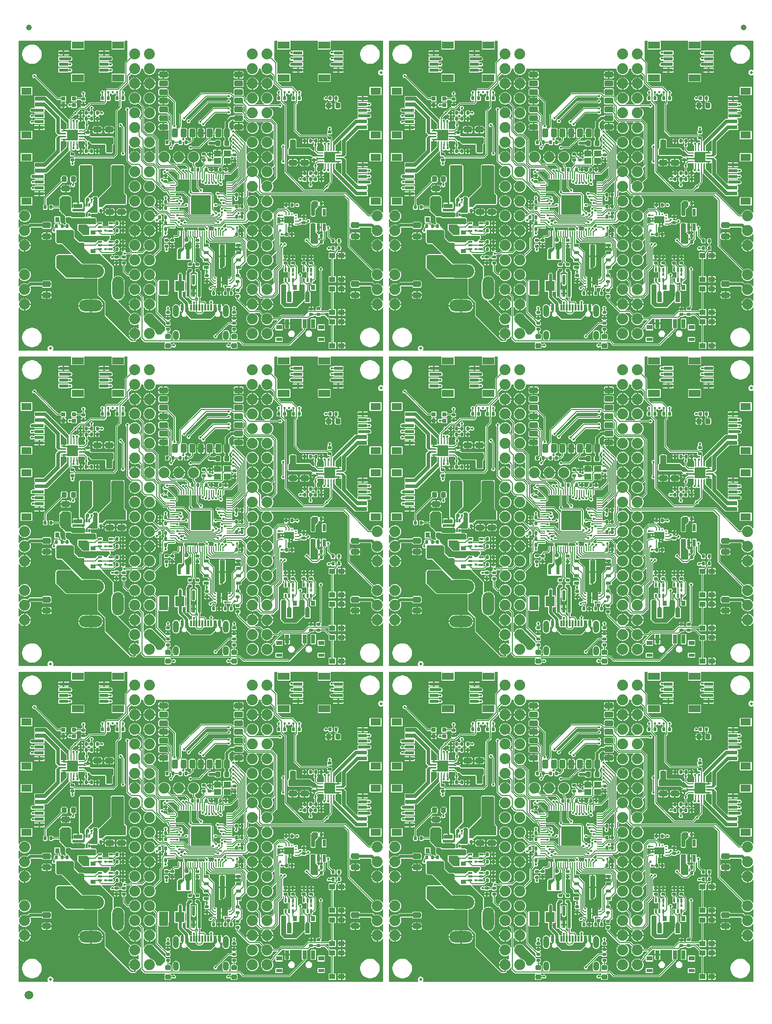
<source format=gtl>
%TF.GenerationSoftware,KiCad,Pcbnew,8.0.5*%
%TF.CreationDate,2024-12-18T16:51:17-07:00*%
%TF.ProjectId,SparkFun_XRP_Controller_panelized,53706172-6b46-4756-9e5f-5852505f436f,v20*%
%TF.SameCoordinates,Original*%
%TF.FileFunction,Copper,L1,Top*%
%TF.FilePolarity,Positive*%
%FSLAX46Y46*%
G04 Gerber Fmt 4.6, Leading zero omitted, Abs format (unit mm)*
G04 Created by KiCad (PCBNEW 8.0.5) date 2024-12-18 16:51:17*
%MOMM*%
%LPD*%
G01*
G04 APERTURE LIST*
G04 Aperture macros list*
%AMRoundRect*
0 Rectangle with rounded corners*
0 $1 Rounding radius*
0 $2 $3 $4 $5 $6 $7 $8 $9 X,Y pos of 4 corners*
0 Add a 4 corners polygon primitive as box body*
4,1,4,$2,$3,$4,$5,$6,$7,$8,$9,$2,$3,0*
0 Add four circle primitives for the rounded corners*
1,1,$1+$1,$2,$3*
1,1,$1+$1,$4,$5*
1,1,$1+$1,$6,$7*
1,1,$1+$1,$8,$9*
0 Add four rect primitives between the rounded corners*
20,1,$1+$1,$2,$3,$4,$5,0*
20,1,$1+$1,$4,$5,$6,$7,0*
20,1,$1+$1,$6,$7,$8,$9,0*
20,1,$1+$1,$8,$9,$2,$3,0*%
%AMOutline5P*
0 Free polygon, 5 corners , with rotation*
0 The origin of the aperture is its center*
0 number of corners: always 5*
0 $1 to $10 corner X, Y*
0 $11 Rotation angle, in degrees counterclockwise*
0 create outline with 5 corners*
4,1,5,$1,$2,$3,$4,$5,$6,$7,$8,$9,$10,$1,$2,$11*%
%AMOutline6P*
0 Free polygon, 6 corners , with rotation*
0 The origin of the aperture is its center*
0 number of corners: always 6*
0 $1 to $12 corner X, Y*
0 $13 Rotation angle, in degrees counterclockwise*
0 create outline with 6 corners*
4,1,6,$1,$2,$3,$4,$5,$6,$7,$8,$9,$10,$11,$12,$1,$2,$13*%
%AMOutline7P*
0 Free polygon, 7 corners , with rotation*
0 The origin of the aperture is its center*
0 number of corners: always 7*
0 $1 to $14 corner X, Y*
0 $15 Rotation angle, in degrees counterclockwise*
0 create outline with 7 corners*
4,1,7,$1,$2,$3,$4,$5,$6,$7,$8,$9,$10,$11,$12,$13,$14,$1,$2,$15*%
%AMOutline8P*
0 Free polygon, 8 corners , with rotation*
0 The origin of the aperture is its center*
0 number of corners: always 8*
0 $1 to $16 corner X, Y*
0 $17 Rotation angle, in degrees counterclockwise*
0 create outline with 8 corners*
4,1,8,$1,$2,$3,$4,$5,$6,$7,$8,$9,$10,$11,$12,$13,$14,$15,$16,$1,$2,$17*%
G04 Aperture macros list end*
%TA.AperFunction,SMDPad,CuDef*%
%ADD10RoundRect,0.140000X-0.170000X0.140000X-0.170000X-0.140000X0.170000X-0.140000X0.170000X0.140000X0*%
%TD*%
%TA.AperFunction,SMDPad,CuDef*%
%ADD11RoundRect,0.135000X-0.135000X-0.185000X0.135000X-0.185000X0.135000X0.185000X-0.135000X0.185000X0*%
%TD*%
%TA.AperFunction,SMDPad,CuDef*%
%ADD12R,0.660000X0.300000*%
%TD*%
%TA.AperFunction,SMDPad,CuDef*%
%ADD13R,0.550000X1.200000*%
%TD*%
%TA.AperFunction,SMDPad,CuDef*%
%ADD14R,0.450000X0.250000*%
%TD*%
%TA.AperFunction,SMDPad,CuDef*%
%ADD15R,0.250000X0.450000*%
%TD*%
%TA.AperFunction,SMDPad,CuDef*%
%ADD16R,0.550000X1.600000*%
%TD*%
%TA.AperFunction,SMDPad,CuDef*%
%ADD17RoundRect,0.140000X0.170000X-0.140000X0.170000X0.140000X-0.170000X0.140000X-0.170000X-0.140000X0*%
%TD*%
%TA.AperFunction,SMDPad,CuDef*%
%ADD18RoundRect,0.135000X0.135000X0.185000X-0.135000X0.185000X-0.135000X-0.185000X0.135000X-0.185000X0*%
%TD*%
%TA.AperFunction,ComponentPad*%
%ADD19O,4.000000X2.000000*%
%TD*%
%TA.AperFunction,ComponentPad*%
%ADD20O,2.000000X4.000000*%
%TD*%
%TA.AperFunction,ComponentPad*%
%ADD21O,4.600000X2.300000*%
%TD*%
%TA.AperFunction,SMDPad,CuDef*%
%ADD22RoundRect,0.135000X-0.185000X0.135000X-0.185000X-0.135000X0.185000X-0.135000X0.185000X0.135000X0*%
%TD*%
%TA.AperFunction,SMDPad,CuDef*%
%ADD23RoundRect,0.250000X-0.475000X0.250000X-0.475000X-0.250000X0.475000X-0.250000X0.475000X0.250000X0*%
%TD*%
%TA.AperFunction,SMDPad,CuDef*%
%ADD24R,0.300000X0.660000*%
%TD*%
%TA.AperFunction,SMDPad,CuDef*%
%ADD25C,1.500000*%
%TD*%
%TA.AperFunction,SMDPad,CuDef*%
%ADD26R,0.900000X0.800000*%
%TD*%
%TA.AperFunction,SMDPad,CuDef*%
%ADD27RoundRect,0.140000X-0.140000X-0.170000X0.140000X-0.170000X0.140000X0.170000X-0.140000X0.170000X0*%
%TD*%
%TA.AperFunction,SMDPad,CuDef*%
%ADD28R,0.800000X0.900000*%
%TD*%
%TA.AperFunction,SMDPad,CuDef*%
%ADD29RoundRect,0.140000X0.140000X0.170000X-0.140000X0.170000X-0.140000X-0.170000X0.140000X-0.170000X0*%
%TD*%
%TA.AperFunction,SMDPad,CuDef*%
%ADD30RoundRect,0.250000X0.475000X-0.250000X0.475000X0.250000X-0.475000X0.250000X-0.475000X-0.250000X0*%
%TD*%
%TA.AperFunction,SMDPad,CuDef*%
%ADD31R,1.000000X0.900000*%
%TD*%
%TA.AperFunction,SMDPad,CuDef*%
%ADD32C,0.500000*%
%TD*%
%TA.AperFunction,SMDPad,CuDef*%
%ADD33R,0.400000X0.250000*%
%TD*%
%TA.AperFunction,SMDPad,CuDef*%
%ADD34R,0.200000X1.600000*%
%TD*%
%TA.AperFunction,SMDPad,CuDef*%
%ADD35C,1.000000*%
%TD*%
%TA.AperFunction,SMDPad,CuDef*%
%ADD36R,1.550000X0.600000*%
%TD*%
%TA.AperFunction,SMDPad,CuDef*%
%ADD37R,2.000000X1.200000*%
%TD*%
%TA.AperFunction,SMDPad,CuDef*%
%ADD38R,0.700000X1.500000*%
%TD*%
%TA.AperFunction,SMDPad,CuDef*%
%ADD39R,1.000000X0.600000*%
%TD*%
%TA.AperFunction,SMDPad,CuDef*%
%ADD40R,1.000000X0.800000*%
%TD*%
%TA.AperFunction,SMDPad,CuDef*%
%ADD41R,0.850000X0.500000*%
%TD*%
%TA.AperFunction,SMDPad,CuDef*%
%ADD42Outline5P,-0.455000X1.570000X0.000000X2.025000X0.455000X2.025000X0.455000X-2.025000X-0.455000X-2.025000X180.000000*%
%TD*%
%TA.AperFunction,SMDPad,CuDef*%
%ADD43RoundRect,0.218750X0.256250X-0.218750X0.256250X0.218750X-0.256250X0.218750X-0.256250X-0.218750X0*%
%TD*%
%TA.AperFunction,ComponentPad*%
%ADD44C,1.879600*%
%TD*%
%TA.AperFunction,SMDPad,CuDef*%
%ADD45R,0.300000X1.000000*%
%TD*%
%TA.AperFunction,SMDPad,CuDef*%
%ADD46R,0.600000X1.000000*%
%TD*%
%TA.AperFunction,ComponentPad*%
%ADD47O,1.000000X1.600000*%
%TD*%
%TA.AperFunction,ComponentPad*%
%ADD48O,1.000000X2.100000*%
%TD*%
%TA.AperFunction,SMDPad,CuDef*%
%ADD49R,1.850000X3.500000*%
%TD*%
%TA.AperFunction,SMDPad,CuDef*%
%ADD50R,1.800000X1.200000*%
%TD*%
%TA.AperFunction,SMDPad,CuDef*%
%ADD51R,0.900000X0.290000*%
%TD*%
%TA.AperFunction,SMDPad,CuDef*%
%ADD52R,0.290000X0.900000*%
%TD*%
%TA.AperFunction,SMDPad,CuDef*%
%ADD53R,1.600000X1.600000*%
%TD*%
%TA.AperFunction,SMDPad,CuDef*%
%ADD54R,1.600000X1.800000*%
%TD*%
%TA.AperFunction,SMDPad,CuDef*%
%ADD55R,0.700000X0.700000*%
%TD*%
%TA.AperFunction,SMDPad,CuDef*%
%ADD56RoundRect,0.225000X-0.225000X-0.250000X0.225000X-0.250000X0.225000X0.250000X-0.225000X0.250000X0*%
%TD*%
%TA.AperFunction,SMDPad,CuDef*%
%ADD57R,2.895600X1.676400*%
%TD*%
%TA.AperFunction,SMDPad,CuDef*%
%ADD58R,1.200000X1.000000*%
%TD*%
%TA.AperFunction,SMDPad,CuDef*%
%ADD59RoundRect,0.135000X0.185000X-0.135000X0.185000X0.135000X-0.185000X0.135000X-0.185000X-0.135000X0*%
%TD*%
%TA.AperFunction,SMDPad,CuDef*%
%ADD60RoundRect,0.218750X-0.218750X-0.256250X0.218750X-0.256250X0.218750X0.256250X-0.218750X0.256250X0*%
%TD*%
%TA.AperFunction,SMDPad,CuDef*%
%ADD61RoundRect,0.044000X-0.346000X-0.066000X0.346000X-0.066000X0.346000X0.066000X-0.346000X0.066000X0*%
%TD*%
%TA.AperFunction,SMDPad,CuDef*%
%ADD62RoundRect,0.044000X0.066000X-0.346000X0.066000X0.346000X-0.066000X0.346000X-0.066000X-0.346000X0*%
%TD*%
%TA.AperFunction,SMDPad,CuDef*%
%ADD63RoundRect,0.044000X0.346000X0.066000X-0.346000X0.066000X-0.346000X-0.066000X0.346000X-0.066000X0*%
%TD*%
%TA.AperFunction,SMDPad,CuDef*%
%ADD64RoundRect,0.044000X-0.066000X0.346000X-0.066000X-0.346000X0.066000X-0.346000X0.066000X0.346000X0*%
%TD*%
%TA.AperFunction,SMDPad,CuDef*%
%ADD65R,3.400000X3.400000*%
%TD*%
%TA.AperFunction,SMDPad,CuDef*%
%ADD66RoundRect,0.200000X0.550000X-0.300000X0.550000X0.300000X-0.550000X0.300000X-0.550000X-0.300000X0*%
%TD*%
%TA.AperFunction,SMDPad,CuDef*%
%ADD67RoundRect,0.200000X-0.300000X-0.550000X0.300000X-0.550000X0.300000X0.550000X-0.300000X0.550000X0*%
%TD*%
%TA.AperFunction,SMDPad,CuDef*%
%ADD68RoundRect,0.218750X0.218750X0.256250X-0.218750X0.256250X-0.218750X-0.256250X0.218750X-0.256250X0*%
%TD*%
%TA.AperFunction,SMDPad,CuDef*%
%ADD69R,1.500000X0.800000*%
%TD*%
%TA.AperFunction,SMDPad,CuDef*%
%ADD70R,0.300000X0.600000*%
%TD*%
%TA.AperFunction,SMDPad,CuDef*%
%ADD71R,1.730000X0.400000*%
%TD*%
%TA.AperFunction,ViaPad*%
%ADD72C,0.450000*%
%TD*%
%TA.AperFunction,Conductor*%
%ADD73C,0.508000*%
%TD*%
%TA.AperFunction,Conductor*%
%ADD74C,0.127000*%
%TD*%
%TA.AperFunction,Conductor*%
%ADD75C,0.137160*%
%TD*%
%TA.AperFunction,Conductor*%
%ADD76C,0.304800*%
%TD*%
G04 APERTURE END LIST*
D10*
%TO.P,C14,1*%
%TO.N,Net-(U1-VREG_AVDD)*%
X26797000Y19276000D03*
%TO.P,C14,2*%
%TO.N,GND*%
X26797000Y18316000D03*
%TD*%
%TO.P,C14,1*%
%TO.N,Net-(U1-VREG_AVDD)*%
X90797000Y128226000D03*
%TO.P,C14,2*%
%TO.N,GND*%
X90797000Y127266000D03*
%TD*%
%TO.P,C14,1*%
%TO.N,Net-(U1-VREG_AVDD)*%
X26797000Y128226000D03*
%TO.P,C14,2*%
%TO.N,GND*%
X26797000Y127266000D03*
%TD*%
%TO.P,C14,1*%
%TO.N,Net-(U1-VREG_AVDD)*%
X90797000Y19276000D03*
%TO.P,C14,2*%
%TO.N,GND*%
X90797000Y18316000D03*
%TD*%
%TO.P,C14,1*%
%TO.N,Net-(U1-VREG_AVDD)*%
X26797000Y73751000D03*
%TO.P,C14,2*%
%TO.N,GND*%
X26797000Y72791000D03*
%TD*%
%TO.P,C14,1*%
%TO.N,Net-(U1-VREG_AVDD)*%
X90797000Y73751000D03*
%TO.P,C14,2*%
%TO.N,GND*%
X90797000Y72791000D03*
%TD*%
D11*
%TO.P,R39,1*%
%TO.N,~{VIN_EN}*%
X6729000Y21717000D03*
%TO.P,R39,2*%
%TO.N,Net-(Q9-G)*%
X7749000Y21717000D03*
%TD*%
%TO.P,R39,1*%
%TO.N,~{VIN_EN}*%
X70729000Y130667000D03*
%TO.P,R39,2*%
%TO.N,Net-(Q9-G)*%
X71749000Y130667000D03*
%TD*%
%TO.P,R39,1*%
%TO.N,~{VIN_EN}*%
X70729000Y21717000D03*
%TO.P,R39,2*%
%TO.N,Net-(Q9-G)*%
X71749000Y21717000D03*
%TD*%
%TO.P,R39,1*%
%TO.N,~{VIN_EN}*%
X6729000Y130667000D03*
%TO.P,R39,2*%
%TO.N,Net-(Q9-G)*%
X7749000Y130667000D03*
%TD*%
%TO.P,R39,1*%
%TO.N,~{VIN_EN}*%
X70729000Y76192000D03*
%TO.P,R39,2*%
%TO.N,Net-(Q9-G)*%
X71749000Y76192000D03*
%TD*%
%TO.P,R39,1*%
%TO.N,~{VIN_EN}*%
X6729000Y76192000D03*
%TO.P,R39,2*%
%TO.N,Net-(Q9-G)*%
X7749000Y76192000D03*
%TD*%
D12*
%TO.P,Q3,1,E*%
%TO.N,VUSB*%
X14320000Y22240000D03*
%TO.P,Q3,2,B*%
%TO.N,Net-(Q3A-B)*%
X14320000Y21590000D03*
%TO.P,Q3,3,C*%
%TO.N,Net-(Q3B-C)*%
X14320000Y20940000D03*
%TO.P,Q3,4,E*%
%TO.N,VRAW*%
X16160000Y20940000D03*
%TO.P,Q3,5,B*%
%TO.N,Net-(Q3A-B)*%
X16160000Y21590000D03*
%TO.P,Q3,6,C*%
X16160000Y22240000D03*
%TD*%
%TO.P,Q3,1,E*%
%TO.N,VUSB*%
X78320000Y22240000D03*
%TO.P,Q3,2,B*%
%TO.N,Net-(Q3A-B)*%
X78320000Y21590000D03*
%TO.P,Q3,3,C*%
%TO.N,Net-(Q3B-C)*%
X78320000Y20940000D03*
%TO.P,Q3,4,E*%
%TO.N,VRAW*%
X80160000Y20940000D03*
%TO.P,Q3,5,B*%
%TO.N,Net-(Q3A-B)*%
X80160000Y21590000D03*
%TO.P,Q3,6,C*%
X80160000Y22240000D03*
%TD*%
%TO.P,Q3,1,E*%
%TO.N,VUSB*%
X14320000Y76715000D03*
%TO.P,Q3,2,B*%
%TO.N,Net-(Q3A-B)*%
X14320000Y76065000D03*
%TO.P,Q3,3,C*%
%TO.N,Net-(Q3B-C)*%
X14320000Y75415000D03*
%TO.P,Q3,4,E*%
%TO.N,VRAW*%
X16160000Y75415000D03*
%TO.P,Q3,5,B*%
%TO.N,Net-(Q3A-B)*%
X16160000Y76065000D03*
%TO.P,Q3,6,C*%
X16160000Y76715000D03*
%TD*%
%TO.P,Q3,1,E*%
%TO.N,VUSB*%
X14320000Y131190000D03*
%TO.P,Q3,2,B*%
%TO.N,Net-(Q3A-B)*%
X14320000Y130540000D03*
%TO.P,Q3,3,C*%
%TO.N,Net-(Q3B-C)*%
X14320000Y129890000D03*
%TO.P,Q3,4,E*%
%TO.N,VRAW*%
X16160000Y129890000D03*
%TO.P,Q3,5,B*%
%TO.N,Net-(Q3A-B)*%
X16160000Y130540000D03*
%TO.P,Q3,6,C*%
X16160000Y131190000D03*
%TD*%
%TO.P,Q3,1,E*%
%TO.N,VUSB*%
X78320000Y131190000D03*
%TO.P,Q3,2,B*%
%TO.N,Net-(Q3A-B)*%
X78320000Y130540000D03*
%TO.P,Q3,3,C*%
%TO.N,Net-(Q3B-C)*%
X78320000Y129890000D03*
%TO.P,Q3,4,E*%
%TO.N,VRAW*%
X80160000Y129890000D03*
%TO.P,Q3,5,B*%
%TO.N,Net-(Q3A-B)*%
X80160000Y130540000D03*
%TO.P,Q3,6,C*%
X80160000Y131190000D03*
%TD*%
%TO.P,Q3,1,E*%
%TO.N,VUSB*%
X78320000Y76715000D03*
%TO.P,Q3,2,B*%
%TO.N,Net-(Q3A-B)*%
X78320000Y76065000D03*
%TO.P,Q3,3,C*%
%TO.N,Net-(Q3B-C)*%
X78320000Y75415000D03*
%TO.P,Q3,4,E*%
%TO.N,VRAW*%
X80160000Y75415000D03*
%TO.P,Q3,5,B*%
%TO.N,Net-(Q3A-B)*%
X80160000Y76065000D03*
%TO.P,Q3,6,C*%
X80160000Y76715000D03*
%TD*%
D13*
%TO.P,D5,1,I/O1*%
%TO.N,USB_D-*%
X29530000Y10129900D03*
%TO.P,D5,2,GND*%
%TO.N,GND*%
X30480000Y10129900D03*
%TO.P,D5,3,I/O2*%
%TO.N,USB_D+*%
X31430000Y10129900D03*
%TO.P,D5,4,I/O3*%
X31430000Y12730100D03*
%TO.P,D5,5,VCC*%
%TO.N,Net-(D5-VCC)*%
X30480000Y12730000D03*
%TO.P,D5,6,I/O4*%
%TO.N,USB_D-*%
X29530000Y12730100D03*
%TD*%
%TO.P,D5,1,I/O1*%
%TO.N,USB_D-*%
X93530000Y119079900D03*
%TO.P,D5,2,GND*%
%TO.N,GND*%
X94480000Y119079900D03*
%TO.P,D5,3,I/O2*%
%TO.N,USB_D+*%
X95430000Y119079900D03*
%TO.P,D5,4,I/O3*%
X95430000Y121680100D03*
%TO.P,D5,5,VCC*%
%TO.N,Net-(D5-VCC)*%
X94480000Y121680000D03*
%TO.P,D5,6,I/O4*%
%TO.N,USB_D-*%
X93530000Y121680100D03*
%TD*%
%TO.P,D5,1,I/O1*%
%TO.N,USB_D-*%
X29530000Y64604900D03*
%TO.P,D5,2,GND*%
%TO.N,GND*%
X30480000Y64604900D03*
%TO.P,D5,3,I/O2*%
%TO.N,USB_D+*%
X31430000Y64604900D03*
%TO.P,D5,4,I/O3*%
X31430000Y67205100D03*
%TO.P,D5,5,VCC*%
%TO.N,Net-(D5-VCC)*%
X30480000Y67205000D03*
%TO.P,D5,6,I/O4*%
%TO.N,USB_D-*%
X29530000Y67205100D03*
%TD*%
%TO.P,D5,1,I/O1*%
%TO.N,USB_D-*%
X93530000Y10129900D03*
%TO.P,D5,2,GND*%
%TO.N,GND*%
X94480000Y10129900D03*
%TO.P,D5,3,I/O2*%
%TO.N,USB_D+*%
X95430000Y10129900D03*
%TO.P,D5,4,I/O3*%
X95430000Y12730100D03*
%TO.P,D5,5,VCC*%
%TO.N,Net-(D5-VCC)*%
X94480000Y12730000D03*
%TO.P,D5,6,I/O4*%
%TO.N,USB_D-*%
X93530000Y12730100D03*
%TD*%
%TO.P,D5,1,I/O1*%
%TO.N,USB_D-*%
X29530000Y119079900D03*
%TO.P,D5,2,GND*%
%TO.N,GND*%
X30480000Y119079900D03*
%TO.P,D5,3,I/O2*%
%TO.N,USB_D+*%
X31430000Y119079900D03*
%TO.P,D5,4,I/O3*%
X31430000Y121680100D03*
%TO.P,D5,5,VCC*%
%TO.N,Net-(D5-VCC)*%
X30480000Y121680000D03*
%TO.P,D5,6,I/O4*%
%TO.N,USB_D-*%
X29530000Y121680100D03*
%TD*%
%TO.P,D5,1,I/O1*%
%TO.N,USB_D-*%
X93530000Y64604900D03*
%TO.P,D5,2,GND*%
%TO.N,GND*%
X94480000Y64604900D03*
%TO.P,D5,3,I/O2*%
%TO.N,USB_D+*%
X95430000Y64604900D03*
%TO.P,D5,4,I/O3*%
X95430000Y67205100D03*
%TO.P,D5,5,VCC*%
%TO.N,Net-(D5-VCC)*%
X94480000Y67205000D03*
%TO.P,D5,6,I/O4*%
%TO.N,USB_D-*%
X93530000Y67205100D03*
%TD*%
D14*
%TO.P,U6,1,SDO/SA0*%
%TO.N,Net-(JP4-A)*%
X45815000Y23610000D03*
%TO.P,U6,2,SDx*%
%TO.N,GND*%
X45815000Y23110000D03*
%TO.P,U6,3,SCx*%
X45815000Y22610000D03*
%TO.P,U6,4,INT1*%
%TO.N,IMU_INT1*%
X45815000Y22110000D03*
D15*
%TO.P,U6,5,VDDIO*%
%TO.N,3.3V*%
X46490000Y21935000D03*
%TO.P,U6,6,GND*%
%TO.N,GND*%
X46990000Y21935000D03*
%TO.P,U6,7,GND*%
X47490000Y21935000D03*
D14*
%TO.P,U6,8,VDD*%
%TO.N,3.3V*%
X48165000Y22110000D03*
%TO.P,U6,9,INT2*%
%TO.N,IMU_INT2*%
X48165000Y22610000D03*
%TO.P,U6,10,OCS_Aux*%
%TO.N,unconnected-(U6-OCS_Aux-Pad10)*%
X48165000Y23110000D03*
%TO.P,U6,11,SDO_Aux*%
%TO.N,unconnected-(U6-SDO_Aux-Pad11)*%
X48165000Y23610000D03*
D15*
%TO.P,U6,12,~{CS}*%
%TO.N,unconnected-(U6-~{CS}-Pad12)*%
X47490000Y23785000D03*
%TO.P,U6,13,SCL*%
%TO.N,GPIO39{slash}SCL1*%
X46990000Y23785000D03*
%TO.P,U6,14,SDA*%
%TO.N,GPIO38{slash}SDA1*%
X46490000Y23785000D03*
%TD*%
D14*
%TO.P,U6,1,SDO/SA0*%
%TO.N,Net-(JP4-A)*%
X109815000Y78085000D03*
%TO.P,U6,2,SDx*%
%TO.N,GND*%
X109815000Y77585000D03*
%TO.P,U6,3,SCx*%
X109815000Y77085000D03*
%TO.P,U6,4,INT1*%
%TO.N,IMU_INT1*%
X109815000Y76585000D03*
D15*
%TO.P,U6,5,VDDIO*%
%TO.N,3.3V*%
X110490000Y76410000D03*
%TO.P,U6,6,GND*%
%TO.N,GND*%
X110990000Y76410000D03*
%TO.P,U6,7,GND*%
X111490000Y76410000D03*
D14*
%TO.P,U6,8,VDD*%
%TO.N,3.3V*%
X112165000Y76585000D03*
%TO.P,U6,9,INT2*%
%TO.N,IMU_INT2*%
X112165000Y77085000D03*
%TO.P,U6,10,OCS_Aux*%
%TO.N,unconnected-(U6-OCS_Aux-Pad10)*%
X112165000Y77585000D03*
%TO.P,U6,11,SDO_Aux*%
%TO.N,unconnected-(U6-SDO_Aux-Pad11)*%
X112165000Y78085000D03*
D15*
%TO.P,U6,12,~{CS}*%
%TO.N,unconnected-(U6-~{CS}-Pad12)*%
X111490000Y78260000D03*
%TO.P,U6,13,SCL*%
%TO.N,GPIO39{slash}SCL1*%
X110990000Y78260000D03*
%TO.P,U6,14,SDA*%
%TO.N,GPIO38{slash}SDA1*%
X110490000Y78260000D03*
%TD*%
D14*
%TO.P,U6,1,SDO/SA0*%
%TO.N,Net-(JP4-A)*%
X45815000Y132560000D03*
%TO.P,U6,2,SDx*%
%TO.N,GND*%
X45815000Y132060000D03*
%TO.P,U6,3,SCx*%
X45815000Y131560000D03*
%TO.P,U6,4,INT1*%
%TO.N,IMU_INT1*%
X45815000Y131060000D03*
D15*
%TO.P,U6,5,VDDIO*%
%TO.N,3.3V*%
X46490000Y130885000D03*
%TO.P,U6,6,GND*%
%TO.N,GND*%
X46990000Y130885000D03*
%TO.P,U6,7,GND*%
X47490000Y130885000D03*
D14*
%TO.P,U6,8,VDD*%
%TO.N,3.3V*%
X48165000Y131060000D03*
%TO.P,U6,9,INT2*%
%TO.N,IMU_INT2*%
X48165000Y131560000D03*
%TO.P,U6,10,OCS_Aux*%
%TO.N,unconnected-(U6-OCS_Aux-Pad10)*%
X48165000Y132060000D03*
%TO.P,U6,11,SDO_Aux*%
%TO.N,unconnected-(U6-SDO_Aux-Pad11)*%
X48165000Y132560000D03*
D15*
%TO.P,U6,12,~{CS}*%
%TO.N,unconnected-(U6-~{CS}-Pad12)*%
X47490000Y132735000D03*
%TO.P,U6,13,SCL*%
%TO.N,GPIO39{slash}SCL1*%
X46990000Y132735000D03*
%TO.P,U6,14,SDA*%
%TO.N,GPIO38{slash}SDA1*%
X46490000Y132735000D03*
%TD*%
D14*
%TO.P,U6,1,SDO/SA0*%
%TO.N,Net-(JP4-A)*%
X109815000Y23610000D03*
%TO.P,U6,2,SDx*%
%TO.N,GND*%
X109815000Y23110000D03*
%TO.P,U6,3,SCx*%
X109815000Y22610000D03*
%TO.P,U6,4,INT1*%
%TO.N,IMU_INT1*%
X109815000Y22110000D03*
D15*
%TO.P,U6,5,VDDIO*%
%TO.N,3.3V*%
X110490000Y21935000D03*
%TO.P,U6,6,GND*%
%TO.N,GND*%
X110990000Y21935000D03*
%TO.P,U6,7,GND*%
X111490000Y21935000D03*
D14*
%TO.P,U6,8,VDD*%
%TO.N,3.3V*%
X112165000Y22110000D03*
%TO.P,U6,9,INT2*%
%TO.N,IMU_INT2*%
X112165000Y22610000D03*
%TO.P,U6,10,OCS_Aux*%
%TO.N,unconnected-(U6-OCS_Aux-Pad10)*%
X112165000Y23110000D03*
%TO.P,U6,11,SDO_Aux*%
%TO.N,unconnected-(U6-SDO_Aux-Pad11)*%
X112165000Y23610000D03*
D15*
%TO.P,U6,12,~{CS}*%
%TO.N,unconnected-(U6-~{CS}-Pad12)*%
X111490000Y23785000D03*
%TO.P,U6,13,SCL*%
%TO.N,GPIO39{slash}SCL1*%
X110990000Y23785000D03*
%TO.P,U6,14,SDA*%
%TO.N,GPIO38{slash}SDA1*%
X110490000Y23785000D03*
%TD*%
D14*
%TO.P,U6,1,SDO/SA0*%
%TO.N,Net-(JP4-A)*%
X45815000Y78085000D03*
%TO.P,U6,2,SDx*%
%TO.N,GND*%
X45815000Y77585000D03*
%TO.P,U6,3,SCx*%
X45815000Y77085000D03*
%TO.P,U6,4,INT1*%
%TO.N,IMU_INT1*%
X45815000Y76585000D03*
D15*
%TO.P,U6,5,VDDIO*%
%TO.N,3.3V*%
X46490000Y76410000D03*
%TO.P,U6,6,GND*%
%TO.N,GND*%
X46990000Y76410000D03*
%TO.P,U6,7,GND*%
X47490000Y76410000D03*
D14*
%TO.P,U6,8,VDD*%
%TO.N,3.3V*%
X48165000Y76585000D03*
%TO.P,U6,9,INT2*%
%TO.N,IMU_INT2*%
X48165000Y77085000D03*
%TO.P,U6,10,OCS_Aux*%
%TO.N,unconnected-(U6-OCS_Aux-Pad10)*%
X48165000Y77585000D03*
%TO.P,U6,11,SDO_Aux*%
%TO.N,unconnected-(U6-SDO_Aux-Pad11)*%
X48165000Y78085000D03*
D15*
%TO.P,U6,12,~{CS}*%
%TO.N,unconnected-(U6-~{CS}-Pad12)*%
X47490000Y78260000D03*
%TO.P,U6,13,SCL*%
%TO.N,GPIO39{slash}SCL1*%
X46990000Y78260000D03*
%TO.P,U6,14,SDA*%
%TO.N,GPIO38{slash}SDA1*%
X46490000Y78260000D03*
%TD*%
D14*
%TO.P,U6,1,SDO/SA0*%
%TO.N,Net-(JP4-A)*%
X109815000Y132560000D03*
%TO.P,U6,2,SDx*%
%TO.N,GND*%
X109815000Y132060000D03*
%TO.P,U6,3,SCx*%
X109815000Y131560000D03*
%TO.P,U6,4,INT1*%
%TO.N,IMU_INT1*%
X109815000Y131060000D03*
D15*
%TO.P,U6,5,VDDIO*%
%TO.N,3.3V*%
X110490000Y130885000D03*
%TO.P,U6,6,GND*%
%TO.N,GND*%
X110990000Y130885000D03*
%TO.P,U6,7,GND*%
X111490000Y130885000D03*
D14*
%TO.P,U6,8,VDD*%
%TO.N,3.3V*%
X112165000Y131060000D03*
%TO.P,U6,9,INT2*%
%TO.N,IMU_INT2*%
X112165000Y131560000D03*
%TO.P,U6,10,OCS_Aux*%
%TO.N,unconnected-(U6-OCS_Aux-Pad10)*%
X112165000Y132060000D03*
%TO.P,U6,11,SDO_Aux*%
%TO.N,unconnected-(U6-SDO_Aux-Pad11)*%
X112165000Y132560000D03*
D15*
%TO.P,U6,12,~{CS}*%
%TO.N,unconnected-(U6-~{CS}-Pad12)*%
X111490000Y132735000D03*
%TO.P,U6,13,SCL*%
%TO.N,GPIO39{slash}SCL1*%
X110990000Y132735000D03*
%TO.P,U6,14,SDA*%
%TO.N,GPIO38{slash}SDA1*%
X110490000Y132735000D03*
%TD*%
D16*
%TO.P,L1,1*%
%TO.N,1.1V*%
X29477800Y16891000D03*
%TO.P,L1,2*%
%TO.N,Net-(U1-VREG_LX)*%
X28027800Y16891000D03*
%TD*%
%TO.P,L1,1*%
%TO.N,1.1V*%
X29477800Y71366000D03*
%TO.P,L1,2*%
%TO.N,Net-(U1-VREG_LX)*%
X28027800Y71366000D03*
%TD*%
%TO.P,L1,1*%
%TO.N,1.1V*%
X93477800Y16891000D03*
%TO.P,L1,2*%
%TO.N,Net-(U1-VREG_LX)*%
X92027800Y16891000D03*
%TD*%
%TO.P,L1,1*%
%TO.N,1.1V*%
X93477800Y71366000D03*
%TO.P,L1,2*%
%TO.N,Net-(U1-VREG_LX)*%
X92027800Y71366000D03*
%TD*%
%TO.P,L1,1*%
%TO.N,1.1V*%
X93477800Y125841000D03*
%TO.P,L1,2*%
%TO.N,Net-(U1-VREG_LX)*%
X92027800Y125841000D03*
%TD*%
%TO.P,L1,1*%
%TO.N,1.1V*%
X29477800Y125841000D03*
%TO.P,L1,2*%
%TO.N,Net-(U1-VREG_LX)*%
X28027800Y125841000D03*
%TD*%
D11*
%TO.P,R47,1*%
%TO.N,Net-(D6-A)*%
X4824000Y25019000D03*
%TO.P,R47,2*%
%TO.N,VIN*%
X5844000Y25019000D03*
%TD*%
%TO.P,R47,1*%
%TO.N,Net-(D6-A)*%
X4824000Y79494000D03*
%TO.P,R47,2*%
%TO.N,VIN*%
X5844000Y79494000D03*
%TD*%
%TO.P,R47,1*%
%TO.N,Net-(D6-A)*%
X68824000Y25019000D03*
%TO.P,R47,2*%
%TO.N,VIN*%
X69844000Y25019000D03*
%TD*%
%TO.P,R47,1*%
%TO.N,Net-(D6-A)*%
X4824000Y133969000D03*
%TO.P,R47,2*%
%TO.N,VIN*%
X5844000Y133969000D03*
%TD*%
%TO.P,R47,1*%
%TO.N,Net-(D6-A)*%
X68824000Y79494000D03*
%TO.P,R47,2*%
%TO.N,VIN*%
X69844000Y79494000D03*
%TD*%
%TO.P,R47,1*%
%TO.N,Net-(D6-A)*%
X68824000Y133969000D03*
%TO.P,R47,2*%
%TO.N,VIN*%
X69844000Y133969000D03*
%TD*%
D17*
%TO.P,C31,1*%
%TO.N,GPIO36{slash}USER_BUTTON*%
X50800000Y6505000D03*
%TO.P,C31,2*%
%TO.N,GND*%
X50800000Y7465000D03*
%TD*%
%TO.P,C31,1*%
%TO.N,GPIO36{slash}USER_BUTTON*%
X50800000Y115455000D03*
%TO.P,C31,2*%
%TO.N,GND*%
X50800000Y116415000D03*
%TD*%
%TO.P,C31,1*%
%TO.N,GPIO36{slash}USER_BUTTON*%
X50800000Y60980000D03*
%TO.P,C31,2*%
%TO.N,GND*%
X50800000Y61940000D03*
%TD*%
%TO.P,C31,1*%
%TO.N,GPIO36{slash}USER_BUTTON*%
X114800000Y115455000D03*
%TO.P,C31,2*%
%TO.N,GND*%
X114800000Y116415000D03*
%TD*%
%TO.P,C31,1*%
%TO.N,GPIO36{slash}USER_BUTTON*%
X114800000Y60980000D03*
%TO.P,C31,2*%
%TO.N,GND*%
X114800000Y61940000D03*
%TD*%
%TO.P,C31,1*%
%TO.N,GPIO36{slash}USER_BUTTON*%
X114800000Y6505000D03*
%TO.P,C31,2*%
%TO.N,GND*%
X114800000Y7465000D03*
%TD*%
D18*
%TO.P,R10,1*%
%TO.N,Net-(D1-A)*%
X55120000Y43815000D03*
%TO.P,R10,2*%
%TO.N,RADIO_GPIO0{slash}LED*%
X54100000Y43815000D03*
%TD*%
%TO.P,R10,1*%
%TO.N,Net-(D1-A)*%
X55120000Y98290000D03*
%TO.P,R10,2*%
%TO.N,RADIO_GPIO0{slash}LED*%
X54100000Y98290000D03*
%TD*%
%TO.P,R10,1*%
%TO.N,Net-(D1-A)*%
X119120000Y152765000D03*
%TO.P,R10,2*%
%TO.N,RADIO_GPIO0{slash}LED*%
X118100000Y152765000D03*
%TD*%
%TO.P,R10,1*%
%TO.N,Net-(D1-A)*%
X55120000Y152765000D03*
%TO.P,R10,2*%
%TO.N,RADIO_GPIO0{slash}LED*%
X54100000Y152765000D03*
%TD*%
%TO.P,R10,1*%
%TO.N,Net-(D1-A)*%
X119120000Y43815000D03*
%TO.P,R10,2*%
%TO.N,RADIO_GPIO0{slash}LED*%
X118100000Y43815000D03*
%TD*%
%TO.P,R10,1*%
%TO.N,Net-(D1-A)*%
X119120000Y98290000D03*
%TO.P,R10,2*%
%TO.N,RADIO_GPIO0{slash}LED*%
X118100000Y98290000D03*
%TD*%
D19*
%TO.P,J1,GND,GND*%
%TO.N,GND*%
X12700000Y8001000D03*
D20*
%TO.P,J1,GNDBREAK,GNDBREAK*%
%TO.N,unconnected-(J1-PadGNDBREAK)*%
X17399000Y11049000D03*
D21*
%TO.P,J1,PWR,PWR*%
%TO.N,Net-(JP3-A)*%
X12700000Y13970000D03*
%TD*%
D19*
%TO.P,J1,GND,GND*%
%TO.N,GND*%
X76700000Y62476000D03*
D20*
%TO.P,J1,GNDBREAK,GNDBREAK*%
%TO.N,unconnected-(J1-PadGNDBREAK)*%
X81399000Y65524000D03*
D21*
%TO.P,J1,PWR,PWR*%
%TO.N,Net-(JP3-A)*%
X76700000Y68445000D03*
%TD*%
D19*
%TO.P,J1,GND,GND*%
%TO.N,GND*%
X76700000Y116951000D03*
D20*
%TO.P,J1,GNDBREAK,GNDBREAK*%
%TO.N,unconnected-(J1-PadGNDBREAK)*%
X81399000Y119999000D03*
D21*
%TO.P,J1,PWR,PWR*%
%TO.N,Net-(JP3-A)*%
X76700000Y122920000D03*
%TD*%
D19*
%TO.P,J1,GND,GND*%
%TO.N,GND*%
X12700000Y62476000D03*
D20*
%TO.P,J1,GNDBREAK,GNDBREAK*%
%TO.N,unconnected-(J1-PadGNDBREAK)*%
X17399000Y65524000D03*
D21*
%TO.P,J1,PWR,PWR*%
%TO.N,Net-(JP3-A)*%
X12700000Y68445000D03*
%TD*%
D19*
%TO.P,J1,GND,GND*%
%TO.N,GND*%
X12700000Y116951000D03*
D20*
%TO.P,J1,GNDBREAK,GNDBREAK*%
%TO.N,unconnected-(J1-PadGNDBREAK)*%
X17399000Y119999000D03*
D21*
%TO.P,J1,PWR,PWR*%
%TO.N,Net-(JP3-A)*%
X12700000Y122920000D03*
%TD*%
D19*
%TO.P,J1,GND,GND*%
%TO.N,GND*%
X76700000Y8001000D03*
D20*
%TO.P,J1,GNDBREAK,GNDBREAK*%
%TO.N,unconnected-(J1-PadGNDBREAK)*%
X81399000Y11049000D03*
D21*
%TO.P,J1,PWR,PWR*%
%TO.N,Net-(JP3-A)*%
X76700000Y13970000D03*
%TD*%
D22*
%TO.P,R36,1*%
%TO.N,GND*%
X49530000Y16385000D03*
%TO.P,R36,2*%
%TO.N,Net-(Q7A-B)*%
X49530000Y15365000D03*
%TD*%
%TO.P,R36,1*%
%TO.N,GND*%
X113530000Y16385000D03*
%TO.P,R36,2*%
%TO.N,Net-(Q7A-B)*%
X113530000Y15365000D03*
%TD*%
%TO.P,R36,1*%
%TO.N,GND*%
X49530000Y70860000D03*
%TO.P,R36,2*%
%TO.N,Net-(Q7A-B)*%
X49530000Y69840000D03*
%TD*%
%TO.P,R36,1*%
%TO.N,GND*%
X113530000Y125335000D03*
%TO.P,R36,2*%
%TO.N,Net-(Q7A-B)*%
X113530000Y124315000D03*
%TD*%
%TO.P,R36,1*%
%TO.N,GND*%
X49530000Y125335000D03*
%TO.P,R36,2*%
%TO.N,Net-(Q7A-B)*%
X49530000Y124315000D03*
%TD*%
%TO.P,R36,1*%
%TO.N,GND*%
X113530000Y70860000D03*
%TO.P,R36,2*%
%TO.N,Net-(Q7A-B)*%
X113530000Y69840000D03*
%TD*%
D23*
%TO.P,C24,1*%
%TO.N,5V*%
X16002000Y26096000D03*
%TO.P,C24,2*%
%TO.N,GND*%
X16002000Y24196000D03*
%TD*%
%TO.P,C24,1*%
%TO.N,5V*%
X16002000Y135046000D03*
%TO.P,C24,2*%
%TO.N,GND*%
X16002000Y133146000D03*
%TD*%
%TO.P,C24,1*%
%TO.N,5V*%
X80002000Y80571000D03*
%TO.P,C24,2*%
%TO.N,GND*%
X80002000Y78671000D03*
%TD*%
%TO.P,C24,1*%
%TO.N,5V*%
X80002000Y26096000D03*
%TO.P,C24,2*%
%TO.N,GND*%
X80002000Y24196000D03*
%TD*%
%TO.P,C24,1*%
%TO.N,5V*%
X16002000Y80571000D03*
%TO.P,C24,2*%
%TO.N,GND*%
X16002000Y78671000D03*
%TD*%
%TO.P,C24,1*%
%TO.N,5V*%
X80002000Y135046000D03*
%TO.P,C24,2*%
%TO.N,GND*%
X80002000Y133146000D03*
%TD*%
D11*
%TO.P,R26,1*%
%TO.N,GND*%
X49655000Y30861000D03*
%TO.P,R26,2*%
%TO.N,Net-(JP12-A)*%
X50675000Y30861000D03*
%TD*%
%TO.P,R26,1*%
%TO.N,GND*%
X49655000Y139811000D03*
%TO.P,R26,2*%
%TO.N,Net-(JP12-A)*%
X50675000Y139811000D03*
%TD*%
%TO.P,R26,1*%
%TO.N,GND*%
X49655000Y85336000D03*
%TO.P,R26,2*%
%TO.N,Net-(JP12-A)*%
X50675000Y85336000D03*
%TD*%
%TO.P,R26,1*%
%TO.N,GND*%
X113655000Y30861000D03*
%TO.P,R26,2*%
%TO.N,Net-(JP12-A)*%
X114675000Y30861000D03*
%TD*%
%TO.P,R26,1*%
%TO.N,GND*%
X113655000Y85336000D03*
%TO.P,R26,2*%
%TO.N,Net-(JP12-A)*%
X114675000Y85336000D03*
%TD*%
%TO.P,R26,1*%
%TO.N,GND*%
X113655000Y139811000D03*
%TO.P,R26,2*%
%TO.N,Net-(JP12-A)*%
X114675000Y139811000D03*
%TD*%
D24*
%TO.P,Q5,1,E*%
%TO.N,VUSB*%
X46340000Y12415000D03*
%TO.P,Q5,2,B*%
%TO.N,Net-(Q5A-B)*%
X46990000Y12415000D03*
%TO.P,Q5,3,C*%
%TO.N,Net-(Q5B-C)*%
X47640000Y12415000D03*
%TO.P,Q5,4,E*%
%TO.N,VSYS*%
X47640000Y14255000D03*
%TO.P,Q5,5,B*%
%TO.N,Net-(Q5A-B)*%
X46990000Y14255000D03*
%TO.P,Q5,6,C*%
X46340000Y14255000D03*
%TD*%
%TO.P,Q5,1,E*%
%TO.N,VUSB*%
X110340000Y66890000D03*
%TO.P,Q5,2,B*%
%TO.N,Net-(Q5A-B)*%
X110990000Y66890000D03*
%TO.P,Q5,3,C*%
%TO.N,Net-(Q5B-C)*%
X111640000Y66890000D03*
%TO.P,Q5,4,E*%
%TO.N,VSYS*%
X111640000Y68730000D03*
%TO.P,Q5,5,B*%
%TO.N,Net-(Q5A-B)*%
X110990000Y68730000D03*
%TO.P,Q5,6,C*%
X110340000Y68730000D03*
%TD*%
%TO.P,Q5,1,E*%
%TO.N,VUSB*%
X110340000Y12415000D03*
%TO.P,Q5,2,B*%
%TO.N,Net-(Q5A-B)*%
X110990000Y12415000D03*
%TO.P,Q5,3,C*%
%TO.N,Net-(Q5B-C)*%
X111640000Y12415000D03*
%TO.P,Q5,4,E*%
%TO.N,VSYS*%
X111640000Y14255000D03*
%TO.P,Q5,5,B*%
%TO.N,Net-(Q5A-B)*%
X110990000Y14255000D03*
%TO.P,Q5,6,C*%
X110340000Y14255000D03*
%TD*%
%TO.P,Q5,1,E*%
%TO.N,VUSB*%
X46340000Y66890000D03*
%TO.P,Q5,2,B*%
%TO.N,Net-(Q5A-B)*%
X46990000Y66890000D03*
%TO.P,Q5,3,C*%
%TO.N,Net-(Q5B-C)*%
X47640000Y66890000D03*
%TO.P,Q5,4,E*%
%TO.N,VSYS*%
X47640000Y68730000D03*
%TO.P,Q5,5,B*%
%TO.N,Net-(Q5A-B)*%
X46990000Y68730000D03*
%TO.P,Q5,6,C*%
X46340000Y68730000D03*
%TD*%
%TO.P,Q5,1,E*%
%TO.N,VUSB*%
X46340000Y121365000D03*
%TO.P,Q5,2,B*%
%TO.N,Net-(Q5A-B)*%
X46990000Y121365000D03*
%TO.P,Q5,3,C*%
%TO.N,Net-(Q5B-C)*%
X47640000Y121365000D03*
%TO.P,Q5,4,E*%
%TO.N,VSYS*%
X47640000Y123205000D03*
%TO.P,Q5,5,B*%
%TO.N,Net-(Q5A-B)*%
X46990000Y123205000D03*
%TO.P,Q5,6,C*%
X46340000Y123205000D03*
%TD*%
%TO.P,Q5,1,E*%
%TO.N,VUSB*%
X110340000Y121365000D03*
%TO.P,Q5,2,B*%
%TO.N,Net-(Q5A-B)*%
X110990000Y121365000D03*
%TO.P,Q5,3,C*%
%TO.N,Net-(Q5B-C)*%
X111640000Y121365000D03*
%TO.P,Q5,4,E*%
%TO.N,VSYS*%
X111640000Y123205000D03*
%TO.P,Q5,5,B*%
%TO.N,Net-(Q5A-B)*%
X110990000Y123205000D03*
%TO.P,Q5,6,C*%
X110340000Y123205000D03*
%TD*%
D18*
%TO.P,R44,1*%
%TO.N,Net-(JP9-A)*%
X50675000Y29845000D03*
%TO.P,R44,2*%
%TO.N,3.3V*%
X49655000Y29845000D03*
%TD*%
%TO.P,R44,1*%
%TO.N,Net-(JP9-A)*%
X114675000Y29845000D03*
%TO.P,R44,2*%
%TO.N,3.3V*%
X113655000Y29845000D03*
%TD*%
%TO.P,R44,1*%
%TO.N,Net-(JP9-A)*%
X50675000Y84320000D03*
%TO.P,R44,2*%
%TO.N,3.3V*%
X49655000Y84320000D03*
%TD*%
%TO.P,R44,1*%
%TO.N,Net-(JP9-A)*%
X114675000Y138795000D03*
%TO.P,R44,2*%
%TO.N,3.3V*%
X113655000Y138795000D03*
%TD*%
%TO.P,R44,1*%
%TO.N,Net-(JP9-A)*%
X50675000Y138795000D03*
%TO.P,R44,2*%
%TO.N,3.3V*%
X49655000Y138795000D03*
%TD*%
%TO.P,R44,1*%
%TO.N,Net-(JP9-A)*%
X114675000Y84320000D03*
%TO.P,R44,2*%
%TO.N,3.3V*%
X113655000Y84320000D03*
%TD*%
D22*
%TO.P,R3,1*%
%TO.N,Net-(C18-Pad1)*%
X32258000Y34165000D03*
%TO.P,R3,2*%
%TO.N,Net-(U1-XOUT)*%
X32258000Y33145000D03*
%TD*%
%TO.P,R3,1*%
%TO.N,Net-(C18-Pad1)*%
X32258000Y88640000D03*
%TO.P,R3,2*%
%TO.N,Net-(U1-XOUT)*%
X32258000Y87620000D03*
%TD*%
%TO.P,R3,1*%
%TO.N,Net-(C18-Pad1)*%
X96258000Y34165000D03*
%TO.P,R3,2*%
%TO.N,Net-(U1-XOUT)*%
X96258000Y33145000D03*
%TD*%
%TO.P,R3,1*%
%TO.N,Net-(C18-Pad1)*%
X96258000Y88640000D03*
%TO.P,R3,2*%
%TO.N,Net-(U1-XOUT)*%
X96258000Y87620000D03*
%TD*%
%TO.P,R3,1*%
%TO.N,Net-(C18-Pad1)*%
X32258000Y143115000D03*
%TO.P,R3,2*%
%TO.N,Net-(U1-XOUT)*%
X32258000Y142095000D03*
%TD*%
%TO.P,R3,1*%
%TO.N,Net-(C18-Pad1)*%
X96258000Y143115000D03*
%TO.P,R3,2*%
%TO.N,Net-(U1-XOUT)*%
X96258000Y142095000D03*
%TD*%
D25*
%TO.P,,*%
%TO.N,*%
X2000000Y-2087500D03*
%TD*%
D23*
%TO.P,C41,1*%
%TO.N,5V*%
X58420000Y21905000D03*
%TO.P,C41,2*%
%TO.N,GND*%
X58420000Y20005000D03*
%TD*%
%TO.P,C41,1*%
%TO.N,5V*%
X122420000Y21905000D03*
%TO.P,C41,2*%
%TO.N,GND*%
X122420000Y20005000D03*
%TD*%
%TO.P,C41,1*%
%TO.N,5V*%
X122420000Y76380000D03*
%TO.P,C41,2*%
%TO.N,GND*%
X122420000Y74480000D03*
%TD*%
%TO.P,C41,1*%
%TO.N,5V*%
X58420000Y130855000D03*
%TO.P,C41,2*%
%TO.N,GND*%
X58420000Y128955000D03*
%TD*%
%TO.P,C41,1*%
%TO.N,5V*%
X122420000Y130855000D03*
%TO.P,C41,2*%
%TO.N,GND*%
X122420000Y128955000D03*
%TD*%
%TO.P,C41,1*%
%TO.N,5V*%
X58420000Y76380000D03*
%TO.P,C41,2*%
%TO.N,GND*%
X58420000Y74480000D03*
%TD*%
D26*
%TO.P,Q4,1,G*%
%TO.N,Net-(Q3B-C)*%
X13065000Y20640000D03*
%TO.P,Q4,2,S*%
%TO.N,VRAW*%
X13065000Y22540000D03*
%TO.P,Q4,3,D*%
%TO.N,VUSB*%
X10965000Y21590000D03*
%TD*%
%TO.P,Q4,1,G*%
%TO.N,Net-(Q3B-C)*%
X13065000Y129590000D03*
%TO.P,Q4,2,S*%
%TO.N,VRAW*%
X13065000Y131490000D03*
%TO.P,Q4,3,D*%
%TO.N,VUSB*%
X10965000Y130540000D03*
%TD*%
%TO.P,Q4,1,G*%
%TO.N,Net-(Q3B-C)*%
X77065000Y20640000D03*
%TO.P,Q4,2,S*%
%TO.N,VRAW*%
X77065000Y22540000D03*
%TO.P,Q4,3,D*%
%TO.N,VUSB*%
X74965000Y21590000D03*
%TD*%
%TO.P,Q4,1,G*%
%TO.N,Net-(Q3B-C)*%
X77065000Y129590000D03*
%TO.P,Q4,2,S*%
%TO.N,VRAW*%
X77065000Y131490000D03*
%TO.P,Q4,3,D*%
%TO.N,VUSB*%
X74965000Y130540000D03*
%TD*%
%TO.P,Q4,1,G*%
%TO.N,Net-(Q3B-C)*%
X13065000Y75115000D03*
%TO.P,Q4,2,S*%
%TO.N,VRAW*%
X13065000Y77015000D03*
%TO.P,Q4,3,D*%
%TO.N,VUSB*%
X10965000Y76065000D03*
%TD*%
%TO.P,Q4,1,G*%
%TO.N,Net-(Q3B-C)*%
X77065000Y75115000D03*
%TO.P,Q4,2,S*%
%TO.N,VRAW*%
X77065000Y77015000D03*
%TO.P,Q4,3,D*%
%TO.N,VUSB*%
X74965000Y76065000D03*
%TD*%
D10*
%TO.P,C17,1*%
%TO.N,Net-(U1-XIN)*%
X37592000Y34008000D03*
%TO.P,C17,2*%
%TO.N,GND*%
X37592000Y33048000D03*
%TD*%
%TO.P,C17,1*%
%TO.N,Net-(U1-XIN)*%
X101592000Y34008000D03*
%TO.P,C17,2*%
%TO.N,GND*%
X101592000Y33048000D03*
%TD*%
%TO.P,C17,1*%
%TO.N,Net-(U1-XIN)*%
X101592000Y88483000D03*
%TO.P,C17,2*%
%TO.N,GND*%
X101592000Y87523000D03*
%TD*%
%TO.P,C17,1*%
%TO.N,Net-(U1-XIN)*%
X101592000Y142958000D03*
%TO.P,C17,2*%
%TO.N,GND*%
X101592000Y141998000D03*
%TD*%
%TO.P,C17,1*%
%TO.N,Net-(U1-XIN)*%
X37592000Y142958000D03*
%TO.P,C17,2*%
%TO.N,GND*%
X37592000Y141998000D03*
%TD*%
%TO.P,C17,1*%
%TO.N,Net-(U1-XIN)*%
X37592000Y88483000D03*
%TO.P,C17,2*%
%TO.N,GND*%
X37592000Y87523000D03*
%TD*%
D22*
%TO.P,R35,1*%
%TO.N,GND*%
X47625000Y16385000D03*
%TO.P,R35,2*%
%TO.N,Net-(Q5B-C)*%
X47625000Y15365000D03*
%TD*%
%TO.P,R35,1*%
%TO.N,GND*%
X47625000Y70860000D03*
%TO.P,R35,2*%
%TO.N,Net-(Q5B-C)*%
X47625000Y69840000D03*
%TD*%
%TO.P,R35,1*%
%TO.N,GND*%
X111625000Y16385000D03*
%TO.P,R35,2*%
%TO.N,Net-(Q5B-C)*%
X111625000Y15365000D03*
%TD*%
%TO.P,R35,1*%
%TO.N,GND*%
X111625000Y70860000D03*
%TO.P,R35,2*%
%TO.N,Net-(Q5B-C)*%
X111625000Y69840000D03*
%TD*%
%TO.P,R35,1*%
%TO.N,GND*%
X111625000Y125335000D03*
%TO.P,R35,2*%
%TO.N,Net-(Q5B-C)*%
X111625000Y124315000D03*
%TD*%
%TO.P,R35,1*%
%TO.N,GND*%
X47625000Y125335000D03*
%TO.P,R35,2*%
%TO.N,Net-(Q5B-C)*%
X47625000Y124315000D03*
%TD*%
D18*
%TO.P,R1,1*%
%TO.N,ADC_VREF*%
X25656000Y23241000D03*
%TO.P,R1,2*%
%TO.N,3.3V*%
X24636000Y23241000D03*
%TD*%
%TO.P,R1,1*%
%TO.N,ADC_VREF*%
X89656000Y132191000D03*
%TO.P,R1,2*%
%TO.N,3.3V*%
X88636000Y132191000D03*
%TD*%
%TO.P,R1,1*%
%TO.N,ADC_VREF*%
X25656000Y132191000D03*
%TO.P,R1,2*%
%TO.N,3.3V*%
X24636000Y132191000D03*
%TD*%
%TO.P,R1,1*%
%TO.N,ADC_VREF*%
X25656000Y77716000D03*
%TO.P,R1,2*%
%TO.N,3.3V*%
X24636000Y77716000D03*
%TD*%
%TO.P,R1,1*%
%TO.N,ADC_VREF*%
X89656000Y23241000D03*
%TO.P,R1,2*%
%TO.N,3.3V*%
X88636000Y23241000D03*
%TD*%
%TO.P,R1,1*%
%TO.N,ADC_VREF*%
X89656000Y77716000D03*
%TO.P,R1,2*%
%TO.N,3.3V*%
X88636000Y77716000D03*
%TD*%
D13*
%TO.P,U5,1,VIN*%
%TO.N,VSYS*%
X51120000Y21559900D03*
%TO.P,U5,2,GND*%
%TO.N,GND*%
X52070000Y21559900D03*
%TO.P,U5,3,EN*%
%TO.N,3V3_EN*%
X53020000Y21559900D03*
%TO.P,U5,4,NC*%
%TO.N,unconnected-(U5-NC-Pad4)*%
X53020000Y24160100D03*
%TO.P,U5,5,VOUT*%
%TO.N,3.3V*%
X51120000Y24160100D03*
%TD*%
%TO.P,U5,1,VIN*%
%TO.N,VSYS*%
X115120000Y21559900D03*
%TO.P,U5,2,GND*%
%TO.N,GND*%
X116070000Y21559900D03*
%TO.P,U5,3,EN*%
%TO.N,3V3_EN*%
X117020000Y21559900D03*
%TO.P,U5,4,NC*%
%TO.N,unconnected-(U5-NC-Pad4)*%
X117020000Y24160100D03*
%TO.P,U5,5,VOUT*%
%TO.N,3.3V*%
X115120000Y24160100D03*
%TD*%
%TO.P,U5,1,VIN*%
%TO.N,VSYS*%
X115120000Y130509900D03*
%TO.P,U5,2,GND*%
%TO.N,GND*%
X116070000Y130509900D03*
%TO.P,U5,3,EN*%
%TO.N,3V3_EN*%
X117020000Y130509900D03*
%TO.P,U5,4,NC*%
%TO.N,unconnected-(U5-NC-Pad4)*%
X117020000Y133110100D03*
%TO.P,U5,5,VOUT*%
%TO.N,3.3V*%
X115120000Y133110100D03*
%TD*%
%TO.P,U5,1,VIN*%
%TO.N,VSYS*%
X51120000Y76034900D03*
%TO.P,U5,2,GND*%
%TO.N,GND*%
X52070000Y76034900D03*
%TO.P,U5,3,EN*%
%TO.N,3V3_EN*%
X53020000Y76034900D03*
%TO.P,U5,4,NC*%
%TO.N,unconnected-(U5-NC-Pad4)*%
X53020000Y78635100D03*
%TO.P,U5,5,VOUT*%
%TO.N,3.3V*%
X51120000Y78635100D03*
%TD*%
%TO.P,U5,1,VIN*%
%TO.N,VSYS*%
X51120000Y130509900D03*
%TO.P,U5,2,GND*%
%TO.N,GND*%
X52070000Y130509900D03*
%TO.P,U5,3,EN*%
%TO.N,3V3_EN*%
X53020000Y130509900D03*
%TO.P,U5,4,NC*%
%TO.N,unconnected-(U5-NC-Pad4)*%
X53020000Y133110100D03*
%TO.P,U5,5,VOUT*%
%TO.N,3.3V*%
X51120000Y133110100D03*
%TD*%
%TO.P,U5,1,VIN*%
%TO.N,VSYS*%
X115120000Y76034900D03*
%TO.P,U5,2,GND*%
%TO.N,GND*%
X116070000Y76034900D03*
%TO.P,U5,3,EN*%
%TO.N,3V3_EN*%
X117020000Y76034900D03*
%TO.P,U5,4,NC*%
%TO.N,unconnected-(U5-NC-Pad4)*%
X117020000Y78635100D03*
%TO.P,U5,5,VOUT*%
%TO.N,3.3V*%
X115120000Y78635100D03*
%TD*%
D27*
%TO.P,C10,1*%
%TO.N,1.1V*%
X37874000Y25146000D03*
%TO.P,C10,2*%
%TO.N,GND*%
X38834000Y25146000D03*
%TD*%
%TO.P,C10,1*%
%TO.N,1.1V*%
X37874000Y79621000D03*
%TO.P,C10,2*%
%TO.N,GND*%
X38834000Y79621000D03*
%TD*%
%TO.P,C10,1*%
%TO.N,1.1V*%
X101874000Y25146000D03*
%TO.P,C10,2*%
%TO.N,GND*%
X102834000Y25146000D03*
%TD*%
%TO.P,C10,1*%
%TO.N,1.1V*%
X101874000Y134096000D03*
%TO.P,C10,2*%
%TO.N,GND*%
X102834000Y134096000D03*
%TD*%
%TO.P,C10,1*%
%TO.N,1.1V*%
X101874000Y79621000D03*
%TO.P,C10,2*%
%TO.N,GND*%
X102834000Y79621000D03*
%TD*%
%TO.P,C10,1*%
%TO.N,1.1V*%
X37874000Y134096000D03*
%TO.P,C10,2*%
%TO.N,GND*%
X38834000Y134096000D03*
%TD*%
D28*
%TO.P,Q9,1,G*%
%TO.N,Net-(Q9-G)*%
X6924000Y22876000D03*
%TO.P,Q9,2,S*%
%TO.N,VRAW*%
X8824000Y22876000D03*
%TO.P,Q9,3,D*%
%TO.N,VIN*%
X7874000Y24976000D03*
%TD*%
%TO.P,Q9,1,G*%
%TO.N,Net-(Q9-G)*%
X70924000Y22876000D03*
%TO.P,Q9,2,S*%
%TO.N,VRAW*%
X72824000Y22876000D03*
%TO.P,Q9,3,D*%
%TO.N,VIN*%
X71874000Y24976000D03*
%TD*%
%TO.P,Q9,1,G*%
%TO.N,Net-(Q9-G)*%
X6924000Y131826000D03*
%TO.P,Q9,2,S*%
%TO.N,VRAW*%
X8824000Y131826000D03*
%TO.P,Q9,3,D*%
%TO.N,VIN*%
X7874000Y133926000D03*
%TD*%
%TO.P,Q9,1,G*%
%TO.N,Net-(Q9-G)*%
X6924000Y77351000D03*
%TO.P,Q9,2,S*%
%TO.N,VRAW*%
X8824000Y77351000D03*
%TO.P,Q9,3,D*%
%TO.N,VIN*%
X7874000Y79451000D03*
%TD*%
%TO.P,Q9,1,G*%
%TO.N,Net-(Q9-G)*%
X70924000Y77351000D03*
%TO.P,Q9,2,S*%
%TO.N,VRAW*%
X72824000Y77351000D03*
%TO.P,Q9,3,D*%
%TO.N,VIN*%
X71874000Y79451000D03*
%TD*%
%TO.P,Q9,1,G*%
%TO.N,Net-(Q9-G)*%
X70924000Y131826000D03*
%TO.P,Q9,2,S*%
%TO.N,VRAW*%
X72824000Y131826000D03*
%TO.P,Q9,3,D*%
%TO.N,VIN*%
X71874000Y133926000D03*
%TD*%
D27*
%TO.P,C5,1*%
%TO.N,3.3V*%
X32667000Y31496000D03*
%TO.P,C5,2*%
%TO.N,GND*%
X33627000Y31496000D03*
%TD*%
%TO.P,C5,1*%
%TO.N,3.3V*%
X32667000Y140446000D03*
%TO.P,C5,2*%
%TO.N,GND*%
X33627000Y140446000D03*
%TD*%
%TO.P,C5,1*%
%TO.N,3.3V*%
X96667000Y31496000D03*
%TO.P,C5,2*%
%TO.N,GND*%
X97627000Y31496000D03*
%TD*%
%TO.P,C5,1*%
%TO.N,3.3V*%
X96667000Y85971000D03*
%TO.P,C5,2*%
%TO.N,GND*%
X97627000Y85971000D03*
%TD*%
%TO.P,C5,1*%
%TO.N,3.3V*%
X32667000Y85971000D03*
%TO.P,C5,2*%
%TO.N,GND*%
X33627000Y85971000D03*
%TD*%
%TO.P,C5,1*%
%TO.N,3.3V*%
X96667000Y140446000D03*
%TO.P,C5,2*%
%TO.N,GND*%
X97627000Y140446000D03*
%TD*%
D29*
%TO.P,C43,1*%
%TO.N,Net-(JP11-A)*%
X11910000Y34671000D03*
%TO.P,C43,2*%
%TO.N,GND*%
X10950000Y34671000D03*
%TD*%
%TO.P,C43,1*%
%TO.N,Net-(JP11-A)*%
X75910000Y89146000D03*
%TO.P,C43,2*%
%TO.N,GND*%
X74950000Y89146000D03*
%TD*%
%TO.P,C43,1*%
%TO.N,Net-(JP11-A)*%
X11910000Y89146000D03*
%TO.P,C43,2*%
%TO.N,GND*%
X10950000Y89146000D03*
%TD*%
%TO.P,C43,1*%
%TO.N,Net-(JP11-A)*%
X75910000Y34671000D03*
%TO.P,C43,2*%
%TO.N,GND*%
X74950000Y34671000D03*
%TD*%
%TO.P,C43,1*%
%TO.N,Net-(JP11-A)*%
X75910000Y143621000D03*
%TO.P,C43,2*%
%TO.N,GND*%
X74950000Y143621000D03*
%TD*%
%TO.P,C43,1*%
%TO.N,Net-(JP11-A)*%
X11910000Y143621000D03*
%TO.P,C43,2*%
%TO.N,GND*%
X10950000Y143621000D03*
%TD*%
D30*
%TO.P,C21,1*%
%TO.N,VIN*%
X8382000Y26355000D03*
%TO.P,C21,2*%
%TO.N,GND*%
X8382000Y28255000D03*
%TD*%
%TO.P,C21,1*%
%TO.N,VIN*%
X8382000Y80830000D03*
%TO.P,C21,2*%
%TO.N,GND*%
X8382000Y82730000D03*
%TD*%
%TO.P,C21,1*%
%TO.N,VIN*%
X8382000Y135305000D03*
%TO.P,C21,2*%
%TO.N,GND*%
X8382000Y137205000D03*
%TD*%
%TO.P,C21,1*%
%TO.N,VIN*%
X72382000Y26355000D03*
%TO.P,C21,2*%
%TO.N,GND*%
X72382000Y28255000D03*
%TD*%
%TO.P,C21,1*%
%TO.N,VIN*%
X72382000Y80830000D03*
%TO.P,C21,2*%
%TO.N,GND*%
X72382000Y82730000D03*
%TD*%
%TO.P,C21,1*%
%TO.N,VIN*%
X72382000Y135305000D03*
%TO.P,C21,2*%
%TO.N,GND*%
X72382000Y137205000D03*
%TD*%
D31*
%TO.P,SW4,1,1*%
%TO.N,GND*%
X56045000Y5225000D03*
X56045000Y1125000D03*
%TO.P,SW4,2,2*%
%TO.N,GPIO36{slash}USER_BUTTON*%
X54445000Y5225000D03*
X54445000Y1125000D03*
%TD*%
%TO.P,SW4,1,1*%
%TO.N,GND*%
X120045000Y5225000D03*
X120045000Y1125000D03*
%TO.P,SW4,2,2*%
%TO.N,GPIO36{slash}USER_BUTTON*%
X118445000Y5225000D03*
X118445000Y1125000D03*
%TD*%
%TO.P,SW4,1,1*%
%TO.N,GND*%
X56045000Y114175000D03*
X56045000Y110075000D03*
%TO.P,SW4,2,2*%
%TO.N,GPIO36{slash}USER_BUTTON*%
X54445000Y114175000D03*
X54445000Y110075000D03*
%TD*%
%TO.P,SW4,1,1*%
%TO.N,GND*%
X120045000Y59700000D03*
X120045000Y55600000D03*
%TO.P,SW4,2,2*%
%TO.N,GPIO36{slash}USER_BUTTON*%
X118445000Y59700000D03*
X118445000Y55600000D03*
%TD*%
%TO.P,SW4,1,1*%
%TO.N,GND*%
X56045000Y59700000D03*
X56045000Y55600000D03*
%TO.P,SW4,2,2*%
%TO.N,GPIO36{slash}USER_BUTTON*%
X54445000Y59700000D03*
X54445000Y55600000D03*
%TD*%
%TO.P,SW4,1,1*%
%TO.N,GND*%
X120045000Y114175000D03*
X120045000Y110075000D03*
%TO.P,SW4,2,2*%
%TO.N,GPIO36{slash}USER_BUTTON*%
X118445000Y114175000D03*
X118445000Y110075000D03*
%TD*%
D32*
%TO.P,FID4,*%
%TO.N,*%
X62865000Y48260000D03*
%TD*%
%TO.P,FID4,*%
%TO.N,*%
X126865000Y102735000D03*
%TD*%
%TO.P,FID4,*%
%TO.N,*%
X62865000Y157210000D03*
%TD*%
%TO.P,FID4,*%
%TO.N,*%
X126865000Y157210000D03*
%TD*%
%TO.P,FID4,*%
%TO.N,*%
X126865000Y48260000D03*
%TD*%
%TO.P,FID4,*%
%TO.N,*%
X62865000Y102735000D03*
%TD*%
D27*
%TO.P,C45,1*%
%TO.N,Net-(JP13-A)*%
X51590000Y36449000D03*
%TO.P,C45,2*%
%TO.N,GND*%
X52550000Y36449000D03*
%TD*%
%TO.P,C45,1*%
%TO.N,Net-(JP13-A)*%
X115590000Y145399000D03*
%TO.P,C45,2*%
%TO.N,GND*%
X116550000Y145399000D03*
%TD*%
%TO.P,C45,1*%
%TO.N,Net-(JP13-A)*%
X51590000Y145399000D03*
%TO.P,C45,2*%
%TO.N,GND*%
X52550000Y145399000D03*
%TD*%
%TO.P,C45,1*%
%TO.N,Net-(JP13-A)*%
X51590000Y90924000D03*
%TO.P,C45,2*%
%TO.N,GND*%
X52550000Y90924000D03*
%TD*%
%TO.P,C45,1*%
%TO.N,Net-(JP13-A)*%
X115590000Y36449000D03*
%TO.P,C45,2*%
%TO.N,GND*%
X116550000Y36449000D03*
%TD*%
%TO.P,C45,1*%
%TO.N,Net-(JP13-A)*%
X115590000Y90924000D03*
%TO.P,C45,2*%
%TO.N,GND*%
X116550000Y90924000D03*
%TD*%
D33*
%TO.P,U3,1,~{CS}*%
%TO.N,GPIO47{slash}PSRAM_~{CS}*%
X36683000Y11315000D03*
%TO.P,U3,2,D1/DO*%
%TO.N,QSPI_D1*%
X36683000Y11815000D03*
%TO.P,U3,3,D2/~{WP}*%
%TO.N,QSPI_D2*%
X36683000Y12315000D03*
%TO.P,U3,4,GND*%
%TO.N,GND*%
X36683000Y12815000D03*
%TO.P,U3,5,D0/DI*%
%TO.N,QSPI_D0*%
X34183000Y12815000D03*
%TO.P,U3,6,CLK*%
%TO.N,QSPI_CLK*%
X34183000Y12315000D03*
%TO.P,U3,7,D3/~{HOLD}*%
%TO.N,QSPI_D3*%
X34183000Y11815000D03*
%TO.P,U3,8,VCC*%
%TO.N,3.3V*%
X34183000Y11315000D03*
D34*
%TO.P,U3,9,GND*%
%TO.N,GND*%
X35433000Y12065000D03*
%TD*%
D33*
%TO.P,U3,1,~{CS}*%
%TO.N,GPIO47{slash}PSRAM_~{CS}*%
X36683000Y65790000D03*
%TO.P,U3,2,D1/DO*%
%TO.N,QSPI_D1*%
X36683000Y66290000D03*
%TO.P,U3,3,D2/~{WP}*%
%TO.N,QSPI_D2*%
X36683000Y66790000D03*
%TO.P,U3,4,GND*%
%TO.N,GND*%
X36683000Y67290000D03*
%TO.P,U3,5,D0/DI*%
%TO.N,QSPI_D0*%
X34183000Y67290000D03*
%TO.P,U3,6,CLK*%
%TO.N,QSPI_CLK*%
X34183000Y66790000D03*
%TO.P,U3,7,D3/~{HOLD}*%
%TO.N,QSPI_D3*%
X34183000Y66290000D03*
%TO.P,U3,8,VCC*%
%TO.N,3.3V*%
X34183000Y65790000D03*
D34*
%TO.P,U3,9,GND*%
%TO.N,GND*%
X35433000Y66540000D03*
%TD*%
D33*
%TO.P,U3,1,~{CS}*%
%TO.N,GPIO47{slash}PSRAM_~{CS}*%
X100683000Y65790000D03*
%TO.P,U3,2,D1/DO*%
%TO.N,QSPI_D1*%
X100683000Y66290000D03*
%TO.P,U3,3,D2/~{WP}*%
%TO.N,QSPI_D2*%
X100683000Y66790000D03*
%TO.P,U3,4,GND*%
%TO.N,GND*%
X100683000Y67290000D03*
%TO.P,U3,5,D0/DI*%
%TO.N,QSPI_D0*%
X98183000Y67290000D03*
%TO.P,U3,6,CLK*%
%TO.N,QSPI_CLK*%
X98183000Y66790000D03*
%TO.P,U3,7,D3/~{HOLD}*%
%TO.N,QSPI_D3*%
X98183000Y66290000D03*
%TO.P,U3,8,VCC*%
%TO.N,3.3V*%
X98183000Y65790000D03*
D34*
%TO.P,U3,9,GND*%
%TO.N,GND*%
X99433000Y66540000D03*
%TD*%
D33*
%TO.P,U3,1,~{CS}*%
%TO.N,GPIO47{slash}PSRAM_~{CS}*%
X100683000Y120265000D03*
%TO.P,U3,2,D1/DO*%
%TO.N,QSPI_D1*%
X100683000Y120765000D03*
%TO.P,U3,3,D2/~{WP}*%
%TO.N,QSPI_D2*%
X100683000Y121265000D03*
%TO.P,U3,4,GND*%
%TO.N,GND*%
X100683000Y121765000D03*
%TO.P,U3,5,D0/DI*%
%TO.N,QSPI_D0*%
X98183000Y121765000D03*
%TO.P,U3,6,CLK*%
%TO.N,QSPI_CLK*%
X98183000Y121265000D03*
%TO.P,U3,7,D3/~{HOLD}*%
%TO.N,QSPI_D3*%
X98183000Y120765000D03*
%TO.P,U3,8,VCC*%
%TO.N,3.3V*%
X98183000Y120265000D03*
D34*
%TO.P,U3,9,GND*%
%TO.N,GND*%
X99433000Y121015000D03*
%TD*%
D33*
%TO.P,U3,1,~{CS}*%
%TO.N,GPIO47{slash}PSRAM_~{CS}*%
X36683000Y120265000D03*
%TO.P,U3,2,D1/DO*%
%TO.N,QSPI_D1*%
X36683000Y120765000D03*
%TO.P,U3,3,D2/~{WP}*%
%TO.N,QSPI_D2*%
X36683000Y121265000D03*
%TO.P,U3,4,GND*%
%TO.N,GND*%
X36683000Y121765000D03*
%TO.P,U3,5,D0/DI*%
%TO.N,QSPI_D0*%
X34183000Y121765000D03*
%TO.P,U3,6,CLK*%
%TO.N,QSPI_CLK*%
X34183000Y121265000D03*
%TO.P,U3,7,D3/~{HOLD}*%
%TO.N,QSPI_D3*%
X34183000Y120765000D03*
%TO.P,U3,8,VCC*%
%TO.N,3.3V*%
X34183000Y120265000D03*
D34*
%TO.P,U3,9,GND*%
%TO.N,GND*%
X35433000Y121015000D03*
%TD*%
D33*
%TO.P,U3,1,~{CS}*%
%TO.N,GPIO47{slash}PSRAM_~{CS}*%
X100683000Y11315000D03*
%TO.P,U3,2,D1/DO*%
%TO.N,QSPI_D1*%
X100683000Y11815000D03*
%TO.P,U3,3,D2/~{WP}*%
%TO.N,QSPI_D2*%
X100683000Y12315000D03*
%TO.P,U3,4,GND*%
%TO.N,GND*%
X100683000Y12815000D03*
%TO.P,U3,5,D0/DI*%
%TO.N,QSPI_D0*%
X98183000Y12815000D03*
%TO.P,U3,6,CLK*%
%TO.N,QSPI_CLK*%
X98183000Y12315000D03*
%TO.P,U3,7,D3/~{HOLD}*%
%TO.N,QSPI_D3*%
X98183000Y11815000D03*
%TO.P,U3,8,VCC*%
%TO.N,3.3V*%
X98183000Y11315000D03*
D34*
%TO.P,U3,9,GND*%
%TO.N,GND*%
X99433000Y12065000D03*
%TD*%
D18*
%TO.P,R24,1*%
%TO.N,GND*%
X13845000Y40259000D03*
%TO.P,R24,2*%
%TO.N,Net-(JP10-A)*%
X12825000Y40259000D03*
%TD*%
%TO.P,R24,1*%
%TO.N,GND*%
X13845000Y94734000D03*
%TO.P,R24,2*%
%TO.N,Net-(JP10-A)*%
X12825000Y94734000D03*
%TD*%
%TO.P,R24,1*%
%TO.N,GND*%
X13845000Y149209000D03*
%TO.P,R24,2*%
%TO.N,Net-(JP10-A)*%
X12825000Y149209000D03*
%TD*%
%TO.P,R24,1*%
%TO.N,GND*%
X77845000Y40259000D03*
%TO.P,R24,2*%
%TO.N,Net-(JP10-A)*%
X76825000Y40259000D03*
%TD*%
%TO.P,R24,1*%
%TO.N,GND*%
X77845000Y94734000D03*
%TO.P,R24,2*%
%TO.N,Net-(JP10-A)*%
X76825000Y94734000D03*
%TD*%
%TO.P,R24,1*%
%TO.N,GND*%
X77845000Y149209000D03*
%TO.P,R24,2*%
%TO.N,Net-(JP10-A)*%
X76825000Y149209000D03*
%TD*%
D35*
%TO.P,,*%
%TO.N,*%
X2000000Y165012500D03*
%TD*%
D36*
%TO.P,J12,1,Pin_1*%
%TO.N,GND*%
X8014000Y51665000D03*
%TO.P,J12,2,Pin_2*%
%TO.N,3.3V*%
X8014000Y50665000D03*
%TO.P,J12,3,Pin_3*%
%TO.N,GPIO44{slash}LINE_L*%
X8014000Y49665000D03*
%TO.P,J12,4,Pin_4*%
%TO.N,GPIO45{slash}LINE_R*%
X8014000Y48665000D03*
D37*
%TO.P,J12,NC1*%
%TO.N,N/C*%
X10439000Y52965000D03*
%TO.P,J12,NC2*%
X10439000Y47365000D03*
%TD*%
D36*
%TO.P,J12,1,Pin_1*%
%TO.N,GND*%
X72014000Y51665000D03*
%TO.P,J12,2,Pin_2*%
%TO.N,3.3V*%
X72014000Y50665000D03*
%TO.P,J12,3,Pin_3*%
%TO.N,GPIO44{slash}LINE_L*%
X72014000Y49665000D03*
%TO.P,J12,4,Pin_4*%
%TO.N,GPIO45{slash}LINE_R*%
X72014000Y48665000D03*
D37*
%TO.P,J12,NC1*%
%TO.N,N/C*%
X74439000Y52965000D03*
%TO.P,J12,NC2*%
X74439000Y47365000D03*
%TD*%
D36*
%TO.P,J12,1,Pin_1*%
%TO.N,GND*%
X8014000Y160615000D03*
%TO.P,J12,2,Pin_2*%
%TO.N,3.3V*%
X8014000Y159615000D03*
%TO.P,J12,3,Pin_3*%
%TO.N,GPIO44{slash}LINE_L*%
X8014000Y158615000D03*
%TO.P,J12,4,Pin_4*%
%TO.N,GPIO45{slash}LINE_R*%
X8014000Y157615000D03*
D37*
%TO.P,J12,NC1*%
%TO.N,N/C*%
X10439000Y161915000D03*
%TO.P,J12,NC2*%
X10439000Y156315000D03*
%TD*%
D36*
%TO.P,J12,1,Pin_1*%
%TO.N,GND*%
X72014000Y160615000D03*
%TO.P,J12,2,Pin_2*%
%TO.N,3.3V*%
X72014000Y159615000D03*
%TO.P,J12,3,Pin_3*%
%TO.N,GPIO44{slash}LINE_L*%
X72014000Y158615000D03*
%TO.P,J12,4,Pin_4*%
%TO.N,GPIO45{slash}LINE_R*%
X72014000Y157615000D03*
D37*
%TO.P,J12,NC1*%
%TO.N,N/C*%
X74439000Y161915000D03*
%TO.P,J12,NC2*%
X74439000Y156315000D03*
%TD*%
D36*
%TO.P,J12,1,Pin_1*%
%TO.N,GND*%
X8014000Y106140000D03*
%TO.P,J12,2,Pin_2*%
%TO.N,3.3V*%
X8014000Y105140000D03*
%TO.P,J12,3,Pin_3*%
%TO.N,GPIO44{slash}LINE_L*%
X8014000Y104140000D03*
%TO.P,J12,4,Pin_4*%
%TO.N,GPIO45{slash}LINE_R*%
X8014000Y103140000D03*
D37*
%TO.P,J12,NC1*%
%TO.N,N/C*%
X10439000Y107440000D03*
%TO.P,J12,NC2*%
X10439000Y101840000D03*
%TD*%
D36*
%TO.P,J12,1,Pin_1*%
%TO.N,GND*%
X72014000Y106140000D03*
%TO.P,J12,2,Pin_2*%
%TO.N,3.3V*%
X72014000Y105140000D03*
%TO.P,J12,3,Pin_3*%
%TO.N,GPIO44{slash}LINE_L*%
X72014000Y104140000D03*
%TO.P,J12,4,Pin_4*%
%TO.N,GPIO45{slash}LINE_R*%
X72014000Y103140000D03*
D37*
%TO.P,J12,NC1*%
%TO.N,N/C*%
X74439000Y107440000D03*
%TO.P,J12,NC2*%
X74439000Y101840000D03*
%TD*%
D10*
%TO.P,C37,1*%
%TO.N,VIN*%
X51308000Y34135000D03*
%TO.P,C37,2*%
%TO.N,GND*%
X51308000Y33175000D03*
%TD*%
%TO.P,C37,1*%
%TO.N,VIN*%
X51308000Y143085000D03*
%TO.P,C37,2*%
%TO.N,GND*%
X51308000Y142125000D03*
%TD*%
%TO.P,C37,1*%
%TO.N,VIN*%
X115308000Y143085000D03*
%TO.P,C37,2*%
%TO.N,GND*%
X115308000Y142125000D03*
%TD*%
%TO.P,C37,1*%
%TO.N,VIN*%
X51308000Y88610000D03*
%TO.P,C37,2*%
%TO.N,GND*%
X51308000Y87650000D03*
%TD*%
%TO.P,C37,1*%
%TO.N,VIN*%
X115308000Y34135000D03*
%TO.P,C37,2*%
%TO.N,GND*%
X115308000Y33175000D03*
%TD*%
%TO.P,C37,1*%
%TO.N,VIN*%
X115308000Y88610000D03*
%TO.P,C37,2*%
%TO.N,GND*%
X115308000Y87650000D03*
%TD*%
D32*
%TO.P,FID1,*%
%TO.N,*%
X5715000Y635000D03*
%TD*%
%TO.P,FID1,*%
%TO.N,*%
X69715000Y55110000D03*
%TD*%
%TO.P,FID1,*%
%TO.N,*%
X69715000Y109585000D03*
%TD*%
%TO.P,FID1,*%
%TO.N,*%
X5715000Y109585000D03*
%TD*%
%TO.P,FID1,*%
%TO.N,*%
X5715000Y55110000D03*
%TD*%
%TO.P,FID1,*%
%TO.N,*%
X69715000Y635000D03*
%TD*%
D38*
%TO.P,SW1,1,A*%
%TO.N,unconnected-(SW1-A-Pad1)*%
X51145000Y4925000D03*
%TO.P,SW1,2,2*%
%TO.N,~{VIN_EN}*%
X49645000Y4925000D03*
%TO.P,SW1,3,C*%
%TO.N,GND*%
X46645000Y4925000D03*
D39*
%TO.P,SW1,MT1,MT1*%
%TO.N,unconnected-(SW1-PadMT1)*%
X52545000Y2175000D03*
D40*
%TO.P,SW1,MT2,MT2*%
%TO.N,unconnected-(SW1-PadMT2)*%
X52545000Y4275000D03*
%TO.P,SW1,MT3,MT3*%
%TO.N,unconnected-(SW1-PadMT3)*%
X45245000Y4275000D03*
D39*
%TO.P,SW1,MT4,MT4*%
%TO.N,unconnected-(SW1-PadMT4)*%
X45245000Y2175000D03*
%TD*%
D38*
%TO.P,SW1,1,A*%
%TO.N,unconnected-(SW1-A-Pad1)*%
X51145000Y113875000D03*
%TO.P,SW1,2,2*%
%TO.N,~{VIN_EN}*%
X49645000Y113875000D03*
%TO.P,SW1,3,C*%
%TO.N,GND*%
X46645000Y113875000D03*
D39*
%TO.P,SW1,MT1,MT1*%
%TO.N,unconnected-(SW1-PadMT1)*%
X52545000Y111125000D03*
D40*
%TO.P,SW1,MT2,MT2*%
%TO.N,unconnected-(SW1-PadMT2)*%
X52545000Y113225000D03*
%TO.P,SW1,MT3,MT3*%
%TO.N,unconnected-(SW1-PadMT3)*%
X45245000Y113225000D03*
D39*
%TO.P,SW1,MT4,MT4*%
%TO.N,unconnected-(SW1-PadMT4)*%
X45245000Y111125000D03*
%TD*%
D38*
%TO.P,SW1,1,A*%
%TO.N,unconnected-(SW1-A-Pad1)*%
X115145000Y4925000D03*
%TO.P,SW1,2,2*%
%TO.N,~{VIN_EN}*%
X113645000Y4925000D03*
%TO.P,SW1,3,C*%
%TO.N,GND*%
X110645000Y4925000D03*
D39*
%TO.P,SW1,MT1,MT1*%
%TO.N,unconnected-(SW1-PadMT1)*%
X116545000Y2175000D03*
D40*
%TO.P,SW1,MT2,MT2*%
%TO.N,unconnected-(SW1-PadMT2)*%
X116545000Y4275000D03*
%TO.P,SW1,MT3,MT3*%
%TO.N,unconnected-(SW1-PadMT3)*%
X109245000Y4275000D03*
D39*
%TO.P,SW1,MT4,MT4*%
%TO.N,unconnected-(SW1-PadMT4)*%
X109245000Y2175000D03*
%TD*%
D38*
%TO.P,SW1,1,A*%
%TO.N,unconnected-(SW1-A-Pad1)*%
X115145000Y59400000D03*
%TO.P,SW1,2,2*%
%TO.N,~{VIN_EN}*%
X113645000Y59400000D03*
%TO.P,SW1,3,C*%
%TO.N,GND*%
X110645000Y59400000D03*
D39*
%TO.P,SW1,MT1,MT1*%
%TO.N,unconnected-(SW1-PadMT1)*%
X116545000Y56650000D03*
D40*
%TO.P,SW1,MT2,MT2*%
%TO.N,unconnected-(SW1-PadMT2)*%
X116545000Y58750000D03*
%TO.P,SW1,MT3,MT3*%
%TO.N,unconnected-(SW1-PadMT3)*%
X109245000Y58750000D03*
D39*
%TO.P,SW1,MT4,MT4*%
%TO.N,unconnected-(SW1-PadMT4)*%
X109245000Y56650000D03*
%TD*%
D38*
%TO.P,SW1,1,A*%
%TO.N,unconnected-(SW1-A-Pad1)*%
X115145000Y113875000D03*
%TO.P,SW1,2,2*%
%TO.N,~{VIN_EN}*%
X113645000Y113875000D03*
%TO.P,SW1,3,C*%
%TO.N,GND*%
X110645000Y113875000D03*
D39*
%TO.P,SW1,MT1,MT1*%
%TO.N,unconnected-(SW1-PadMT1)*%
X116545000Y111125000D03*
D40*
%TO.P,SW1,MT2,MT2*%
%TO.N,unconnected-(SW1-PadMT2)*%
X116545000Y113225000D03*
%TO.P,SW1,MT3,MT3*%
%TO.N,unconnected-(SW1-PadMT3)*%
X109245000Y113225000D03*
D39*
%TO.P,SW1,MT4,MT4*%
%TO.N,unconnected-(SW1-PadMT4)*%
X109245000Y111125000D03*
%TD*%
D38*
%TO.P,SW1,1,A*%
%TO.N,unconnected-(SW1-A-Pad1)*%
X51145000Y59400000D03*
%TO.P,SW1,2,2*%
%TO.N,~{VIN_EN}*%
X49645000Y59400000D03*
%TO.P,SW1,3,C*%
%TO.N,GND*%
X46645000Y59400000D03*
D39*
%TO.P,SW1,MT1,MT1*%
%TO.N,unconnected-(SW1-PadMT1)*%
X52545000Y56650000D03*
D40*
%TO.P,SW1,MT2,MT2*%
%TO.N,unconnected-(SW1-PadMT2)*%
X52545000Y58750000D03*
%TO.P,SW1,MT3,MT3*%
%TO.N,unconnected-(SW1-PadMT3)*%
X45245000Y58750000D03*
D39*
%TO.P,SW1,MT4,MT4*%
%TO.N,unconnected-(SW1-PadMT4)*%
X45245000Y56650000D03*
%TD*%
D22*
%TO.P,R22,1*%
%TO.N,Net-(JP14-A)*%
X18415000Y16385000D03*
%TO.P,R22,2*%
%TO.N,VIN*%
X18415000Y15365000D03*
%TD*%
%TO.P,R22,1*%
%TO.N,Net-(JP14-A)*%
X18415000Y70860000D03*
%TO.P,R22,2*%
%TO.N,VIN*%
X18415000Y69840000D03*
%TD*%
%TO.P,R22,1*%
%TO.N,Net-(JP14-A)*%
X18415000Y125335000D03*
%TO.P,R22,2*%
%TO.N,VIN*%
X18415000Y124315000D03*
%TD*%
%TO.P,R22,1*%
%TO.N,Net-(JP14-A)*%
X82415000Y70860000D03*
%TO.P,R22,2*%
%TO.N,VIN*%
X82415000Y69840000D03*
%TD*%
%TO.P,R22,1*%
%TO.N,Net-(JP14-A)*%
X82415000Y16385000D03*
%TO.P,R22,2*%
%TO.N,VIN*%
X82415000Y15365000D03*
%TD*%
%TO.P,R22,1*%
%TO.N,Net-(JP14-A)*%
X82415000Y125335000D03*
%TO.P,R22,2*%
%TO.N,VIN*%
X82415000Y124315000D03*
%TD*%
D29*
%TO.P,C23,1*%
%TO.N,5V*%
X14450000Y26416000D03*
%TO.P,C23,2*%
%TO.N,Net-(U4-FB)*%
X13490000Y26416000D03*
%TD*%
%TO.P,C23,1*%
%TO.N,5V*%
X78450000Y135366000D03*
%TO.P,C23,2*%
%TO.N,Net-(U4-FB)*%
X77490000Y135366000D03*
%TD*%
%TO.P,C23,1*%
%TO.N,5V*%
X14450000Y80891000D03*
%TO.P,C23,2*%
%TO.N,Net-(U4-FB)*%
X13490000Y80891000D03*
%TD*%
%TO.P,C23,1*%
%TO.N,5V*%
X14450000Y135366000D03*
%TO.P,C23,2*%
%TO.N,Net-(U4-FB)*%
X13490000Y135366000D03*
%TD*%
%TO.P,C23,1*%
%TO.N,5V*%
X78450000Y26416000D03*
%TO.P,C23,2*%
%TO.N,Net-(U4-FB)*%
X77490000Y26416000D03*
%TD*%
%TO.P,C23,1*%
%TO.N,5V*%
X78450000Y80891000D03*
%TO.P,C23,2*%
%TO.N,Net-(U4-FB)*%
X77490000Y80891000D03*
%TD*%
D18*
%TO.P,R32,1*%
%TO.N,GND*%
X18290000Y22225000D03*
%TO.P,R32,2*%
%TO.N,Net-(Q3A-B)*%
X17270000Y22225000D03*
%TD*%
%TO.P,R32,1*%
%TO.N,GND*%
X18290000Y76700000D03*
%TO.P,R32,2*%
%TO.N,Net-(Q3A-B)*%
X17270000Y76700000D03*
%TD*%
%TO.P,R32,1*%
%TO.N,GND*%
X82290000Y76700000D03*
%TO.P,R32,2*%
%TO.N,Net-(Q3A-B)*%
X81270000Y76700000D03*
%TD*%
%TO.P,R32,1*%
%TO.N,GND*%
X18290000Y131175000D03*
%TO.P,R32,2*%
%TO.N,Net-(Q3A-B)*%
X17270000Y131175000D03*
%TD*%
%TO.P,R32,1*%
%TO.N,GND*%
X82290000Y22225000D03*
%TO.P,R32,2*%
%TO.N,Net-(Q3A-B)*%
X81270000Y22225000D03*
%TD*%
%TO.P,R32,1*%
%TO.N,GND*%
X82290000Y131175000D03*
%TO.P,R32,2*%
%TO.N,Net-(Q3A-B)*%
X81270000Y131175000D03*
%TD*%
D17*
%TO.P,C18,1*%
%TO.N,Net-(C18-Pad1)*%
X33274000Y33175000D03*
%TO.P,C18,2*%
%TO.N,GND*%
X33274000Y34135000D03*
%TD*%
%TO.P,C18,1*%
%TO.N,Net-(C18-Pad1)*%
X97274000Y142125000D03*
%TO.P,C18,2*%
%TO.N,GND*%
X97274000Y143085000D03*
%TD*%
%TO.P,C18,1*%
%TO.N,Net-(C18-Pad1)*%
X33274000Y87650000D03*
%TO.P,C18,2*%
%TO.N,GND*%
X33274000Y88610000D03*
%TD*%
%TO.P,C18,1*%
%TO.N,Net-(C18-Pad1)*%
X97274000Y33175000D03*
%TO.P,C18,2*%
%TO.N,GND*%
X97274000Y34135000D03*
%TD*%
%TO.P,C18,1*%
%TO.N,Net-(C18-Pad1)*%
X97274000Y87650000D03*
%TO.P,C18,2*%
%TO.N,GND*%
X97274000Y88610000D03*
%TD*%
%TO.P,C18,1*%
%TO.N,Net-(C18-Pad1)*%
X33274000Y142125000D03*
%TO.P,C18,2*%
%TO.N,GND*%
X33274000Y143085000D03*
%TD*%
D29*
%TO.P,C22,1*%
%TO.N,Net-(U4-BST)*%
X12164000Y26289000D03*
%TO.P,C22,2*%
%TO.N,Net-(U4-NC)*%
X11204000Y26289000D03*
%TD*%
%TO.P,C22,1*%
%TO.N,Net-(U4-BST)*%
X12164000Y135239000D03*
%TO.P,C22,2*%
%TO.N,Net-(U4-NC)*%
X11204000Y135239000D03*
%TD*%
%TO.P,C22,1*%
%TO.N,Net-(U4-BST)*%
X76164000Y80764000D03*
%TO.P,C22,2*%
%TO.N,Net-(U4-NC)*%
X75204000Y80764000D03*
%TD*%
%TO.P,C22,1*%
%TO.N,Net-(U4-BST)*%
X76164000Y135239000D03*
%TO.P,C22,2*%
%TO.N,Net-(U4-NC)*%
X75204000Y135239000D03*
%TD*%
%TO.P,C22,1*%
%TO.N,Net-(U4-BST)*%
X12164000Y80764000D03*
%TO.P,C22,2*%
%TO.N,Net-(U4-NC)*%
X11204000Y80764000D03*
%TD*%
%TO.P,C22,1*%
%TO.N,Net-(U4-BST)*%
X76164000Y26289000D03*
%TO.P,C22,2*%
%TO.N,Net-(U4-NC)*%
X75204000Y26289000D03*
%TD*%
D23*
%TO.P,C36,1*%
%TO.N,VIN*%
X49657000Y34605000D03*
%TO.P,C36,2*%
%TO.N,GND*%
X49657000Y32705000D03*
%TD*%
%TO.P,C36,1*%
%TO.N,VIN*%
X49657000Y143555000D03*
%TO.P,C36,2*%
%TO.N,GND*%
X49657000Y141655000D03*
%TD*%
%TO.P,C36,1*%
%TO.N,VIN*%
X113657000Y143555000D03*
%TO.P,C36,2*%
%TO.N,GND*%
X113657000Y141655000D03*
%TD*%
%TO.P,C36,1*%
%TO.N,VIN*%
X113657000Y89080000D03*
%TO.P,C36,2*%
%TO.N,GND*%
X113657000Y87180000D03*
%TD*%
%TO.P,C36,1*%
%TO.N,VIN*%
X49657000Y89080000D03*
%TO.P,C36,2*%
%TO.N,GND*%
X49657000Y87180000D03*
%TD*%
%TO.P,C36,1*%
%TO.N,VIN*%
X113657000Y34605000D03*
%TO.P,C36,2*%
%TO.N,GND*%
X113657000Y32705000D03*
%TD*%
D22*
%TO.P,R2,1*%
%TO.N,Net-(U1-VREG_AVDD)*%
X25781000Y19306000D03*
%TO.P,R2,2*%
%TO.N,3.3V*%
X25781000Y18286000D03*
%TD*%
%TO.P,R2,1*%
%TO.N,Net-(U1-VREG_AVDD)*%
X89781000Y73781000D03*
%TO.P,R2,2*%
%TO.N,3.3V*%
X89781000Y72761000D03*
%TD*%
%TO.P,R2,1*%
%TO.N,Net-(U1-VREG_AVDD)*%
X89781000Y19306000D03*
%TO.P,R2,2*%
%TO.N,3.3V*%
X89781000Y18286000D03*
%TD*%
%TO.P,R2,1*%
%TO.N,Net-(U1-VREG_AVDD)*%
X25781000Y73781000D03*
%TO.P,R2,2*%
%TO.N,3.3V*%
X25781000Y72761000D03*
%TD*%
%TO.P,R2,1*%
%TO.N,Net-(U1-VREG_AVDD)*%
X25781000Y128256000D03*
%TO.P,R2,2*%
%TO.N,3.3V*%
X25781000Y127236000D03*
%TD*%
%TO.P,R2,1*%
%TO.N,Net-(U1-VREG_AVDD)*%
X89781000Y128256000D03*
%TO.P,R2,2*%
%TO.N,3.3V*%
X89781000Y127236000D03*
%TD*%
D10*
%TO.P,C19,1*%
%TO.N,3.3V*%
X32766000Y13180000D03*
%TO.P,C19,2*%
%TO.N,GND*%
X32766000Y12220000D03*
%TD*%
%TO.P,C19,1*%
%TO.N,3.3V*%
X96766000Y67655000D03*
%TO.P,C19,2*%
%TO.N,GND*%
X96766000Y66695000D03*
%TD*%
%TO.P,C19,1*%
%TO.N,3.3V*%
X96766000Y122130000D03*
%TO.P,C19,2*%
%TO.N,GND*%
X96766000Y121170000D03*
%TD*%
%TO.P,C19,1*%
%TO.N,3.3V*%
X32766000Y122130000D03*
%TO.P,C19,2*%
%TO.N,GND*%
X32766000Y121170000D03*
%TD*%
%TO.P,C19,1*%
%TO.N,3.3V*%
X32766000Y67655000D03*
%TO.P,C19,2*%
%TO.N,GND*%
X32766000Y66695000D03*
%TD*%
%TO.P,C19,1*%
%TO.N,3.3V*%
X96766000Y13180000D03*
%TO.P,C19,2*%
%TO.N,GND*%
X96766000Y12220000D03*
%TD*%
D18*
%TO.P,R18,1*%
%TO.N,Net-(R18-Pad1)*%
X55590000Y19215000D03*
%TO.P,R18,2*%
%TO.N,RUN*%
X54570000Y19215000D03*
%TD*%
%TO.P,R18,1*%
%TO.N,Net-(R18-Pad1)*%
X119590000Y73690000D03*
%TO.P,R18,2*%
%TO.N,RUN*%
X118570000Y73690000D03*
%TD*%
%TO.P,R18,1*%
%TO.N,Net-(R18-Pad1)*%
X55590000Y73690000D03*
%TO.P,R18,2*%
%TO.N,RUN*%
X54570000Y73690000D03*
%TD*%
%TO.P,R18,1*%
%TO.N,Net-(R18-Pad1)*%
X119590000Y128165000D03*
%TO.P,R18,2*%
%TO.N,RUN*%
X118570000Y128165000D03*
%TD*%
%TO.P,R18,1*%
%TO.N,Net-(R18-Pad1)*%
X55590000Y128165000D03*
%TO.P,R18,2*%
%TO.N,RUN*%
X54570000Y128165000D03*
%TD*%
%TO.P,R18,1*%
%TO.N,Net-(R18-Pad1)*%
X119590000Y19215000D03*
%TO.P,R18,2*%
%TO.N,RUN*%
X118570000Y19215000D03*
%TD*%
D23*
%TO.P,C38,1*%
%TO.N,5V*%
X5080000Y11745000D03*
%TO.P,C38,2*%
%TO.N,GND*%
X5080000Y9845000D03*
%TD*%
%TO.P,C38,1*%
%TO.N,5V*%
X5080000Y66220000D03*
%TO.P,C38,2*%
%TO.N,GND*%
X5080000Y64320000D03*
%TD*%
%TO.P,C38,1*%
%TO.N,5V*%
X69080000Y66220000D03*
%TO.P,C38,2*%
%TO.N,GND*%
X69080000Y64320000D03*
%TD*%
%TO.P,C38,1*%
%TO.N,5V*%
X69080000Y120695000D03*
%TO.P,C38,2*%
%TO.N,GND*%
X69080000Y118795000D03*
%TD*%
%TO.P,C38,1*%
%TO.N,5V*%
X5080000Y120695000D03*
%TO.P,C38,2*%
%TO.N,GND*%
X5080000Y118795000D03*
%TD*%
%TO.P,C38,1*%
%TO.N,5V*%
X69080000Y11745000D03*
%TO.P,C38,2*%
%TO.N,GND*%
X69080000Y9845000D03*
%TD*%
D11*
%TO.P,R7,1*%
%TO.N,GPIO47{slash}PSRAM_~{CS}*%
X35939000Y10160000D03*
%TO.P,R7,2*%
%TO.N,3.3V*%
X36959000Y10160000D03*
%TD*%
%TO.P,R7,1*%
%TO.N,GPIO47{slash}PSRAM_~{CS}*%
X99939000Y119110000D03*
%TO.P,R7,2*%
%TO.N,3.3V*%
X100959000Y119110000D03*
%TD*%
%TO.P,R7,1*%
%TO.N,GPIO47{slash}PSRAM_~{CS}*%
X99939000Y64635000D03*
%TO.P,R7,2*%
%TO.N,3.3V*%
X100959000Y64635000D03*
%TD*%
%TO.P,R7,1*%
%TO.N,GPIO47{slash}PSRAM_~{CS}*%
X35939000Y64635000D03*
%TO.P,R7,2*%
%TO.N,3.3V*%
X36959000Y64635000D03*
%TD*%
%TO.P,R7,1*%
%TO.N,GPIO47{slash}PSRAM_~{CS}*%
X35939000Y119110000D03*
%TO.P,R7,2*%
%TO.N,3.3V*%
X36959000Y119110000D03*
%TD*%
%TO.P,R7,1*%
%TO.N,GPIO47{slash}PSRAM_~{CS}*%
X99939000Y10160000D03*
%TO.P,R7,2*%
%TO.N,3.3V*%
X100959000Y10160000D03*
%TD*%
D27*
%TO.P,C26,1*%
%TO.N,VSYS*%
X51590000Y20066000D03*
%TO.P,C26,2*%
%TO.N,GND*%
X52550000Y20066000D03*
%TD*%
%TO.P,C26,1*%
%TO.N,VSYS*%
X51590000Y129016000D03*
%TO.P,C26,2*%
%TO.N,GND*%
X52550000Y129016000D03*
%TD*%
%TO.P,C26,1*%
%TO.N,VSYS*%
X51590000Y74541000D03*
%TO.P,C26,2*%
%TO.N,GND*%
X52550000Y74541000D03*
%TD*%
%TO.P,C26,1*%
%TO.N,VSYS*%
X115590000Y20066000D03*
%TO.P,C26,2*%
%TO.N,GND*%
X116550000Y20066000D03*
%TD*%
%TO.P,C26,1*%
%TO.N,VSYS*%
X115590000Y74541000D03*
%TO.P,C26,2*%
%TO.N,GND*%
X116550000Y74541000D03*
%TD*%
%TO.P,C26,1*%
%TO.N,VSYS*%
X115590000Y129016000D03*
%TO.P,C26,2*%
%TO.N,GND*%
X116550000Y129016000D03*
%TD*%
D24*
%TO.P,Q7,1,E*%
%TO.N,5V*%
X49515000Y12415000D03*
%TO.P,Q7,2,B*%
%TO.N,Net-(Q7A-B)*%
X50165000Y12415000D03*
%TO.P,Q7,3,C*%
%TO.N,Net-(Q7B-C)*%
X50815000Y12415000D03*
%TO.P,Q7,4,E*%
%TO.N,VSYS*%
X50815000Y14255000D03*
%TO.P,Q7,5,B*%
%TO.N,Net-(Q7A-B)*%
X50165000Y14255000D03*
%TO.P,Q7,6,C*%
X49515000Y14255000D03*
%TD*%
%TO.P,Q7,1,E*%
%TO.N,5V*%
X113515000Y66890000D03*
%TO.P,Q7,2,B*%
%TO.N,Net-(Q7A-B)*%
X114165000Y66890000D03*
%TO.P,Q7,3,C*%
%TO.N,Net-(Q7B-C)*%
X114815000Y66890000D03*
%TO.P,Q7,4,E*%
%TO.N,VSYS*%
X114815000Y68730000D03*
%TO.P,Q7,5,B*%
%TO.N,Net-(Q7A-B)*%
X114165000Y68730000D03*
%TO.P,Q7,6,C*%
X113515000Y68730000D03*
%TD*%
%TO.P,Q7,1,E*%
%TO.N,5V*%
X49515000Y121365000D03*
%TO.P,Q7,2,B*%
%TO.N,Net-(Q7A-B)*%
X50165000Y121365000D03*
%TO.P,Q7,3,C*%
%TO.N,Net-(Q7B-C)*%
X50815000Y121365000D03*
%TO.P,Q7,4,E*%
%TO.N,VSYS*%
X50815000Y123205000D03*
%TO.P,Q7,5,B*%
%TO.N,Net-(Q7A-B)*%
X50165000Y123205000D03*
%TO.P,Q7,6,C*%
X49515000Y123205000D03*
%TD*%
%TO.P,Q7,1,E*%
%TO.N,5V*%
X49515000Y66890000D03*
%TO.P,Q7,2,B*%
%TO.N,Net-(Q7A-B)*%
X50165000Y66890000D03*
%TO.P,Q7,3,C*%
%TO.N,Net-(Q7B-C)*%
X50815000Y66890000D03*
%TO.P,Q7,4,E*%
%TO.N,VSYS*%
X50815000Y68730000D03*
%TO.P,Q7,5,B*%
%TO.N,Net-(Q7A-B)*%
X50165000Y68730000D03*
%TO.P,Q7,6,C*%
X49515000Y68730000D03*
%TD*%
%TO.P,Q7,1,E*%
%TO.N,5V*%
X113515000Y121365000D03*
%TO.P,Q7,2,B*%
%TO.N,Net-(Q7A-B)*%
X114165000Y121365000D03*
%TO.P,Q7,3,C*%
%TO.N,Net-(Q7B-C)*%
X114815000Y121365000D03*
%TO.P,Q7,4,E*%
%TO.N,VSYS*%
X114815000Y123205000D03*
%TO.P,Q7,5,B*%
%TO.N,Net-(Q7A-B)*%
X114165000Y123205000D03*
%TO.P,Q7,6,C*%
X113515000Y123205000D03*
%TD*%
%TO.P,Q7,1,E*%
%TO.N,5V*%
X113515000Y12415000D03*
%TO.P,Q7,2,B*%
%TO.N,Net-(Q7A-B)*%
X114165000Y12415000D03*
%TO.P,Q7,3,C*%
%TO.N,Net-(Q7B-C)*%
X114815000Y12415000D03*
%TO.P,Q7,4,E*%
%TO.N,VSYS*%
X114815000Y14255000D03*
%TO.P,Q7,5,B*%
%TO.N,Net-(Q7A-B)*%
X114165000Y14255000D03*
%TO.P,Q7,6,C*%
X113515000Y14255000D03*
%TD*%
D18*
%TO.P,R31,1*%
%TO.N,GND*%
X18290000Y17780000D03*
%TO.P,R31,2*%
%TO.N,Net-(Q1B-C)*%
X17270000Y17780000D03*
%TD*%
%TO.P,R31,1*%
%TO.N,GND*%
X82290000Y72255000D03*
%TO.P,R31,2*%
%TO.N,Net-(Q1B-C)*%
X81270000Y72255000D03*
%TD*%
%TO.P,R31,1*%
%TO.N,GND*%
X82290000Y17780000D03*
%TO.P,R31,2*%
%TO.N,Net-(Q1B-C)*%
X81270000Y17780000D03*
%TD*%
%TO.P,R31,1*%
%TO.N,GND*%
X18290000Y126730000D03*
%TO.P,R31,2*%
%TO.N,Net-(Q1B-C)*%
X17270000Y126730000D03*
%TD*%
%TO.P,R31,1*%
%TO.N,GND*%
X18290000Y72255000D03*
%TO.P,R31,2*%
%TO.N,Net-(Q1B-C)*%
X17270000Y72255000D03*
%TD*%
%TO.P,R31,1*%
%TO.N,GND*%
X82290000Y126730000D03*
%TO.P,R31,2*%
%TO.N,Net-(Q1B-C)*%
X81270000Y126730000D03*
%TD*%
%TO.P,R25,1*%
%TO.N,GND*%
X13845000Y34671000D03*
%TO.P,R25,2*%
%TO.N,Net-(JP11-A)*%
X12825000Y34671000D03*
%TD*%
%TO.P,R25,1*%
%TO.N,GND*%
X13845000Y143621000D03*
%TO.P,R25,2*%
%TO.N,Net-(JP11-A)*%
X12825000Y143621000D03*
%TD*%
%TO.P,R25,1*%
%TO.N,GND*%
X13845000Y89146000D03*
%TO.P,R25,2*%
%TO.N,Net-(JP11-A)*%
X12825000Y89146000D03*
%TD*%
%TO.P,R25,1*%
%TO.N,GND*%
X77845000Y89146000D03*
%TO.P,R25,2*%
%TO.N,Net-(JP11-A)*%
X76825000Y89146000D03*
%TD*%
%TO.P,R25,1*%
%TO.N,GND*%
X77845000Y34671000D03*
%TO.P,R25,2*%
%TO.N,Net-(JP11-A)*%
X76825000Y34671000D03*
%TD*%
%TO.P,R25,1*%
%TO.N,GND*%
X77845000Y143621000D03*
%TO.P,R25,2*%
%TO.N,Net-(JP11-A)*%
X76825000Y143621000D03*
%TD*%
D17*
%TO.P,C6,1*%
%TO.N,3.3V*%
X25654000Y29492000D03*
%TO.P,C6,2*%
%TO.N,GND*%
X25654000Y30452000D03*
%TD*%
%TO.P,C6,1*%
%TO.N,3.3V*%
X25654000Y138442000D03*
%TO.P,C6,2*%
%TO.N,GND*%
X25654000Y139402000D03*
%TD*%
%TO.P,C6,1*%
%TO.N,3.3V*%
X89654000Y29492000D03*
%TO.P,C6,2*%
%TO.N,GND*%
X89654000Y30452000D03*
%TD*%
%TO.P,C6,1*%
%TO.N,3.3V*%
X89654000Y138442000D03*
%TO.P,C6,2*%
%TO.N,GND*%
X89654000Y139402000D03*
%TD*%
%TO.P,C6,1*%
%TO.N,3.3V*%
X89654000Y83967000D03*
%TO.P,C6,2*%
%TO.N,GND*%
X89654000Y84927000D03*
%TD*%
%TO.P,C6,1*%
%TO.N,3.3V*%
X25654000Y83967000D03*
%TO.P,C6,2*%
%TO.N,GND*%
X25654000Y84927000D03*
%TD*%
D10*
%TO.P,C9,1*%
%TO.N,3.3V*%
X31115000Y19276000D03*
%TO.P,C9,2*%
%TO.N,GND*%
X31115000Y18316000D03*
%TD*%
%TO.P,C9,1*%
%TO.N,3.3V*%
X31115000Y73751000D03*
%TO.P,C9,2*%
%TO.N,GND*%
X31115000Y72791000D03*
%TD*%
%TO.P,C9,1*%
%TO.N,3.3V*%
X95115000Y128226000D03*
%TO.P,C9,2*%
%TO.N,GND*%
X95115000Y127266000D03*
%TD*%
%TO.P,C9,1*%
%TO.N,3.3V*%
X31115000Y128226000D03*
%TO.P,C9,2*%
%TO.N,GND*%
X31115000Y127266000D03*
%TD*%
%TO.P,C9,1*%
%TO.N,3.3V*%
X95115000Y19276000D03*
%TO.P,C9,2*%
%TO.N,GND*%
X95115000Y18316000D03*
%TD*%
%TO.P,C9,1*%
%TO.N,3.3V*%
X95115000Y73751000D03*
%TO.P,C9,2*%
%TO.N,GND*%
X95115000Y72791000D03*
%TD*%
D18*
%TO.P,R45,1*%
%TO.N,GND*%
X52580000Y29845000D03*
%TO.P,R45,2*%
%TO.N,Net-(JP9-A)*%
X51560000Y29845000D03*
%TD*%
%TO.P,R45,1*%
%TO.N,GND*%
X52580000Y84320000D03*
%TO.P,R45,2*%
%TO.N,Net-(JP9-A)*%
X51560000Y84320000D03*
%TD*%
%TO.P,R45,1*%
%TO.N,GND*%
X116580000Y138795000D03*
%TO.P,R45,2*%
%TO.N,Net-(JP9-A)*%
X115560000Y138795000D03*
%TD*%
%TO.P,R45,1*%
%TO.N,GND*%
X116580000Y29845000D03*
%TO.P,R45,2*%
%TO.N,Net-(JP9-A)*%
X115560000Y29845000D03*
%TD*%
%TO.P,R45,1*%
%TO.N,GND*%
X116580000Y84320000D03*
%TO.P,R45,2*%
%TO.N,Net-(JP9-A)*%
X115560000Y84320000D03*
%TD*%
%TO.P,R45,1*%
%TO.N,GND*%
X52580000Y138795000D03*
%TO.P,R45,2*%
%TO.N,Net-(JP9-A)*%
X51560000Y138795000D03*
%TD*%
D36*
%TO.P,J13,1,Pin_1*%
%TO.N,GND*%
X14999000Y51665000D03*
%TO.P,J13,2,Pin_2*%
%TO.N,3.3V*%
X14999000Y50665000D03*
%TO.P,J13,3,Pin_3*%
%TO.N,GPIO38{slash}SDA1*%
X14999000Y49665000D03*
%TO.P,J13,4,Pin_4*%
%TO.N,GPIO39{slash}SCL1*%
X14999000Y48665000D03*
D37*
%TO.P,J13,NC1,NC*%
%TO.N,unconnected-(J13-NC-PadNC1)*%
X17424000Y52965000D03*
%TO.P,J13,NC2,NC*%
%TO.N,unconnected-(J13-NC-PadNC2)*%
X17424000Y47365000D03*
%TD*%
D36*
%TO.P,J13,1,Pin_1*%
%TO.N,GND*%
X78999000Y160615000D03*
%TO.P,J13,2,Pin_2*%
%TO.N,3.3V*%
X78999000Y159615000D03*
%TO.P,J13,3,Pin_3*%
%TO.N,GPIO38{slash}SDA1*%
X78999000Y158615000D03*
%TO.P,J13,4,Pin_4*%
%TO.N,GPIO39{slash}SCL1*%
X78999000Y157615000D03*
D37*
%TO.P,J13,NC1,NC*%
%TO.N,unconnected-(J13-NC-PadNC1)*%
X81424000Y161915000D03*
%TO.P,J13,NC2,NC*%
%TO.N,unconnected-(J13-NC-PadNC2)*%
X81424000Y156315000D03*
%TD*%
D36*
%TO.P,J13,1,Pin_1*%
%TO.N,GND*%
X78999000Y51665000D03*
%TO.P,J13,2,Pin_2*%
%TO.N,3.3V*%
X78999000Y50665000D03*
%TO.P,J13,3,Pin_3*%
%TO.N,GPIO38{slash}SDA1*%
X78999000Y49665000D03*
%TO.P,J13,4,Pin_4*%
%TO.N,GPIO39{slash}SCL1*%
X78999000Y48665000D03*
D37*
%TO.P,J13,NC1,NC*%
%TO.N,unconnected-(J13-NC-PadNC1)*%
X81424000Y52965000D03*
%TO.P,J13,NC2,NC*%
%TO.N,unconnected-(J13-NC-PadNC2)*%
X81424000Y47365000D03*
%TD*%
D36*
%TO.P,J13,1,Pin_1*%
%TO.N,GND*%
X78999000Y106140000D03*
%TO.P,J13,2,Pin_2*%
%TO.N,3.3V*%
X78999000Y105140000D03*
%TO.P,J13,3,Pin_3*%
%TO.N,GPIO38{slash}SDA1*%
X78999000Y104140000D03*
%TO.P,J13,4,Pin_4*%
%TO.N,GPIO39{slash}SCL1*%
X78999000Y103140000D03*
D37*
%TO.P,J13,NC1,NC*%
%TO.N,unconnected-(J13-NC-PadNC1)*%
X81424000Y107440000D03*
%TO.P,J13,NC2,NC*%
%TO.N,unconnected-(J13-NC-PadNC2)*%
X81424000Y101840000D03*
%TD*%
D36*
%TO.P,J13,1,Pin_1*%
%TO.N,GND*%
X14999000Y160615000D03*
%TO.P,J13,2,Pin_2*%
%TO.N,3.3V*%
X14999000Y159615000D03*
%TO.P,J13,3,Pin_3*%
%TO.N,GPIO38{slash}SDA1*%
X14999000Y158615000D03*
%TO.P,J13,4,Pin_4*%
%TO.N,GPIO39{slash}SCL1*%
X14999000Y157615000D03*
D37*
%TO.P,J13,NC1,NC*%
%TO.N,unconnected-(J13-NC-PadNC1)*%
X17424000Y161915000D03*
%TO.P,J13,NC2,NC*%
%TO.N,unconnected-(J13-NC-PadNC2)*%
X17424000Y156315000D03*
%TD*%
D36*
%TO.P,J13,1,Pin_1*%
%TO.N,GND*%
X14999000Y106140000D03*
%TO.P,J13,2,Pin_2*%
%TO.N,3.3V*%
X14999000Y105140000D03*
%TO.P,J13,3,Pin_3*%
%TO.N,GPIO38{slash}SDA1*%
X14999000Y104140000D03*
%TO.P,J13,4,Pin_4*%
%TO.N,GPIO39{slash}SCL1*%
X14999000Y103140000D03*
D37*
%TO.P,J13,NC1,NC*%
%TO.N,unconnected-(J13-NC-PadNC1)*%
X17424000Y107440000D03*
%TO.P,J13,NC2,NC*%
%TO.N,unconnected-(J13-NC-PadNC2)*%
X17424000Y101840000D03*
%TD*%
D18*
%TO.P,R33,1*%
%TO.N,GND*%
X18290000Y20955000D03*
%TO.P,R33,2*%
%TO.N,Net-(Q3B-C)*%
X17270000Y20955000D03*
%TD*%
%TO.P,R33,1*%
%TO.N,GND*%
X82290000Y20955000D03*
%TO.P,R33,2*%
%TO.N,Net-(Q3B-C)*%
X81270000Y20955000D03*
%TD*%
%TO.P,R33,1*%
%TO.N,GND*%
X18290000Y75430000D03*
%TO.P,R33,2*%
%TO.N,Net-(Q3B-C)*%
X17270000Y75430000D03*
%TD*%
%TO.P,R33,1*%
%TO.N,GND*%
X18290000Y129905000D03*
%TO.P,R33,2*%
%TO.N,Net-(Q3B-C)*%
X17270000Y129905000D03*
%TD*%
%TO.P,R33,1*%
%TO.N,GND*%
X82290000Y75430000D03*
%TO.P,R33,2*%
%TO.N,Net-(Q3B-C)*%
X81270000Y75430000D03*
%TD*%
%TO.P,R33,1*%
%TO.N,GND*%
X82290000Y129905000D03*
%TO.P,R33,2*%
%TO.N,Net-(Q3B-C)*%
X81270000Y129905000D03*
%TD*%
D29*
%TO.P,C11,1*%
%TO.N,1.1V*%
X25626000Y24892000D03*
%TO.P,C11,2*%
%TO.N,GND*%
X24666000Y24892000D03*
%TD*%
%TO.P,C11,1*%
%TO.N,1.1V*%
X25626000Y79367000D03*
%TO.P,C11,2*%
%TO.N,GND*%
X24666000Y79367000D03*
%TD*%
%TO.P,C11,1*%
%TO.N,1.1V*%
X89626000Y133842000D03*
%TO.P,C11,2*%
%TO.N,GND*%
X88666000Y133842000D03*
%TD*%
%TO.P,C11,1*%
%TO.N,1.1V*%
X89626000Y24892000D03*
%TO.P,C11,2*%
%TO.N,GND*%
X88666000Y24892000D03*
%TD*%
%TO.P,C11,1*%
%TO.N,1.1V*%
X25626000Y133842000D03*
%TO.P,C11,2*%
%TO.N,GND*%
X24666000Y133842000D03*
%TD*%
%TO.P,C11,1*%
%TO.N,1.1V*%
X89626000Y79367000D03*
%TO.P,C11,2*%
%TO.N,GND*%
X88666000Y79367000D03*
%TD*%
%TO.P,C7,1*%
%TO.N,3.3V*%
X25626000Y25908000D03*
%TO.P,C7,2*%
%TO.N,GND*%
X24666000Y25908000D03*
%TD*%
%TO.P,C7,1*%
%TO.N,3.3V*%
X25626000Y80383000D03*
%TO.P,C7,2*%
%TO.N,GND*%
X24666000Y80383000D03*
%TD*%
%TO.P,C7,1*%
%TO.N,3.3V*%
X89626000Y25908000D03*
%TO.P,C7,2*%
%TO.N,GND*%
X88666000Y25908000D03*
%TD*%
%TO.P,C7,1*%
%TO.N,3.3V*%
X25626000Y134858000D03*
%TO.P,C7,2*%
%TO.N,GND*%
X24666000Y134858000D03*
%TD*%
%TO.P,C7,1*%
%TO.N,3.3V*%
X89626000Y134858000D03*
%TO.P,C7,2*%
%TO.N,GND*%
X88666000Y134858000D03*
%TD*%
%TO.P,C7,1*%
%TO.N,3.3V*%
X89626000Y80383000D03*
%TO.P,C7,2*%
%TO.N,GND*%
X88666000Y80383000D03*
%TD*%
D41*
%TO.P,U2,1,~{CS}*%
%TO.N,FLASH_~{CS}*%
X38208000Y14605000D03*
%TO.P,U2,2,D1/DO*%
%TO.N,QSPI_D1*%
X38208000Y15875000D03*
%TO.P,U2,3,D2/~{WP}*%
%TO.N,QSPI_D2*%
X38208000Y17145000D03*
%TO.P,U2,4,GND*%
%TO.N,GND*%
X38208000Y18415000D03*
%TO.P,U2,5,D0/DI*%
%TO.N,QSPI_D0*%
X32658000Y18415000D03*
%TO.P,U2,6,CLK*%
%TO.N,QSPI_CLK*%
X32658000Y17145000D03*
%TO.P,U2,7,D3/~{HOLD}*%
%TO.N,QSPI_D3*%
X32658000Y15875000D03*
%TO.P,U2,8,VCC*%
%TO.N,3.3V*%
X32658000Y14605000D03*
D42*
%TO.P,U2,EPAD,GND*%
%TO.N,GND*%
X35433000Y16510000D03*
%TD*%
D41*
%TO.P,U2,1,~{CS}*%
%TO.N,FLASH_~{CS}*%
X38208000Y123555000D03*
%TO.P,U2,2,D1/DO*%
%TO.N,QSPI_D1*%
X38208000Y124825000D03*
%TO.P,U2,3,D2/~{WP}*%
%TO.N,QSPI_D2*%
X38208000Y126095000D03*
%TO.P,U2,4,GND*%
%TO.N,GND*%
X38208000Y127365000D03*
%TO.P,U2,5,D0/DI*%
%TO.N,QSPI_D0*%
X32658000Y127365000D03*
%TO.P,U2,6,CLK*%
%TO.N,QSPI_CLK*%
X32658000Y126095000D03*
%TO.P,U2,7,D3/~{HOLD}*%
%TO.N,QSPI_D3*%
X32658000Y124825000D03*
%TO.P,U2,8,VCC*%
%TO.N,3.3V*%
X32658000Y123555000D03*
D42*
%TO.P,U2,EPAD,GND*%
%TO.N,GND*%
X35433000Y125460000D03*
%TD*%
D41*
%TO.P,U2,1,~{CS}*%
%TO.N,FLASH_~{CS}*%
X102208000Y69080000D03*
%TO.P,U2,2,D1/DO*%
%TO.N,QSPI_D1*%
X102208000Y70350000D03*
%TO.P,U2,3,D2/~{WP}*%
%TO.N,QSPI_D2*%
X102208000Y71620000D03*
%TO.P,U2,4,GND*%
%TO.N,GND*%
X102208000Y72890000D03*
%TO.P,U2,5,D0/DI*%
%TO.N,QSPI_D0*%
X96658000Y72890000D03*
%TO.P,U2,6,CLK*%
%TO.N,QSPI_CLK*%
X96658000Y71620000D03*
%TO.P,U2,7,D3/~{HOLD}*%
%TO.N,QSPI_D3*%
X96658000Y70350000D03*
%TO.P,U2,8,VCC*%
%TO.N,3.3V*%
X96658000Y69080000D03*
D42*
%TO.P,U2,EPAD,GND*%
%TO.N,GND*%
X99433000Y70985000D03*
%TD*%
D41*
%TO.P,U2,1,~{CS}*%
%TO.N,FLASH_~{CS}*%
X102208000Y14605000D03*
%TO.P,U2,2,D1/DO*%
%TO.N,QSPI_D1*%
X102208000Y15875000D03*
%TO.P,U2,3,D2/~{WP}*%
%TO.N,QSPI_D2*%
X102208000Y17145000D03*
%TO.P,U2,4,GND*%
%TO.N,GND*%
X102208000Y18415000D03*
%TO.P,U2,5,D0/DI*%
%TO.N,QSPI_D0*%
X96658000Y18415000D03*
%TO.P,U2,6,CLK*%
%TO.N,QSPI_CLK*%
X96658000Y17145000D03*
%TO.P,U2,7,D3/~{HOLD}*%
%TO.N,QSPI_D3*%
X96658000Y15875000D03*
%TO.P,U2,8,VCC*%
%TO.N,3.3V*%
X96658000Y14605000D03*
D42*
%TO.P,U2,EPAD,GND*%
%TO.N,GND*%
X99433000Y16510000D03*
%TD*%
D41*
%TO.P,U2,1,~{CS}*%
%TO.N,FLASH_~{CS}*%
X38208000Y69080000D03*
%TO.P,U2,2,D1/DO*%
%TO.N,QSPI_D1*%
X38208000Y70350000D03*
%TO.P,U2,3,D2/~{WP}*%
%TO.N,QSPI_D2*%
X38208000Y71620000D03*
%TO.P,U2,4,GND*%
%TO.N,GND*%
X38208000Y72890000D03*
%TO.P,U2,5,D0/DI*%
%TO.N,QSPI_D0*%
X32658000Y72890000D03*
%TO.P,U2,6,CLK*%
%TO.N,QSPI_CLK*%
X32658000Y71620000D03*
%TO.P,U2,7,D3/~{HOLD}*%
%TO.N,QSPI_D3*%
X32658000Y70350000D03*
%TO.P,U2,8,VCC*%
%TO.N,3.3V*%
X32658000Y69080000D03*
D42*
%TO.P,U2,EPAD,GND*%
%TO.N,GND*%
X35433000Y70985000D03*
%TD*%
D41*
%TO.P,U2,1,~{CS}*%
%TO.N,FLASH_~{CS}*%
X102208000Y123555000D03*
%TO.P,U2,2,D1/DO*%
%TO.N,QSPI_D1*%
X102208000Y124825000D03*
%TO.P,U2,3,D2/~{WP}*%
%TO.N,QSPI_D2*%
X102208000Y126095000D03*
%TO.P,U2,4,GND*%
%TO.N,GND*%
X102208000Y127365000D03*
%TO.P,U2,5,D0/DI*%
%TO.N,QSPI_D0*%
X96658000Y127365000D03*
%TO.P,U2,6,CLK*%
%TO.N,QSPI_CLK*%
X96658000Y126095000D03*
%TO.P,U2,7,D3/~{HOLD}*%
%TO.N,QSPI_D3*%
X96658000Y124825000D03*
%TO.P,U2,8,VCC*%
%TO.N,3.3V*%
X96658000Y123555000D03*
D42*
%TO.P,U2,EPAD,GND*%
%TO.N,GND*%
X99433000Y125460000D03*
%TD*%
D27*
%TO.P,C3,1*%
%TO.N,3.3V*%
X37874000Y27178000D03*
%TO.P,C3,2*%
%TO.N,GND*%
X38834000Y27178000D03*
%TD*%
%TO.P,C3,1*%
%TO.N,3.3V*%
X101874000Y27178000D03*
%TO.P,C3,2*%
%TO.N,GND*%
X102834000Y27178000D03*
%TD*%
%TO.P,C3,1*%
%TO.N,3.3V*%
X101874000Y81653000D03*
%TO.P,C3,2*%
%TO.N,GND*%
X102834000Y81653000D03*
%TD*%
%TO.P,C3,1*%
%TO.N,3.3V*%
X37874000Y136128000D03*
%TO.P,C3,2*%
%TO.N,GND*%
X38834000Y136128000D03*
%TD*%
%TO.P,C3,1*%
%TO.N,3.3V*%
X101874000Y136128000D03*
%TO.P,C3,2*%
%TO.N,GND*%
X102834000Y136128000D03*
%TD*%
%TO.P,C3,1*%
%TO.N,3.3V*%
X37874000Y81653000D03*
%TO.P,C3,2*%
%TO.N,GND*%
X38834000Y81653000D03*
%TD*%
D43*
%TO.P,D2,1,K*%
%TO.N,Net-(D2-K)*%
X26035000Y1117500D03*
%TO.P,D2,2,A*%
%TO.N,Net-(D2-A)*%
X26035000Y2692500D03*
%TD*%
%TO.P,D2,1,K*%
%TO.N,Net-(D2-K)*%
X90035000Y110067500D03*
%TO.P,D2,2,A*%
%TO.N,Net-(D2-A)*%
X90035000Y111642500D03*
%TD*%
%TO.P,D2,1,K*%
%TO.N,Net-(D2-K)*%
X90035000Y55592500D03*
%TO.P,D2,2,A*%
%TO.N,Net-(D2-A)*%
X90035000Y57167500D03*
%TD*%
%TO.P,D2,1,K*%
%TO.N,Net-(D2-K)*%
X26035000Y110067500D03*
%TO.P,D2,2,A*%
%TO.N,Net-(D2-A)*%
X26035000Y111642500D03*
%TD*%
%TO.P,D2,1,K*%
%TO.N,Net-(D2-K)*%
X90035000Y1117500D03*
%TO.P,D2,2,A*%
%TO.N,Net-(D2-A)*%
X90035000Y2692500D03*
%TD*%
%TO.P,D2,1,K*%
%TO.N,Net-(D2-K)*%
X26035000Y55592500D03*
%TO.P,D2,2,A*%
%TO.N,Net-(D2-A)*%
X26035000Y57167500D03*
%TD*%
D36*
%TO.P,J14,1,Pin_1*%
%TO.N,GND*%
X48501000Y48665000D03*
%TO.P,J14,2,Pin_2*%
%TO.N,3.3V*%
X48501000Y49665000D03*
%TO.P,J14,3,Pin_3*%
%TO.N,GPIO4{slash}SDA0*%
X48501000Y50665000D03*
%TO.P,J14,4,Pin_4*%
%TO.N,GPIO5{slash}SCL0*%
X48501000Y51665000D03*
D37*
%TO.P,J14,NC1,NC*%
%TO.N,unconnected-(J14-NC-PadNC1)*%
X46076000Y47365000D03*
%TO.P,J14,NC2,NC*%
%TO.N,unconnected-(J14-NC-PadNC2)*%
X46076000Y52965000D03*
%TD*%
D36*
%TO.P,J14,1,Pin_1*%
%TO.N,GND*%
X48501000Y103140000D03*
%TO.P,J14,2,Pin_2*%
%TO.N,3.3V*%
X48501000Y104140000D03*
%TO.P,J14,3,Pin_3*%
%TO.N,GPIO4{slash}SDA0*%
X48501000Y105140000D03*
%TO.P,J14,4,Pin_4*%
%TO.N,GPIO5{slash}SCL0*%
X48501000Y106140000D03*
D37*
%TO.P,J14,NC1,NC*%
%TO.N,unconnected-(J14-NC-PadNC1)*%
X46076000Y101840000D03*
%TO.P,J14,NC2,NC*%
%TO.N,unconnected-(J14-NC-PadNC2)*%
X46076000Y107440000D03*
%TD*%
D36*
%TO.P,J14,1,Pin_1*%
%TO.N,GND*%
X112501000Y48665000D03*
%TO.P,J14,2,Pin_2*%
%TO.N,3.3V*%
X112501000Y49665000D03*
%TO.P,J14,3,Pin_3*%
%TO.N,GPIO4{slash}SDA0*%
X112501000Y50665000D03*
%TO.P,J14,4,Pin_4*%
%TO.N,GPIO5{slash}SCL0*%
X112501000Y51665000D03*
D37*
%TO.P,J14,NC1,NC*%
%TO.N,unconnected-(J14-NC-PadNC1)*%
X110076000Y47365000D03*
%TO.P,J14,NC2,NC*%
%TO.N,unconnected-(J14-NC-PadNC2)*%
X110076000Y52965000D03*
%TD*%
D36*
%TO.P,J14,1,Pin_1*%
%TO.N,GND*%
X48501000Y157615000D03*
%TO.P,J14,2,Pin_2*%
%TO.N,3.3V*%
X48501000Y158615000D03*
%TO.P,J14,3,Pin_3*%
%TO.N,GPIO4{slash}SDA0*%
X48501000Y159615000D03*
%TO.P,J14,4,Pin_4*%
%TO.N,GPIO5{slash}SCL0*%
X48501000Y160615000D03*
D37*
%TO.P,J14,NC1,NC*%
%TO.N,unconnected-(J14-NC-PadNC1)*%
X46076000Y156315000D03*
%TO.P,J14,NC2,NC*%
%TO.N,unconnected-(J14-NC-PadNC2)*%
X46076000Y161915000D03*
%TD*%
D36*
%TO.P,J14,1,Pin_1*%
%TO.N,GND*%
X112501000Y157615000D03*
%TO.P,J14,2,Pin_2*%
%TO.N,3.3V*%
X112501000Y158615000D03*
%TO.P,J14,3,Pin_3*%
%TO.N,GPIO4{slash}SDA0*%
X112501000Y159615000D03*
%TO.P,J14,4,Pin_4*%
%TO.N,GPIO5{slash}SCL0*%
X112501000Y160615000D03*
D37*
%TO.P,J14,NC1,NC*%
%TO.N,unconnected-(J14-NC-PadNC1)*%
X110076000Y156315000D03*
%TO.P,J14,NC2,NC*%
%TO.N,unconnected-(J14-NC-PadNC2)*%
X110076000Y161915000D03*
%TD*%
D36*
%TO.P,J14,1,Pin_1*%
%TO.N,GND*%
X112501000Y103140000D03*
%TO.P,J14,2,Pin_2*%
%TO.N,3.3V*%
X112501000Y104140000D03*
%TO.P,J14,3,Pin_3*%
%TO.N,GPIO4{slash}SDA0*%
X112501000Y105140000D03*
%TO.P,J14,4,Pin_4*%
%TO.N,GPIO5{slash}SCL0*%
X112501000Y106140000D03*
D37*
%TO.P,J14,NC1,NC*%
%TO.N,unconnected-(J14-NC-PadNC1)*%
X110076000Y101840000D03*
%TO.P,J14,NC2,NC*%
%TO.N,unconnected-(J14-NC-PadNC2)*%
X110076000Y107440000D03*
%TD*%
D18*
%TO.P,R19,1*%
%TO.N,Net-(R18-Pad1)*%
X55590000Y17945000D03*
%TO.P,R19,2*%
%TO.N,3.3V*%
X54570000Y17945000D03*
%TD*%
%TO.P,R19,1*%
%TO.N,Net-(R18-Pad1)*%
X119590000Y72420000D03*
%TO.P,R19,2*%
%TO.N,3.3V*%
X118570000Y72420000D03*
%TD*%
%TO.P,R19,1*%
%TO.N,Net-(R18-Pad1)*%
X119590000Y17945000D03*
%TO.P,R19,2*%
%TO.N,3.3V*%
X118570000Y17945000D03*
%TD*%
%TO.P,R19,1*%
%TO.N,Net-(R18-Pad1)*%
X55590000Y72420000D03*
%TO.P,R19,2*%
%TO.N,3.3V*%
X54570000Y72420000D03*
%TD*%
%TO.P,R19,1*%
%TO.N,Net-(R18-Pad1)*%
X55590000Y126895000D03*
%TO.P,R19,2*%
%TO.N,3.3V*%
X54570000Y126895000D03*
%TD*%
%TO.P,R19,1*%
%TO.N,Net-(R18-Pad1)*%
X119590000Y126895000D03*
%TO.P,R19,2*%
%TO.N,3.3V*%
X118570000Y126895000D03*
%TD*%
D44*
%TO.P,J6,1,Pin_1*%
%TO.N,VUSB*%
X22860000Y3175000D03*
%TO.P,J6,2,Pin_2*%
%TO.N,VSYS*%
X22860000Y5715000D03*
%TO.P,J6,3,Pin_3*%
%TO.N,GND*%
X22860000Y8255000D03*
%TO.P,J6,4,Pin_4*%
%TO.N,3V3_EN*%
X22860000Y10795000D03*
%TO.P,J6,5,Pin_5*%
%TO.N,3.3V*%
X22860000Y13335000D03*
%TO.P,J6,6,Pin_6*%
%TO.N,ADC_VREF*%
X22860000Y15875000D03*
%TO.P,J6,7,Pin_7*%
%TO.N,GPIO46{slash}VIN_MEAS*%
X22860000Y18415000D03*
%TO.P,J6,8,Pin_8*%
%TO.N,GND*%
X22860000Y20955000D03*
%TO.P,J6,9,Pin_9*%
%TO.N,GPIO45{slash}LINE_R*%
X22860000Y23495000D03*
%TO.P,J6,10,Pin_10*%
%TO.N,GPIO44{slash}LINE_L*%
X22860000Y26035000D03*
%TO.P,J6,11,Pin_11*%
%TO.N,RUN*%
X22860000Y28575000D03*
%TO.P,J6,12,Pin_12*%
%TO.N,GPIO22{slash}ENCODER_3A*%
X22860000Y31115000D03*
%TO.P,J6,13,Pin_13*%
%TO.N,GND*%
X22860000Y33655000D03*
%TO.P,J6,14,Pin_14*%
%TO.N,GPIO21{slash}MOTOR_3_IN2*%
X22860000Y36195000D03*
%TO.P,J6,15,Pin_15*%
%TO.N,GPIO20{slash}MOTOR_3_IN1*%
X22860000Y38735000D03*
%TO.P,J6,16,Pin_16*%
%TO.N,GPIO19*%
X22860000Y41275000D03*
%TO.P,J6,17,Pin_17*%
%TO.N,GPIO18*%
X22860000Y43815000D03*
%TO.P,J6,18,Pin_18*%
%TO.N,GND*%
X22860000Y46355000D03*
%TO.P,J6,19,Pin_19*%
%TO.N,GPIO17*%
X22860000Y48895000D03*
%TO.P,J6,20,Pin_20*%
%TO.N,GPIO16*%
X22860000Y51435000D03*
%TD*%
%TO.P,J6,1,Pin_1*%
%TO.N,VUSB*%
X22860000Y112125000D03*
%TO.P,J6,2,Pin_2*%
%TO.N,VSYS*%
X22860000Y114665000D03*
%TO.P,J6,3,Pin_3*%
%TO.N,GND*%
X22860000Y117205000D03*
%TO.P,J6,4,Pin_4*%
%TO.N,3V3_EN*%
X22860000Y119745000D03*
%TO.P,J6,5,Pin_5*%
%TO.N,3.3V*%
X22860000Y122285000D03*
%TO.P,J6,6,Pin_6*%
%TO.N,ADC_VREF*%
X22860000Y124825000D03*
%TO.P,J6,7,Pin_7*%
%TO.N,GPIO46{slash}VIN_MEAS*%
X22860000Y127365000D03*
%TO.P,J6,8,Pin_8*%
%TO.N,GND*%
X22860000Y129905000D03*
%TO.P,J6,9,Pin_9*%
%TO.N,GPIO45{slash}LINE_R*%
X22860000Y132445000D03*
%TO.P,J6,10,Pin_10*%
%TO.N,GPIO44{slash}LINE_L*%
X22860000Y134985000D03*
%TO.P,J6,11,Pin_11*%
%TO.N,RUN*%
X22860000Y137525000D03*
%TO.P,J6,12,Pin_12*%
%TO.N,GPIO22{slash}ENCODER_3A*%
X22860000Y140065000D03*
%TO.P,J6,13,Pin_13*%
%TO.N,GND*%
X22860000Y142605000D03*
%TO.P,J6,14,Pin_14*%
%TO.N,GPIO21{slash}MOTOR_3_IN2*%
X22860000Y145145000D03*
%TO.P,J6,15,Pin_15*%
%TO.N,GPIO20{slash}MOTOR_3_IN1*%
X22860000Y147685000D03*
%TO.P,J6,16,Pin_16*%
%TO.N,GPIO19*%
X22860000Y150225000D03*
%TO.P,J6,17,Pin_17*%
%TO.N,GPIO18*%
X22860000Y152765000D03*
%TO.P,J6,18,Pin_18*%
%TO.N,GND*%
X22860000Y155305000D03*
%TO.P,J6,19,Pin_19*%
%TO.N,GPIO17*%
X22860000Y157845000D03*
%TO.P,J6,20,Pin_20*%
%TO.N,GPIO16*%
X22860000Y160385000D03*
%TD*%
%TO.P,J6,1,Pin_1*%
%TO.N,VUSB*%
X86860000Y112125000D03*
%TO.P,J6,2,Pin_2*%
%TO.N,VSYS*%
X86860000Y114665000D03*
%TO.P,J6,3,Pin_3*%
%TO.N,GND*%
X86860000Y117205000D03*
%TO.P,J6,4,Pin_4*%
%TO.N,3V3_EN*%
X86860000Y119745000D03*
%TO.P,J6,5,Pin_5*%
%TO.N,3.3V*%
X86860000Y122285000D03*
%TO.P,J6,6,Pin_6*%
%TO.N,ADC_VREF*%
X86860000Y124825000D03*
%TO.P,J6,7,Pin_7*%
%TO.N,GPIO46{slash}VIN_MEAS*%
X86860000Y127365000D03*
%TO.P,J6,8,Pin_8*%
%TO.N,GND*%
X86860000Y129905000D03*
%TO.P,J6,9,Pin_9*%
%TO.N,GPIO45{slash}LINE_R*%
X86860000Y132445000D03*
%TO.P,J6,10,Pin_10*%
%TO.N,GPIO44{slash}LINE_L*%
X86860000Y134985000D03*
%TO.P,J6,11,Pin_11*%
%TO.N,RUN*%
X86860000Y137525000D03*
%TO.P,J6,12,Pin_12*%
%TO.N,GPIO22{slash}ENCODER_3A*%
X86860000Y140065000D03*
%TO.P,J6,13,Pin_13*%
%TO.N,GND*%
X86860000Y142605000D03*
%TO.P,J6,14,Pin_14*%
%TO.N,GPIO21{slash}MOTOR_3_IN2*%
X86860000Y145145000D03*
%TO.P,J6,15,Pin_15*%
%TO.N,GPIO20{slash}MOTOR_3_IN1*%
X86860000Y147685000D03*
%TO.P,J6,16,Pin_16*%
%TO.N,GPIO19*%
X86860000Y150225000D03*
%TO.P,J6,17,Pin_17*%
%TO.N,GPIO18*%
X86860000Y152765000D03*
%TO.P,J6,18,Pin_18*%
%TO.N,GND*%
X86860000Y155305000D03*
%TO.P,J6,19,Pin_19*%
%TO.N,GPIO17*%
X86860000Y157845000D03*
%TO.P,J6,20,Pin_20*%
%TO.N,GPIO16*%
X86860000Y160385000D03*
%TD*%
%TO.P,J6,1,Pin_1*%
%TO.N,VUSB*%
X86860000Y3175000D03*
%TO.P,J6,2,Pin_2*%
%TO.N,VSYS*%
X86860000Y5715000D03*
%TO.P,J6,3,Pin_3*%
%TO.N,GND*%
X86860000Y8255000D03*
%TO.P,J6,4,Pin_4*%
%TO.N,3V3_EN*%
X86860000Y10795000D03*
%TO.P,J6,5,Pin_5*%
%TO.N,3.3V*%
X86860000Y13335000D03*
%TO.P,J6,6,Pin_6*%
%TO.N,ADC_VREF*%
X86860000Y15875000D03*
%TO.P,J6,7,Pin_7*%
%TO.N,GPIO46{slash}VIN_MEAS*%
X86860000Y18415000D03*
%TO.P,J6,8,Pin_8*%
%TO.N,GND*%
X86860000Y20955000D03*
%TO.P,J6,9,Pin_9*%
%TO.N,GPIO45{slash}LINE_R*%
X86860000Y23495000D03*
%TO.P,J6,10,Pin_10*%
%TO.N,GPIO44{slash}LINE_L*%
X86860000Y26035000D03*
%TO.P,J6,11,Pin_11*%
%TO.N,RUN*%
X86860000Y28575000D03*
%TO.P,J6,12,Pin_12*%
%TO.N,GPIO22{slash}ENCODER_3A*%
X86860000Y31115000D03*
%TO.P,J6,13,Pin_13*%
%TO.N,GND*%
X86860000Y33655000D03*
%TO.P,J6,14,Pin_14*%
%TO.N,GPIO21{slash}MOTOR_3_IN2*%
X86860000Y36195000D03*
%TO.P,J6,15,Pin_15*%
%TO.N,GPIO20{slash}MOTOR_3_IN1*%
X86860000Y38735000D03*
%TO.P,J6,16,Pin_16*%
%TO.N,GPIO19*%
X86860000Y41275000D03*
%TO.P,J6,17,Pin_17*%
%TO.N,GPIO18*%
X86860000Y43815000D03*
%TO.P,J6,18,Pin_18*%
%TO.N,GND*%
X86860000Y46355000D03*
%TO.P,J6,19,Pin_19*%
%TO.N,GPIO17*%
X86860000Y48895000D03*
%TO.P,J6,20,Pin_20*%
%TO.N,GPIO16*%
X86860000Y51435000D03*
%TD*%
%TO.P,J6,1,Pin_1*%
%TO.N,VUSB*%
X22860000Y57650000D03*
%TO.P,J6,2,Pin_2*%
%TO.N,VSYS*%
X22860000Y60190000D03*
%TO.P,J6,3,Pin_3*%
%TO.N,GND*%
X22860000Y62730000D03*
%TO.P,J6,4,Pin_4*%
%TO.N,3V3_EN*%
X22860000Y65270000D03*
%TO.P,J6,5,Pin_5*%
%TO.N,3.3V*%
X22860000Y67810000D03*
%TO.P,J6,6,Pin_6*%
%TO.N,ADC_VREF*%
X22860000Y70350000D03*
%TO.P,J6,7,Pin_7*%
%TO.N,GPIO46{slash}VIN_MEAS*%
X22860000Y72890000D03*
%TO.P,J6,8,Pin_8*%
%TO.N,GND*%
X22860000Y75430000D03*
%TO.P,J6,9,Pin_9*%
%TO.N,GPIO45{slash}LINE_R*%
X22860000Y77970000D03*
%TO.P,J6,10,Pin_10*%
%TO.N,GPIO44{slash}LINE_L*%
X22860000Y80510000D03*
%TO.P,J6,11,Pin_11*%
%TO.N,RUN*%
X22860000Y83050000D03*
%TO.P,J6,12,Pin_12*%
%TO.N,GPIO22{slash}ENCODER_3A*%
X22860000Y85590000D03*
%TO.P,J6,13,Pin_13*%
%TO.N,GND*%
X22860000Y88130000D03*
%TO.P,J6,14,Pin_14*%
%TO.N,GPIO21{slash}MOTOR_3_IN2*%
X22860000Y90670000D03*
%TO.P,J6,15,Pin_15*%
%TO.N,GPIO20{slash}MOTOR_3_IN1*%
X22860000Y93210000D03*
%TO.P,J6,16,Pin_16*%
%TO.N,GPIO19*%
X22860000Y95750000D03*
%TO.P,J6,17,Pin_17*%
%TO.N,GPIO18*%
X22860000Y98290000D03*
%TO.P,J6,18,Pin_18*%
%TO.N,GND*%
X22860000Y100830000D03*
%TO.P,J6,19,Pin_19*%
%TO.N,GPIO17*%
X22860000Y103370000D03*
%TO.P,J6,20,Pin_20*%
%TO.N,GPIO16*%
X22860000Y105910000D03*
%TD*%
%TO.P,J6,1,Pin_1*%
%TO.N,VUSB*%
X86860000Y57650000D03*
%TO.P,J6,2,Pin_2*%
%TO.N,VSYS*%
X86860000Y60190000D03*
%TO.P,J6,3,Pin_3*%
%TO.N,GND*%
X86860000Y62730000D03*
%TO.P,J6,4,Pin_4*%
%TO.N,3V3_EN*%
X86860000Y65270000D03*
%TO.P,J6,5,Pin_5*%
%TO.N,3.3V*%
X86860000Y67810000D03*
%TO.P,J6,6,Pin_6*%
%TO.N,ADC_VREF*%
X86860000Y70350000D03*
%TO.P,J6,7,Pin_7*%
%TO.N,GPIO46{slash}VIN_MEAS*%
X86860000Y72890000D03*
%TO.P,J6,8,Pin_8*%
%TO.N,GND*%
X86860000Y75430000D03*
%TO.P,J6,9,Pin_9*%
%TO.N,GPIO45{slash}LINE_R*%
X86860000Y77970000D03*
%TO.P,J6,10,Pin_10*%
%TO.N,GPIO44{slash}LINE_L*%
X86860000Y80510000D03*
%TO.P,J6,11,Pin_11*%
%TO.N,RUN*%
X86860000Y83050000D03*
%TO.P,J6,12,Pin_12*%
%TO.N,GPIO22{slash}ENCODER_3A*%
X86860000Y85590000D03*
%TO.P,J6,13,Pin_13*%
%TO.N,GND*%
X86860000Y88130000D03*
%TO.P,J6,14,Pin_14*%
%TO.N,GPIO21{slash}MOTOR_3_IN2*%
X86860000Y90670000D03*
%TO.P,J6,15,Pin_15*%
%TO.N,GPIO20{slash}MOTOR_3_IN1*%
X86860000Y93210000D03*
%TO.P,J6,16,Pin_16*%
%TO.N,GPIO19*%
X86860000Y95750000D03*
%TO.P,J6,17,Pin_17*%
%TO.N,GPIO18*%
X86860000Y98290000D03*
%TO.P,J6,18,Pin_18*%
%TO.N,GND*%
X86860000Y100830000D03*
%TO.P,J6,19,Pin_19*%
%TO.N,GPIO17*%
X86860000Y103370000D03*
%TO.P,J6,20,Pin_20*%
%TO.N,GPIO16*%
X86860000Y105910000D03*
%TD*%
%TO.P,J9,1,Pin_1*%
%TO.N,GND*%
X62230000Y18415000D03*
%TO.P,J9,2,Pin_2*%
%TO.N,5V*%
X62230000Y20955000D03*
%TO.P,J9,3,Pin_3*%
%TO.N,GPIO9{slash}SERVO_2*%
X62230000Y23495000D03*
%TD*%
%TO.P,J9,1,Pin_1*%
%TO.N,GND*%
X62230000Y127365000D03*
%TO.P,J9,2,Pin_2*%
%TO.N,5V*%
X62230000Y129905000D03*
%TO.P,J9,3,Pin_3*%
%TO.N,GPIO9{slash}SERVO_2*%
X62230000Y132445000D03*
%TD*%
%TO.P,J9,1,Pin_1*%
%TO.N,GND*%
X62230000Y72890000D03*
%TO.P,J9,2,Pin_2*%
%TO.N,5V*%
X62230000Y75430000D03*
%TO.P,J9,3,Pin_3*%
%TO.N,GPIO9{slash}SERVO_2*%
X62230000Y77970000D03*
%TD*%
%TO.P,J9,1,Pin_1*%
%TO.N,GND*%
X126230000Y127365000D03*
%TO.P,J9,2,Pin_2*%
%TO.N,5V*%
X126230000Y129905000D03*
%TO.P,J9,3,Pin_3*%
%TO.N,GPIO9{slash}SERVO_2*%
X126230000Y132445000D03*
%TD*%
%TO.P,J9,1,Pin_1*%
%TO.N,GND*%
X126230000Y18415000D03*
%TO.P,J9,2,Pin_2*%
%TO.N,5V*%
X126230000Y20955000D03*
%TO.P,J9,3,Pin_3*%
%TO.N,GPIO9{slash}SERVO_2*%
X126230000Y23495000D03*
%TD*%
%TO.P,J9,1,Pin_1*%
%TO.N,GND*%
X126230000Y72890000D03*
%TO.P,J9,2,Pin_2*%
%TO.N,5V*%
X126230000Y75430000D03*
%TO.P,J9,3,Pin_3*%
%TO.N,GPIO9{slash}SERVO_2*%
X126230000Y77970000D03*
%TD*%
D30*
%TO.P,C32,1*%
%TO.N,VIN*%
X15875000Y36515000D03*
%TO.P,C32,2*%
%TO.N,GND*%
X15875000Y38415000D03*
%TD*%
%TO.P,C32,1*%
%TO.N,VIN*%
X79875000Y36515000D03*
%TO.P,C32,2*%
%TO.N,GND*%
X79875000Y38415000D03*
%TD*%
%TO.P,C32,1*%
%TO.N,VIN*%
X15875000Y145465000D03*
%TO.P,C32,2*%
%TO.N,GND*%
X15875000Y147365000D03*
%TD*%
%TO.P,C32,1*%
%TO.N,VIN*%
X15875000Y90990000D03*
%TO.P,C32,2*%
%TO.N,GND*%
X15875000Y92890000D03*
%TD*%
%TO.P,C32,1*%
%TO.N,VIN*%
X79875000Y90990000D03*
%TO.P,C32,2*%
%TO.N,GND*%
X79875000Y92890000D03*
%TD*%
%TO.P,C32,1*%
%TO.N,VIN*%
X79875000Y145465000D03*
%TO.P,C32,2*%
%TO.N,GND*%
X79875000Y147365000D03*
%TD*%
D27*
%TO.P,C27,1*%
%TO.N,3.3V*%
X51590000Y25654000D03*
%TO.P,C27,2*%
%TO.N,GND*%
X52550000Y25654000D03*
%TD*%
%TO.P,C27,1*%
%TO.N,3.3V*%
X115590000Y134604000D03*
%TO.P,C27,2*%
%TO.N,GND*%
X116550000Y134604000D03*
%TD*%
%TO.P,C27,1*%
%TO.N,3.3V*%
X51590000Y80129000D03*
%TO.P,C27,2*%
%TO.N,GND*%
X52550000Y80129000D03*
%TD*%
%TO.P,C27,1*%
%TO.N,3.3V*%
X51590000Y134604000D03*
%TO.P,C27,2*%
%TO.N,GND*%
X52550000Y134604000D03*
%TD*%
%TO.P,C27,1*%
%TO.N,3.3V*%
X115590000Y80129000D03*
%TO.P,C27,2*%
%TO.N,GND*%
X116550000Y80129000D03*
%TD*%
%TO.P,C27,1*%
%TO.N,3.3V*%
X115590000Y25654000D03*
%TO.P,C27,2*%
%TO.N,GND*%
X116550000Y25654000D03*
%TD*%
D11*
%TO.P,R46,1*%
%TO.N,VSYS*%
X51560000Y19050000D03*
%TO.P,R46,2*%
%TO.N,3V3_EN*%
X52580000Y19050000D03*
%TD*%
%TO.P,R46,1*%
%TO.N,VSYS*%
X115560000Y19050000D03*
%TO.P,R46,2*%
%TO.N,3V3_EN*%
X116580000Y19050000D03*
%TD*%
%TO.P,R46,1*%
%TO.N,VSYS*%
X51560000Y73525000D03*
%TO.P,R46,2*%
%TO.N,3V3_EN*%
X52580000Y73525000D03*
%TD*%
%TO.P,R46,1*%
%TO.N,VSYS*%
X51560000Y128000000D03*
%TO.P,R46,2*%
%TO.N,3V3_EN*%
X52580000Y128000000D03*
%TD*%
%TO.P,R46,1*%
%TO.N,VSYS*%
X115560000Y73525000D03*
%TO.P,R46,2*%
%TO.N,3V3_EN*%
X116580000Y73525000D03*
%TD*%
%TO.P,R46,1*%
%TO.N,VSYS*%
X115560000Y128000000D03*
%TO.P,R46,2*%
%TO.N,3V3_EN*%
X116580000Y128000000D03*
%TD*%
D43*
%TO.P,D3,1,K*%
%TO.N,Net-(D3-K)*%
X37465000Y1117500D03*
%TO.P,D3,2,A*%
%TO.N,Net-(D3-A)*%
X37465000Y2692500D03*
%TD*%
%TO.P,D3,1,K*%
%TO.N,Net-(D3-K)*%
X37465000Y55592500D03*
%TO.P,D3,2,A*%
%TO.N,Net-(D3-A)*%
X37465000Y57167500D03*
%TD*%
%TO.P,D3,1,K*%
%TO.N,Net-(D3-K)*%
X37465000Y110067500D03*
%TO.P,D3,2,A*%
%TO.N,Net-(D3-A)*%
X37465000Y111642500D03*
%TD*%
%TO.P,D3,1,K*%
%TO.N,Net-(D3-K)*%
X101465000Y110067500D03*
%TO.P,D3,2,A*%
%TO.N,Net-(D3-A)*%
X101465000Y111642500D03*
%TD*%
%TO.P,D3,1,K*%
%TO.N,Net-(D3-K)*%
X101465000Y1117500D03*
%TO.P,D3,2,A*%
%TO.N,Net-(D3-A)*%
X101465000Y2692500D03*
%TD*%
%TO.P,D3,1,K*%
%TO.N,Net-(D3-K)*%
X101465000Y55592500D03*
%TO.P,D3,2,A*%
%TO.N,Net-(D3-A)*%
X101465000Y57167500D03*
%TD*%
D11*
%TO.P,R40,1*%
%TO.N,Net-(U9-POCI)*%
X25906000Y36195000D03*
%TO.P,R40,2*%
%TO.N,GPIO29{slash}RADIO_D*%
X26926000Y36195000D03*
%TD*%
%TO.P,R40,1*%
%TO.N,Net-(U9-POCI)*%
X25906000Y145145000D03*
%TO.P,R40,2*%
%TO.N,GPIO29{slash}RADIO_D*%
X26926000Y145145000D03*
%TD*%
%TO.P,R40,1*%
%TO.N,Net-(U9-POCI)*%
X25906000Y90670000D03*
%TO.P,R40,2*%
%TO.N,GPIO29{slash}RADIO_D*%
X26926000Y90670000D03*
%TD*%
%TO.P,R40,1*%
%TO.N,Net-(U9-POCI)*%
X89906000Y36195000D03*
%TO.P,R40,2*%
%TO.N,GPIO29{slash}RADIO_D*%
X90926000Y36195000D03*
%TD*%
%TO.P,R40,1*%
%TO.N,Net-(U9-POCI)*%
X89906000Y145145000D03*
%TO.P,R40,2*%
%TO.N,GPIO29{slash}RADIO_D*%
X90926000Y145145000D03*
%TD*%
%TO.P,R40,1*%
%TO.N,Net-(U9-POCI)*%
X89906000Y90670000D03*
%TO.P,R40,2*%
%TO.N,GPIO29{slash}RADIO_D*%
X90926000Y90670000D03*
%TD*%
D31*
%TO.P,SW2,1,1*%
%TO.N,GND*%
X56045000Y16655000D03*
X56045000Y12555000D03*
%TO.P,SW2,2,2*%
%TO.N,Net-(R18-Pad1)*%
X54445000Y16655000D03*
X54445000Y12555000D03*
%TD*%
%TO.P,SW2,1,1*%
%TO.N,GND*%
X120045000Y16655000D03*
X120045000Y12555000D03*
%TO.P,SW2,2,2*%
%TO.N,Net-(R18-Pad1)*%
X118445000Y16655000D03*
X118445000Y12555000D03*
%TD*%
%TO.P,SW2,1,1*%
%TO.N,GND*%
X56045000Y71130000D03*
X56045000Y67030000D03*
%TO.P,SW2,2,2*%
%TO.N,Net-(R18-Pad1)*%
X54445000Y71130000D03*
X54445000Y67030000D03*
%TD*%
%TO.P,SW2,1,1*%
%TO.N,GND*%
X120045000Y125605000D03*
X120045000Y121505000D03*
%TO.P,SW2,2,2*%
%TO.N,Net-(R18-Pad1)*%
X118445000Y125605000D03*
X118445000Y121505000D03*
%TD*%
%TO.P,SW2,1,1*%
%TO.N,GND*%
X120045000Y71130000D03*
X120045000Y67030000D03*
%TO.P,SW2,2,2*%
%TO.N,Net-(R18-Pad1)*%
X118445000Y71130000D03*
X118445000Y67030000D03*
%TD*%
%TO.P,SW2,1,1*%
%TO.N,GND*%
X56045000Y125605000D03*
X56045000Y121505000D03*
%TO.P,SW2,2,2*%
%TO.N,Net-(R18-Pad1)*%
X54445000Y125605000D03*
X54445000Y121505000D03*
%TD*%
D11*
%TO.P,R17,1*%
%TO.N,Net-(JP6-A)*%
X47750000Y43815000D03*
%TO.P,R17,2*%
%TO.N,GPIO5{slash}SCL0*%
X48770000Y43815000D03*
%TD*%
%TO.P,R17,1*%
%TO.N,Net-(JP6-A)*%
X111750000Y43815000D03*
%TO.P,R17,2*%
%TO.N,GPIO5{slash}SCL0*%
X112770000Y43815000D03*
%TD*%
%TO.P,R17,1*%
%TO.N,Net-(JP6-A)*%
X47750000Y98290000D03*
%TO.P,R17,2*%
%TO.N,GPIO5{slash}SCL0*%
X48770000Y98290000D03*
%TD*%
%TO.P,R17,1*%
%TO.N,Net-(JP6-A)*%
X47750000Y152765000D03*
%TO.P,R17,2*%
%TO.N,GPIO5{slash}SCL0*%
X48770000Y152765000D03*
%TD*%
%TO.P,R17,1*%
%TO.N,Net-(JP6-A)*%
X111750000Y152765000D03*
%TO.P,R17,2*%
%TO.N,GPIO5{slash}SCL0*%
X112770000Y152765000D03*
%TD*%
%TO.P,R17,1*%
%TO.N,Net-(JP6-A)*%
X111750000Y98290000D03*
%TO.P,R17,2*%
%TO.N,GPIO5{slash}SCL0*%
X112770000Y98290000D03*
%TD*%
D27*
%TO.P,C2,1*%
%TO.N,3.3V*%
X37874000Y23368000D03*
%TO.P,C2,2*%
%TO.N,GND*%
X38834000Y23368000D03*
%TD*%
%TO.P,C2,1*%
%TO.N,3.3V*%
X37874000Y77843000D03*
%TO.P,C2,2*%
%TO.N,GND*%
X38834000Y77843000D03*
%TD*%
%TO.P,C2,1*%
%TO.N,3.3V*%
X101874000Y23368000D03*
%TO.P,C2,2*%
%TO.N,GND*%
X102834000Y23368000D03*
%TD*%
%TO.P,C2,1*%
%TO.N,3.3V*%
X101874000Y132318000D03*
%TO.P,C2,2*%
%TO.N,GND*%
X102834000Y132318000D03*
%TD*%
%TO.P,C2,1*%
%TO.N,3.3V*%
X101874000Y77843000D03*
%TO.P,C2,2*%
%TO.N,GND*%
X102834000Y77843000D03*
%TD*%
%TO.P,C2,1*%
%TO.N,3.3V*%
X37874000Y132318000D03*
%TO.P,C2,2*%
%TO.N,GND*%
X38834000Y132318000D03*
%TD*%
D22*
%TO.P,R4,1*%
%TO.N,USB_RP_D+*%
X31115000Y15115000D03*
%TO.P,R4,2*%
%TO.N,USB_D+*%
X31115000Y14095000D03*
%TD*%
%TO.P,R4,1*%
%TO.N,USB_RP_D+*%
X31115000Y124065000D03*
%TO.P,R4,2*%
%TO.N,USB_D+*%
X31115000Y123045000D03*
%TD*%
%TO.P,R4,1*%
%TO.N,USB_RP_D+*%
X95115000Y15115000D03*
%TO.P,R4,2*%
%TO.N,USB_D+*%
X95115000Y14095000D03*
%TD*%
%TO.P,R4,1*%
%TO.N,USB_RP_D+*%
X31115000Y69590000D03*
%TO.P,R4,2*%
%TO.N,USB_D+*%
X31115000Y68570000D03*
%TD*%
%TO.P,R4,1*%
%TO.N,USB_RP_D+*%
X95115000Y69590000D03*
%TO.P,R4,2*%
%TO.N,USB_D+*%
X95115000Y68570000D03*
%TD*%
%TO.P,R4,1*%
%TO.N,USB_RP_D+*%
X95115000Y124065000D03*
%TO.P,R4,2*%
%TO.N,USB_D+*%
X95115000Y123045000D03*
%TD*%
D44*
%TO.P,J3,1,Pin_1*%
%TO.N,SWDCLK*%
X30480000Y33655000D03*
%TO.P,J3,2,Pin_2*%
%TO.N,GND*%
X27940000Y33655000D03*
%TO.P,J3,3,Pin_3*%
%TO.N,SWDIO*%
X25400000Y33655000D03*
%TD*%
%TO.P,J3,1,Pin_1*%
%TO.N,SWDCLK*%
X30480000Y88130000D03*
%TO.P,J3,2,Pin_2*%
%TO.N,GND*%
X27940000Y88130000D03*
%TO.P,J3,3,Pin_3*%
%TO.N,SWDIO*%
X25400000Y88130000D03*
%TD*%
%TO.P,J3,1,Pin_1*%
%TO.N,SWDCLK*%
X94480000Y33655000D03*
%TO.P,J3,2,Pin_2*%
%TO.N,GND*%
X91940000Y33655000D03*
%TO.P,J3,3,Pin_3*%
%TO.N,SWDIO*%
X89400000Y33655000D03*
%TD*%
%TO.P,J3,1,Pin_1*%
%TO.N,SWDCLK*%
X30480000Y142605000D03*
%TO.P,J3,2,Pin_2*%
%TO.N,GND*%
X27940000Y142605000D03*
%TO.P,J3,3,Pin_3*%
%TO.N,SWDIO*%
X25400000Y142605000D03*
%TD*%
%TO.P,J3,1,Pin_1*%
%TO.N,SWDCLK*%
X94480000Y88130000D03*
%TO.P,J3,2,Pin_2*%
%TO.N,GND*%
X91940000Y88130000D03*
%TO.P,J3,3,Pin_3*%
%TO.N,SWDIO*%
X89400000Y88130000D03*
%TD*%
%TO.P,J3,1,Pin_1*%
%TO.N,SWDCLK*%
X94480000Y142605000D03*
%TO.P,J3,2,Pin_2*%
%TO.N,GND*%
X91940000Y142605000D03*
%TO.P,J3,3,Pin_3*%
%TO.N,SWDIO*%
X89400000Y142605000D03*
%TD*%
D11*
%TO.P,R43,1*%
%TO.N,GND*%
X10920000Y41275000D03*
%TO.P,R43,2*%
%TO.N,Net-(JP8-A)*%
X11940000Y41275000D03*
%TD*%
%TO.P,R43,1*%
%TO.N,GND*%
X10920000Y150225000D03*
%TO.P,R43,2*%
%TO.N,Net-(JP8-A)*%
X11940000Y150225000D03*
%TD*%
%TO.P,R43,1*%
%TO.N,GND*%
X74920000Y41275000D03*
%TO.P,R43,2*%
%TO.N,Net-(JP8-A)*%
X75940000Y41275000D03*
%TD*%
%TO.P,R43,1*%
%TO.N,GND*%
X74920000Y95750000D03*
%TO.P,R43,2*%
%TO.N,Net-(JP8-A)*%
X75940000Y95750000D03*
%TD*%
%TO.P,R43,1*%
%TO.N,GND*%
X10920000Y95750000D03*
%TO.P,R43,2*%
%TO.N,Net-(JP8-A)*%
X11940000Y95750000D03*
%TD*%
%TO.P,R43,1*%
%TO.N,GND*%
X74920000Y150225000D03*
%TO.P,R43,2*%
%TO.N,Net-(JP8-A)*%
X75940000Y150225000D03*
%TD*%
%TO.P,R27,1*%
%TO.N,GND*%
X49655000Y36449000D03*
%TO.P,R27,2*%
%TO.N,Net-(JP13-A)*%
X50675000Y36449000D03*
%TD*%
%TO.P,R27,1*%
%TO.N,GND*%
X49655000Y90924000D03*
%TO.P,R27,2*%
%TO.N,Net-(JP13-A)*%
X50675000Y90924000D03*
%TD*%
%TO.P,R27,1*%
%TO.N,GND*%
X113655000Y145399000D03*
%TO.P,R27,2*%
%TO.N,Net-(JP13-A)*%
X114675000Y145399000D03*
%TD*%
%TO.P,R27,1*%
%TO.N,GND*%
X113655000Y36449000D03*
%TO.P,R27,2*%
%TO.N,Net-(JP13-A)*%
X114675000Y36449000D03*
%TD*%
%TO.P,R27,1*%
%TO.N,GND*%
X49655000Y145399000D03*
%TO.P,R27,2*%
%TO.N,Net-(JP13-A)*%
X50675000Y145399000D03*
%TD*%
%TO.P,R27,1*%
%TO.N,GND*%
X113655000Y90924000D03*
%TO.P,R27,2*%
%TO.N,Net-(JP13-A)*%
X114675000Y90924000D03*
%TD*%
D18*
%TO.P,R9,1*%
%TO.N,GND*%
X14480000Y24384000D03*
%TO.P,R9,2*%
%TO.N,Net-(U4-FB)*%
X13460000Y24384000D03*
%TD*%
%TO.P,R9,1*%
%TO.N,GND*%
X14480000Y78859000D03*
%TO.P,R9,2*%
%TO.N,Net-(U4-FB)*%
X13460000Y78859000D03*
%TD*%
%TO.P,R9,1*%
%TO.N,GND*%
X14480000Y133334000D03*
%TO.P,R9,2*%
%TO.N,Net-(U4-FB)*%
X13460000Y133334000D03*
%TD*%
%TO.P,R9,1*%
%TO.N,GND*%
X78480000Y24384000D03*
%TO.P,R9,2*%
%TO.N,Net-(U4-FB)*%
X77460000Y24384000D03*
%TD*%
%TO.P,R9,1*%
%TO.N,GND*%
X78480000Y78859000D03*
%TO.P,R9,2*%
%TO.N,Net-(U4-FB)*%
X77460000Y78859000D03*
%TD*%
%TO.P,R9,1*%
%TO.N,GND*%
X78480000Y133334000D03*
%TO.P,R9,2*%
%TO.N,Net-(U4-FB)*%
X77460000Y133334000D03*
%TD*%
D45*
%TO.P,J2,A5,CC1*%
%TO.N,Net-(J2-CC1)*%
X30500000Y7661000D03*
%TO.P,J2,A6,D+*%
%TO.N,USB_D+*%
X31500000Y7661000D03*
%TO.P,J2,A7,D-*%
%TO.N,USB_D-*%
X32000000Y7661000D03*
%TO.P,J2,A8,NC*%
%TO.N,unconnected-(J2-NC-PadA8)*%
X33000000Y7661000D03*
%TO.P,J2,B5,CC2*%
%TO.N,Net-(J2-CC2)*%
X33500000Y7661000D03*
%TO.P,J2,B6,D+*%
%TO.N,USB_D+*%
X32500000Y7661000D03*
%TO.P,J2,B7,D-*%
%TO.N,USB_D-*%
X31000000Y7661000D03*
%TO.P,J2,B8,NC*%
%TO.N,unconnected-(J2-NC-PadB8)*%
X30000000Y7661000D03*
D46*
%TO.P,J2,GND,GND*%
%TO.N,GND*%
X28525000Y7661000D03*
X34975000Y7661000D03*
D47*
%TO.P,J2,NC1,NC*%
%TO.N,unconnected-(J2-NC-PadNC1)*%
X27432000Y2906000D03*
D48*
%TO.P,J2,NC2,NC*%
%TO.N,unconnected-(J2-NC-PadNC2)*%
X27432000Y7086000D03*
%TO.P,J2,NC3,NC*%
%TO.N,unconnected-(J2-NC-PadNC3)*%
X36068000Y7086000D03*
D47*
%TO.P,J2,S,SHIELD*%
%TO.N,Net-(J2-SHIELD)*%
X36068000Y2906000D03*
D46*
%TO.P,J2,VBUS,VBUS*%
%TO.N,Net-(D5-VCC)*%
X29300000Y7661000D03*
X34200000Y7661000D03*
%TD*%
D45*
%TO.P,J2,A5,CC1*%
%TO.N,Net-(J2-CC1)*%
X94500000Y62136000D03*
%TO.P,J2,A6,D+*%
%TO.N,USB_D+*%
X95500000Y62136000D03*
%TO.P,J2,A7,D-*%
%TO.N,USB_D-*%
X96000000Y62136000D03*
%TO.P,J2,A8,NC*%
%TO.N,unconnected-(J2-NC-PadA8)*%
X97000000Y62136000D03*
%TO.P,J2,B5,CC2*%
%TO.N,Net-(J2-CC2)*%
X97500000Y62136000D03*
%TO.P,J2,B6,D+*%
%TO.N,USB_D+*%
X96500000Y62136000D03*
%TO.P,J2,B7,D-*%
%TO.N,USB_D-*%
X95000000Y62136000D03*
%TO.P,J2,B8,NC*%
%TO.N,unconnected-(J2-NC-PadB8)*%
X94000000Y62136000D03*
D46*
%TO.P,J2,GND,GND*%
%TO.N,GND*%
X92525000Y62136000D03*
X98975000Y62136000D03*
D47*
%TO.P,J2,NC1,NC*%
%TO.N,unconnected-(J2-NC-PadNC1)*%
X91432000Y57381000D03*
D48*
%TO.P,J2,NC2,NC*%
%TO.N,unconnected-(J2-NC-PadNC2)*%
X91432000Y61561000D03*
%TO.P,J2,NC3,NC*%
%TO.N,unconnected-(J2-NC-PadNC3)*%
X100068000Y61561000D03*
D47*
%TO.P,J2,S,SHIELD*%
%TO.N,Net-(J2-SHIELD)*%
X100068000Y57381000D03*
D46*
%TO.P,J2,VBUS,VBUS*%
%TO.N,Net-(D5-VCC)*%
X93300000Y62136000D03*
X98200000Y62136000D03*
%TD*%
D45*
%TO.P,J2,A5,CC1*%
%TO.N,Net-(J2-CC1)*%
X30500000Y62136000D03*
%TO.P,J2,A6,D+*%
%TO.N,USB_D+*%
X31500000Y62136000D03*
%TO.P,J2,A7,D-*%
%TO.N,USB_D-*%
X32000000Y62136000D03*
%TO.P,J2,A8,NC*%
%TO.N,unconnected-(J2-NC-PadA8)*%
X33000000Y62136000D03*
%TO.P,J2,B5,CC2*%
%TO.N,Net-(J2-CC2)*%
X33500000Y62136000D03*
%TO.P,J2,B6,D+*%
%TO.N,USB_D+*%
X32500000Y62136000D03*
%TO.P,J2,B7,D-*%
%TO.N,USB_D-*%
X31000000Y62136000D03*
%TO.P,J2,B8,NC*%
%TO.N,unconnected-(J2-NC-PadB8)*%
X30000000Y62136000D03*
D46*
%TO.P,J2,GND,GND*%
%TO.N,GND*%
X28525000Y62136000D03*
X34975000Y62136000D03*
D47*
%TO.P,J2,NC1,NC*%
%TO.N,unconnected-(J2-NC-PadNC1)*%
X27432000Y57381000D03*
D48*
%TO.P,J2,NC2,NC*%
%TO.N,unconnected-(J2-NC-PadNC2)*%
X27432000Y61561000D03*
%TO.P,J2,NC3,NC*%
%TO.N,unconnected-(J2-NC-PadNC3)*%
X36068000Y61561000D03*
D47*
%TO.P,J2,S,SHIELD*%
%TO.N,Net-(J2-SHIELD)*%
X36068000Y57381000D03*
D46*
%TO.P,J2,VBUS,VBUS*%
%TO.N,Net-(D5-VCC)*%
X29300000Y62136000D03*
X34200000Y62136000D03*
%TD*%
D45*
%TO.P,J2,A5,CC1*%
%TO.N,Net-(J2-CC1)*%
X30500000Y116611000D03*
%TO.P,J2,A6,D+*%
%TO.N,USB_D+*%
X31500000Y116611000D03*
%TO.P,J2,A7,D-*%
%TO.N,USB_D-*%
X32000000Y116611000D03*
%TO.P,J2,A8,NC*%
%TO.N,unconnected-(J2-NC-PadA8)*%
X33000000Y116611000D03*
%TO.P,J2,B5,CC2*%
%TO.N,Net-(J2-CC2)*%
X33500000Y116611000D03*
%TO.P,J2,B6,D+*%
%TO.N,USB_D+*%
X32500000Y116611000D03*
%TO.P,J2,B7,D-*%
%TO.N,USB_D-*%
X31000000Y116611000D03*
%TO.P,J2,B8,NC*%
%TO.N,unconnected-(J2-NC-PadB8)*%
X30000000Y116611000D03*
D46*
%TO.P,J2,GND,GND*%
%TO.N,GND*%
X28525000Y116611000D03*
X34975000Y116611000D03*
D47*
%TO.P,J2,NC1,NC*%
%TO.N,unconnected-(J2-NC-PadNC1)*%
X27432000Y111856000D03*
D48*
%TO.P,J2,NC2,NC*%
%TO.N,unconnected-(J2-NC-PadNC2)*%
X27432000Y116036000D03*
%TO.P,J2,NC3,NC*%
%TO.N,unconnected-(J2-NC-PadNC3)*%
X36068000Y116036000D03*
D47*
%TO.P,J2,S,SHIELD*%
%TO.N,Net-(J2-SHIELD)*%
X36068000Y111856000D03*
D46*
%TO.P,J2,VBUS,VBUS*%
%TO.N,Net-(D5-VCC)*%
X29300000Y116611000D03*
X34200000Y116611000D03*
%TD*%
D45*
%TO.P,J2,A5,CC1*%
%TO.N,Net-(J2-CC1)*%
X94500000Y7661000D03*
%TO.P,J2,A6,D+*%
%TO.N,USB_D+*%
X95500000Y7661000D03*
%TO.P,J2,A7,D-*%
%TO.N,USB_D-*%
X96000000Y7661000D03*
%TO.P,J2,A8,NC*%
%TO.N,unconnected-(J2-NC-PadA8)*%
X97000000Y7661000D03*
%TO.P,J2,B5,CC2*%
%TO.N,Net-(J2-CC2)*%
X97500000Y7661000D03*
%TO.P,J2,B6,D+*%
%TO.N,USB_D+*%
X96500000Y7661000D03*
%TO.P,J2,B7,D-*%
%TO.N,USB_D-*%
X95000000Y7661000D03*
%TO.P,J2,B8,NC*%
%TO.N,unconnected-(J2-NC-PadB8)*%
X94000000Y7661000D03*
D46*
%TO.P,J2,GND,GND*%
%TO.N,GND*%
X92525000Y7661000D03*
X98975000Y7661000D03*
D47*
%TO.P,J2,NC1,NC*%
%TO.N,unconnected-(J2-NC-PadNC1)*%
X91432000Y2906000D03*
D48*
%TO.P,J2,NC2,NC*%
%TO.N,unconnected-(J2-NC-PadNC2)*%
X91432000Y7086000D03*
%TO.P,J2,NC3,NC*%
%TO.N,unconnected-(J2-NC-PadNC3)*%
X100068000Y7086000D03*
D47*
%TO.P,J2,S,SHIELD*%
%TO.N,Net-(J2-SHIELD)*%
X100068000Y2906000D03*
D46*
%TO.P,J2,VBUS,VBUS*%
%TO.N,Net-(D5-VCC)*%
X93300000Y7661000D03*
X98200000Y7661000D03*
%TD*%
D45*
%TO.P,J2,A5,CC1*%
%TO.N,Net-(J2-CC1)*%
X94500000Y116611000D03*
%TO.P,J2,A6,D+*%
%TO.N,USB_D+*%
X95500000Y116611000D03*
%TO.P,J2,A7,D-*%
%TO.N,USB_D-*%
X96000000Y116611000D03*
%TO.P,J2,A8,NC*%
%TO.N,unconnected-(J2-NC-PadA8)*%
X97000000Y116611000D03*
%TO.P,J2,B5,CC2*%
%TO.N,Net-(J2-CC2)*%
X97500000Y116611000D03*
%TO.P,J2,B6,D+*%
%TO.N,USB_D+*%
X96500000Y116611000D03*
%TO.P,J2,B7,D-*%
%TO.N,USB_D-*%
X95000000Y116611000D03*
%TO.P,J2,B8,NC*%
%TO.N,unconnected-(J2-NC-PadB8)*%
X94000000Y116611000D03*
D46*
%TO.P,J2,GND,GND*%
%TO.N,GND*%
X92525000Y116611000D03*
X98975000Y116611000D03*
D47*
%TO.P,J2,NC1,NC*%
%TO.N,unconnected-(J2-NC-PadNC1)*%
X91432000Y111856000D03*
D48*
%TO.P,J2,NC2,NC*%
%TO.N,unconnected-(J2-NC-PadNC2)*%
X91432000Y116036000D03*
%TO.P,J2,NC3,NC*%
%TO.N,unconnected-(J2-NC-PadNC3)*%
X100068000Y116036000D03*
D47*
%TO.P,J2,S,SHIELD*%
%TO.N,Net-(J2-SHIELD)*%
X100068000Y111856000D03*
D46*
%TO.P,J2,VBUS,VBUS*%
%TO.N,Net-(D5-VCC)*%
X93300000Y116611000D03*
X98200000Y116611000D03*
%TD*%
D11*
%TO.P,R8,1*%
%TO.N,Net-(U4-FB)*%
X13460000Y25400000D03*
%TO.P,R8,2*%
%TO.N,5V*%
X14480000Y25400000D03*
%TD*%
%TO.P,R8,1*%
%TO.N,Net-(U4-FB)*%
X13460000Y79875000D03*
%TO.P,R8,2*%
%TO.N,5V*%
X14480000Y79875000D03*
%TD*%
%TO.P,R8,1*%
%TO.N,Net-(U4-FB)*%
X77460000Y25400000D03*
%TO.P,R8,2*%
%TO.N,5V*%
X78480000Y25400000D03*
%TD*%
%TO.P,R8,1*%
%TO.N,Net-(U4-FB)*%
X77460000Y79875000D03*
%TO.P,R8,2*%
%TO.N,5V*%
X78480000Y79875000D03*
%TD*%
%TO.P,R8,1*%
%TO.N,Net-(U4-FB)*%
X77460000Y134350000D03*
%TO.P,R8,2*%
%TO.N,5V*%
X78480000Y134350000D03*
%TD*%
%TO.P,R8,1*%
%TO.N,Net-(U4-FB)*%
X13460000Y134350000D03*
%TO.P,R8,2*%
%TO.N,5V*%
X14480000Y134350000D03*
%TD*%
D29*
%TO.P,C16,1*%
%TO.N,1.1V*%
X29232800Y18415000D03*
%TO.P,C16,2*%
%TO.N,GND*%
X28272800Y18415000D03*
%TD*%
%TO.P,C16,1*%
%TO.N,1.1V*%
X29232800Y72890000D03*
%TO.P,C16,2*%
%TO.N,GND*%
X28272800Y72890000D03*
%TD*%
%TO.P,C16,1*%
%TO.N,1.1V*%
X93232800Y72890000D03*
%TO.P,C16,2*%
%TO.N,GND*%
X92272800Y72890000D03*
%TD*%
%TO.P,C16,1*%
%TO.N,1.1V*%
X29232800Y127365000D03*
%TO.P,C16,2*%
%TO.N,GND*%
X28272800Y127365000D03*
%TD*%
%TO.P,C16,1*%
%TO.N,1.1V*%
X93232800Y127365000D03*
%TO.P,C16,2*%
%TO.N,GND*%
X92272800Y127365000D03*
%TD*%
%TO.P,C16,1*%
%TO.N,1.1V*%
X93232800Y18415000D03*
%TO.P,C16,2*%
%TO.N,GND*%
X92272800Y18415000D03*
%TD*%
D17*
%TO.P,C30,1*%
%TO.N,3.3V*%
X49530000Y22380000D03*
%TO.P,C30,2*%
%TO.N,GND*%
X49530000Y23340000D03*
%TD*%
%TO.P,C30,1*%
%TO.N,3.3V*%
X49530000Y76855000D03*
%TO.P,C30,2*%
%TO.N,GND*%
X49530000Y77815000D03*
%TD*%
%TO.P,C30,1*%
%TO.N,3.3V*%
X49530000Y131330000D03*
%TO.P,C30,2*%
%TO.N,GND*%
X49530000Y132290000D03*
%TD*%
%TO.P,C30,1*%
%TO.N,3.3V*%
X113530000Y76855000D03*
%TO.P,C30,2*%
%TO.N,GND*%
X113530000Y77815000D03*
%TD*%
%TO.P,C30,1*%
%TO.N,3.3V*%
X113530000Y22380000D03*
%TO.P,C30,2*%
%TO.N,GND*%
X113530000Y23340000D03*
%TD*%
%TO.P,C30,1*%
%TO.N,3.3V*%
X113530000Y131330000D03*
%TO.P,C30,2*%
%TO.N,GND*%
X113530000Y132290000D03*
%TD*%
D22*
%TO.P,R34,1*%
%TO.N,GND*%
X46355000Y16385000D03*
%TO.P,R34,2*%
%TO.N,Net-(Q5A-B)*%
X46355000Y15365000D03*
%TD*%
%TO.P,R34,1*%
%TO.N,GND*%
X110355000Y16385000D03*
%TO.P,R34,2*%
%TO.N,Net-(Q5A-B)*%
X110355000Y15365000D03*
%TD*%
%TO.P,R34,1*%
%TO.N,GND*%
X46355000Y70860000D03*
%TO.P,R34,2*%
%TO.N,Net-(Q5A-B)*%
X46355000Y69840000D03*
%TD*%
%TO.P,R34,1*%
%TO.N,GND*%
X110355000Y70860000D03*
%TO.P,R34,2*%
%TO.N,Net-(Q5A-B)*%
X110355000Y69840000D03*
%TD*%
%TO.P,R34,1*%
%TO.N,GND*%
X110355000Y125335000D03*
%TO.P,R34,2*%
%TO.N,Net-(Q5A-B)*%
X110355000Y124315000D03*
%TD*%
%TO.P,R34,1*%
%TO.N,GND*%
X46355000Y125335000D03*
%TO.P,R34,2*%
%TO.N,Net-(Q5A-B)*%
X46355000Y124315000D03*
%TD*%
D23*
%TO.P,C25,1*%
%TO.N,5V*%
X18034000Y26096000D03*
%TO.P,C25,2*%
%TO.N,GND*%
X18034000Y24196000D03*
%TD*%
%TO.P,C25,1*%
%TO.N,5V*%
X18034000Y135046000D03*
%TO.P,C25,2*%
%TO.N,GND*%
X18034000Y133146000D03*
%TD*%
%TO.P,C25,1*%
%TO.N,5V*%
X18034000Y80571000D03*
%TO.P,C25,2*%
%TO.N,GND*%
X18034000Y78671000D03*
%TD*%
%TO.P,C25,1*%
%TO.N,5V*%
X82034000Y26096000D03*
%TO.P,C25,2*%
%TO.N,GND*%
X82034000Y24196000D03*
%TD*%
%TO.P,C25,1*%
%TO.N,5V*%
X82034000Y135046000D03*
%TO.P,C25,2*%
%TO.N,GND*%
X82034000Y133146000D03*
%TD*%
%TO.P,C25,1*%
%TO.N,5V*%
X82034000Y80571000D03*
%TO.P,C25,2*%
%TO.N,GND*%
X82034000Y78671000D03*
%TD*%
D11*
%TO.P,R38,1*%
%TO.N,Net-(Q9-G)*%
X8634000Y21717000D03*
%TO.P,R38,2*%
%TO.N,VRAW*%
X9654000Y21717000D03*
%TD*%
%TO.P,R38,1*%
%TO.N,Net-(Q9-G)*%
X72634000Y130667000D03*
%TO.P,R38,2*%
%TO.N,VRAW*%
X73654000Y130667000D03*
%TD*%
%TO.P,R38,1*%
%TO.N,Net-(Q9-G)*%
X8634000Y76192000D03*
%TO.P,R38,2*%
%TO.N,VRAW*%
X9654000Y76192000D03*
%TD*%
%TO.P,R38,1*%
%TO.N,Net-(Q9-G)*%
X72634000Y21717000D03*
%TO.P,R38,2*%
%TO.N,VRAW*%
X73654000Y21717000D03*
%TD*%
%TO.P,R38,1*%
%TO.N,Net-(Q9-G)*%
X8634000Y130667000D03*
%TO.P,R38,2*%
%TO.N,VRAW*%
X9654000Y130667000D03*
%TD*%
%TO.P,R38,1*%
%TO.N,Net-(Q9-G)*%
X72634000Y76192000D03*
%TO.P,R38,2*%
%TO.N,VRAW*%
X73654000Y76192000D03*
%TD*%
D29*
%TO.P,C8,1*%
%TO.N,3.3V*%
X25626000Y21209000D03*
%TO.P,C8,2*%
%TO.N,GND*%
X24666000Y21209000D03*
%TD*%
%TO.P,C8,1*%
%TO.N,3.3V*%
X25626000Y75684000D03*
%TO.P,C8,2*%
%TO.N,GND*%
X24666000Y75684000D03*
%TD*%
%TO.P,C8,1*%
%TO.N,3.3V*%
X25626000Y130159000D03*
%TO.P,C8,2*%
%TO.N,GND*%
X24666000Y130159000D03*
%TD*%
%TO.P,C8,1*%
%TO.N,3.3V*%
X89626000Y21209000D03*
%TO.P,C8,2*%
%TO.N,GND*%
X88666000Y21209000D03*
%TD*%
%TO.P,C8,1*%
%TO.N,3.3V*%
X89626000Y75684000D03*
%TO.P,C8,2*%
%TO.N,GND*%
X88666000Y75684000D03*
%TD*%
%TO.P,C8,1*%
%TO.N,3.3V*%
X89626000Y130159000D03*
%TO.P,C8,2*%
%TO.N,GND*%
X88666000Y130159000D03*
%TD*%
D23*
%TO.P,C40,1*%
%TO.N,5V*%
X58420000Y11745000D03*
%TO.P,C40,2*%
%TO.N,GND*%
X58420000Y9845000D03*
%TD*%
%TO.P,C40,1*%
%TO.N,5V*%
X122420000Y120695000D03*
%TO.P,C40,2*%
%TO.N,GND*%
X122420000Y118795000D03*
%TD*%
%TO.P,C40,1*%
%TO.N,5V*%
X58420000Y66220000D03*
%TO.P,C40,2*%
%TO.N,GND*%
X58420000Y64320000D03*
%TD*%
%TO.P,C40,1*%
%TO.N,5V*%
X58420000Y120695000D03*
%TO.P,C40,2*%
%TO.N,GND*%
X58420000Y118795000D03*
%TD*%
%TO.P,C40,1*%
%TO.N,5V*%
X122420000Y11745000D03*
%TO.P,C40,2*%
%TO.N,GND*%
X122420000Y9845000D03*
%TD*%
%TO.P,C40,1*%
%TO.N,5V*%
X122420000Y66220000D03*
%TO.P,C40,2*%
%TO.N,GND*%
X122420000Y64320000D03*
%TD*%
D49*
%TO.P,L2,1*%
%TO.N,Net-(U4-NC)*%
X11830000Y30480000D03*
%TO.P,L2,2*%
%TO.N,5V*%
X17380000Y30480000D03*
%TD*%
%TO.P,L2,1*%
%TO.N,Net-(U4-NC)*%
X75830000Y30480000D03*
%TO.P,L2,2*%
%TO.N,5V*%
X81380000Y30480000D03*
%TD*%
%TO.P,L2,1*%
%TO.N,Net-(U4-NC)*%
X75830000Y84955000D03*
%TO.P,L2,2*%
%TO.N,5V*%
X81380000Y84955000D03*
%TD*%
%TO.P,L2,1*%
%TO.N,Net-(U4-NC)*%
X11830000Y139430000D03*
%TO.P,L2,2*%
%TO.N,5V*%
X17380000Y139430000D03*
%TD*%
%TO.P,L2,1*%
%TO.N,Net-(U4-NC)*%
X75830000Y139430000D03*
%TO.P,L2,2*%
%TO.N,5V*%
X81380000Y139430000D03*
%TD*%
%TO.P,L2,1*%
%TO.N,Net-(U4-NC)*%
X11830000Y84955000D03*
%TO.P,L2,2*%
%TO.N,5V*%
X17380000Y84955000D03*
%TD*%
D36*
%TO.P,J16,1,Pin_1*%
%TO.N,MOTOR_L_OUT+*%
X3810000Y43775000D03*
%TO.P,J16,2,Pin_2*%
%TO.N,MOTOR_L_OUT-*%
X3810000Y42775000D03*
%TO.P,J16,3,Pin_3*%
%TO.N,3.3V*%
X3810000Y41775000D03*
%TO.P,J16,4,Pin_4*%
%TO.N,GPIO30{slash}ENCODER_LA*%
X3810000Y40775000D03*
%TO.P,J16,5,Pin_5*%
%TO.N,GPIO31{slash}ENCODER_LB*%
X3810000Y39775000D03*
%TO.P,J16,6,Pin_6*%
%TO.N,GND*%
X3810000Y38775000D03*
D50*
%TO.P,J16,NC1*%
%TO.N,N/C*%
X1585000Y45075000D03*
%TO.P,J16,NC2*%
X1585000Y37475000D03*
%TD*%
D36*
%TO.P,J16,1,Pin_1*%
%TO.N,MOTOR_L_OUT+*%
X3810000Y98250000D03*
%TO.P,J16,2,Pin_2*%
%TO.N,MOTOR_L_OUT-*%
X3810000Y97250000D03*
%TO.P,J16,3,Pin_3*%
%TO.N,3.3V*%
X3810000Y96250000D03*
%TO.P,J16,4,Pin_4*%
%TO.N,GPIO30{slash}ENCODER_LA*%
X3810000Y95250000D03*
%TO.P,J16,5,Pin_5*%
%TO.N,GPIO31{slash}ENCODER_LB*%
X3810000Y94250000D03*
%TO.P,J16,6,Pin_6*%
%TO.N,GND*%
X3810000Y93250000D03*
D50*
%TO.P,J16,NC1*%
%TO.N,N/C*%
X1585000Y99550000D03*
%TO.P,J16,NC2*%
X1585000Y91950000D03*
%TD*%
D36*
%TO.P,J16,1,Pin_1*%
%TO.N,MOTOR_L_OUT+*%
X3810000Y152725000D03*
%TO.P,J16,2,Pin_2*%
%TO.N,MOTOR_L_OUT-*%
X3810000Y151725000D03*
%TO.P,J16,3,Pin_3*%
%TO.N,3.3V*%
X3810000Y150725000D03*
%TO.P,J16,4,Pin_4*%
%TO.N,GPIO30{slash}ENCODER_LA*%
X3810000Y149725000D03*
%TO.P,J16,5,Pin_5*%
%TO.N,GPIO31{slash}ENCODER_LB*%
X3810000Y148725000D03*
%TO.P,J16,6,Pin_6*%
%TO.N,GND*%
X3810000Y147725000D03*
D50*
%TO.P,J16,NC1*%
%TO.N,N/C*%
X1585000Y154025000D03*
%TO.P,J16,NC2*%
X1585000Y146425000D03*
%TD*%
D36*
%TO.P,J16,1,Pin_1*%
%TO.N,MOTOR_L_OUT+*%
X67810000Y43775000D03*
%TO.P,J16,2,Pin_2*%
%TO.N,MOTOR_L_OUT-*%
X67810000Y42775000D03*
%TO.P,J16,3,Pin_3*%
%TO.N,3.3V*%
X67810000Y41775000D03*
%TO.P,J16,4,Pin_4*%
%TO.N,GPIO30{slash}ENCODER_LA*%
X67810000Y40775000D03*
%TO.P,J16,5,Pin_5*%
%TO.N,GPIO31{slash}ENCODER_LB*%
X67810000Y39775000D03*
%TO.P,J16,6,Pin_6*%
%TO.N,GND*%
X67810000Y38775000D03*
D50*
%TO.P,J16,NC1*%
%TO.N,N/C*%
X65585000Y45075000D03*
%TO.P,J16,NC2*%
X65585000Y37475000D03*
%TD*%
D36*
%TO.P,J16,1,Pin_1*%
%TO.N,MOTOR_L_OUT+*%
X67810000Y98250000D03*
%TO.P,J16,2,Pin_2*%
%TO.N,MOTOR_L_OUT-*%
X67810000Y97250000D03*
%TO.P,J16,3,Pin_3*%
%TO.N,3.3V*%
X67810000Y96250000D03*
%TO.P,J16,4,Pin_4*%
%TO.N,GPIO30{slash}ENCODER_LA*%
X67810000Y95250000D03*
%TO.P,J16,5,Pin_5*%
%TO.N,GPIO31{slash}ENCODER_LB*%
X67810000Y94250000D03*
%TO.P,J16,6,Pin_6*%
%TO.N,GND*%
X67810000Y93250000D03*
D50*
%TO.P,J16,NC1*%
%TO.N,N/C*%
X65585000Y99550000D03*
%TO.P,J16,NC2*%
X65585000Y91950000D03*
%TD*%
D36*
%TO.P,J16,1,Pin_1*%
%TO.N,MOTOR_L_OUT+*%
X67810000Y152725000D03*
%TO.P,J16,2,Pin_2*%
%TO.N,MOTOR_L_OUT-*%
X67810000Y151725000D03*
%TO.P,J16,3,Pin_3*%
%TO.N,3.3V*%
X67810000Y150725000D03*
%TO.P,J16,4,Pin_4*%
%TO.N,GPIO30{slash}ENCODER_LA*%
X67810000Y149725000D03*
%TO.P,J16,5,Pin_5*%
%TO.N,GPIO31{slash}ENCODER_LB*%
X67810000Y148725000D03*
%TO.P,J16,6,Pin_6*%
%TO.N,GND*%
X67810000Y147725000D03*
D50*
%TO.P,J16,NC1*%
%TO.N,N/C*%
X65585000Y154025000D03*
%TO.P,J16,NC2*%
X65585000Y146425000D03*
%TD*%
D17*
%TO.P,C34,1*%
%TO.N,VIN*%
X12192000Y36985000D03*
%TO.P,C34,2*%
%TO.N,GND*%
X12192000Y37945000D03*
%TD*%
%TO.P,C34,1*%
%TO.N,VIN*%
X76192000Y145935000D03*
%TO.P,C34,2*%
%TO.N,GND*%
X76192000Y146895000D03*
%TD*%
%TO.P,C34,1*%
%TO.N,VIN*%
X76192000Y36985000D03*
%TO.P,C34,2*%
%TO.N,GND*%
X76192000Y37945000D03*
%TD*%
%TO.P,C34,1*%
%TO.N,VIN*%
X76192000Y91460000D03*
%TO.P,C34,2*%
%TO.N,GND*%
X76192000Y92420000D03*
%TD*%
%TO.P,C34,1*%
%TO.N,VIN*%
X12192000Y91460000D03*
%TO.P,C34,2*%
%TO.N,GND*%
X12192000Y92420000D03*
%TD*%
%TO.P,C34,1*%
%TO.N,VIN*%
X12192000Y145935000D03*
%TO.P,C34,2*%
%TO.N,GND*%
X12192000Y146895000D03*
%TD*%
D22*
%TO.P,R37,1*%
%TO.N,GND*%
X50800000Y16385000D03*
%TO.P,R37,2*%
%TO.N,Net-(Q7B-C)*%
X50800000Y15365000D03*
%TD*%
%TO.P,R37,1*%
%TO.N,GND*%
X114800000Y16385000D03*
%TO.P,R37,2*%
%TO.N,Net-(Q7B-C)*%
X114800000Y15365000D03*
%TD*%
%TO.P,R37,1*%
%TO.N,GND*%
X50800000Y70860000D03*
%TO.P,R37,2*%
%TO.N,Net-(Q7B-C)*%
X50800000Y69840000D03*
%TD*%
%TO.P,R37,1*%
%TO.N,GND*%
X114800000Y70860000D03*
%TO.P,R37,2*%
%TO.N,Net-(Q7B-C)*%
X114800000Y69840000D03*
%TD*%
%TO.P,R37,1*%
%TO.N,GND*%
X50800000Y125335000D03*
%TO.P,R37,2*%
%TO.N,Net-(Q7B-C)*%
X50800000Y124315000D03*
%TD*%
%TO.P,R37,1*%
%TO.N,GND*%
X114800000Y125335000D03*
%TO.P,R37,2*%
%TO.N,Net-(Q7B-C)*%
X114800000Y124315000D03*
%TD*%
D51*
%TO.P,U8,1,PGNDA*%
%TO.N,GND*%
X55475000Y32905000D03*
%TO.P,U8,2,AOUT2*%
%TO.N,MOTOR_4_OUT-*%
X55475000Y33405000D03*
%TO.P,U8,3,BOUT2*%
%TO.N,MOTOR_R_OUT+*%
X55475000Y33905000D03*
%TO.P,U8,4,PGNDB*%
%TO.N,GND*%
X55475000Y34405000D03*
D52*
%TO.P,U8,5,BOUT1*%
%TO.N,MOTOR_R_OUT-*%
X54725000Y35155000D03*
%TO.P,U8,6,~{FAULT}*%
%TO.N,MOTOR_R{slash}4_~{FAULT}*%
X54225000Y35155000D03*
%TO.P,U8,7,BIN1*%
%TO.N,GPIO32{slash}MOTOR_R_IN1*%
X53725000Y35155000D03*
%TO.P,U8,8,BIN2*%
%TO.N,GPIO33{slash}MOTOR_R_IN2*%
X53225000Y35155000D03*
D51*
%TO.P,U8,9,BIPROPI*%
%TO.N,Net-(JP13-A)*%
X52475000Y34405000D03*
%TO.P,U8,10,VM*%
%TO.N,VIN*%
X52475000Y33905000D03*
%TO.P,U8,11,GND*%
%TO.N,GND*%
X52475000Y33405000D03*
%TO.P,U8,12,AIPROPI*%
%TO.N,Net-(JP12-A)*%
X52475000Y32905000D03*
D52*
%TO.P,U8,13,AIN2*%
%TO.N,GPIO10{slash}MOTOR_4_IN1*%
X53210000Y32155000D03*
%TO.P,U8,14,AIN1*%
%TO.N,GPIO11{slash}MOTOR_4_IN2*%
X53725000Y32155000D03*
%TO.P,U8,15,VREF*%
%TO.N,MOTOR_R{slash}4_VREF*%
X54225000Y32155000D03*
%TO.P,U8,16,AOUT1*%
%TO.N,MOTOR_4_OUT+*%
X54725000Y32155000D03*
D53*
%TO.P,U8,EP,PAD*%
%TO.N,GND*%
X53975000Y33655000D03*
%TD*%
D51*
%TO.P,U8,1,PGNDA*%
%TO.N,GND*%
X119475000Y32905000D03*
%TO.P,U8,2,AOUT2*%
%TO.N,MOTOR_4_OUT-*%
X119475000Y33405000D03*
%TO.P,U8,3,BOUT2*%
%TO.N,MOTOR_R_OUT+*%
X119475000Y33905000D03*
%TO.P,U8,4,PGNDB*%
%TO.N,GND*%
X119475000Y34405000D03*
D52*
%TO.P,U8,5,BOUT1*%
%TO.N,MOTOR_R_OUT-*%
X118725000Y35155000D03*
%TO.P,U8,6,~{FAULT}*%
%TO.N,MOTOR_R{slash}4_~{FAULT}*%
X118225000Y35155000D03*
%TO.P,U8,7,BIN1*%
%TO.N,GPIO32{slash}MOTOR_R_IN1*%
X117725000Y35155000D03*
%TO.P,U8,8,BIN2*%
%TO.N,GPIO33{slash}MOTOR_R_IN2*%
X117225000Y35155000D03*
D51*
%TO.P,U8,9,BIPROPI*%
%TO.N,Net-(JP13-A)*%
X116475000Y34405000D03*
%TO.P,U8,10,VM*%
%TO.N,VIN*%
X116475000Y33905000D03*
%TO.P,U8,11,GND*%
%TO.N,GND*%
X116475000Y33405000D03*
%TO.P,U8,12,AIPROPI*%
%TO.N,Net-(JP12-A)*%
X116475000Y32905000D03*
D52*
%TO.P,U8,13,AIN2*%
%TO.N,GPIO10{slash}MOTOR_4_IN1*%
X117210000Y32155000D03*
%TO.P,U8,14,AIN1*%
%TO.N,GPIO11{slash}MOTOR_4_IN2*%
X117725000Y32155000D03*
%TO.P,U8,15,VREF*%
%TO.N,MOTOR_R{slash}4_VREF*%
X118225000Y32155000D03*
%TO.P,U8,16,AOUT1*%
%TO.N,MOTOR_4_OUT+*%
X118725000Y32155000D03*
D53*
%TO.P,U8,EP,PAD*%
%TO.N,GND*%
X117975000Y33655000D03*
%TD*%
D51*
%TO.P,U8,1,PGNDA*%
%TO.N,GND*%
X55475000Y87380000D03*
%TO.P,U8,2,AOUT2*%
%TO.N,MOTOR_4_OUT-*%
X55475000Y87880000D03*
%TO.P,U8,3,BOUT2*%
%TO.N,MOTOR_R_OUT+*%
X55475000Y88380000D03*
%TO.P,U8,4,PGNDB*%
%TO.N,GND*%
X55475000Y88880000D03*
D52*
%TO.P,U8,5,BOUT1*%
%TO.N,MOTOR_R_OUT-*%
X54725000Y89630000D03*
%TO.P,U8,6,~{FAULT}*%
%TO.N,MOTOR_R{slash}4_~{FAULT}*%
X54225000Y89630000D03*
%TO.P,U8,7,BIN1*%
%TO.N,GPIO32{slash}MOTOR_R_IN1*%
X53725000Y89630000D03*
%TO.P,U8,8,BIN2*%
%TO.N,GPIO33{slash}MOTOR_R_IN2*%
X53225000Y89630000D03*
D51*
%TO.P,U8,9,BIPROPI*%
%TO.N,Net-(JP13-A)*%
X52475000Y88880000D03*
%TO.P,U8,10,VM*%
%TO.N,VIN*%
X52475000Y88380000D03*
%TO.P,U8,11,GND*%
%TO.N,GND*%
X52475000Y87880000D03*
%TO.P,U8,12,AIPROPI*%
%TO.N,Net-(JP12-A)*%
X52475000Y87380000D03*
D52*
%TO.P,U8,13,AIN2*%
%TO.N,GPIO10{slash}MOTOR_4_IN1*%
X53210000Y86630000D03*
%TO.P,U8,14,AIN1*%
%TO.N,GPIO11{slash}MOTOR_4_IN2*%
X53725000Y86630000D03*
%TO.P,U8,15,VREF*%
%TO.N,MOTOR_R{slash}4_VREF*%
X54225000Y86630000D03*
%TO.P,U8,16,AOUT1*%
%TO.N,MOTOR_4_OUT+*%
X54725000Y86630000D03*
D53*
%TO.P,U8,EP,PAD*%
%TO.N,GND*%
X53975000Y88130000D03*
%TD*%
D51*
%TO.P,U8,1,PGNDA*%
%TO.N,GND*%
X55475000Y141855000D03*
%TO.P,U8,2,AOUT2*%
%TO.N,MOTOR_4_OUT-*%
X55475000Y142355000D03*
%TO.P,U8,3,BOUT2*%
%TO.N,MOTOR_R_OUT+*%
X55475000Y142855000D03*
%TO.P,U8,4,PGNDB*%
%TO.N,GND*%
X55475000Y143355000D03*
D52*
%TO.P,U8,5,BOUT1*%
%TO.N,MOTOR_R_OUT-*%
X54725000Y144105000D03*
%TO.P,U8,6,~{FAULT}*%
%TO.N,MOTOR_R{slash}4_~{FAULT}*%
X54225000Y144105000D03*
%TO.P,U8,7,BIN1*%
%TO.N,GPIO32{slash}MOTOR_R_IN1*%
X53725000Y144105000D03*
%TO.P,U8,8,BIN2*%
%TO.N,GPIO33{slash}MOTOR_R_IN2*%
X53225000Y144105000D03*
D51*
%TO.P,U8,9,BIPROPI*%
%TO.N,Net-(JP13-A)*%
X52475000Y143355000D03*
%TO.P,U8,10,VM*%
%TO.N,VIN*%
X52475000Y142855000D03*
%TO.P,U8,11,GND*%
%TO.N,GND*%
X52475000Y142355000D03*
%TO.P,U8,12,AIPROPI*%
%TO.N,Net-(JP12-A)*%
X52475000Y141855000D03*
D52*
%TO.P,U8,13,AIN2*%
%TO.N,GPIO10{slash}MOTOR_4_IN1*%
X53210000Y141105000D03*
%TO.P,U8,14,AIN1*%
%TO.N,GPIO11{slash}MOTOR_4_IN2*%
X53725000Y141105000D03*
%TO.P,U8,15,VREF*%
%TO.N,MOTOR_R{slash}4_VREF*%
X54225000Y141105000D03*
%TO.P,U8,16,AOUT1*%
%TO.N,MOTOR_4_OUT+*%
X54725000Y141105000D03*
D53*
%TO.P,U8,EP,PAD*%
%TO.N,GND*%
X53975000Y142605000D03*
%TD*%
D51*
%TO.P,U8,1,PGNDA*%
%TO.N,GND*%
X119475000Y87380000D03*
%TO.P,U8,2,AOUT2*%
%TO.N,MOTOR_4_OUT-*%
X119475000Y87880000D03*
%TO.P,U8,3,BOUT2*%
%TO.N,MOTOR_R_OUT+*%
X119475000Y88380000D03*
%TO.P,U8,4,PGNDB*%
%TO.N,GND*%
X119475000Y88880000D03*
D52*
%TO.P,U8,5,BOUT1*%
%TO.N,MOTOR_R_OUT-*%
X118725000Y89630000D03*
%TO.P,U8,6,~{FAULT}*%
%TO.N,MOTOR_R{slash}4_~{FAULT}*%
X118225000Y89630000D03*
%TO.P,U8,7,BIN1*%
%TO.N,GPIO32{slash}MOTOR_R_IN1*%
X117725000Y89630000D03*
%TO.P,U8,8,BIN2*%
%TO.N,GPIO33{slash}MOTOR_R_IN2*%
X117225000Y89630000D03*
D51*
%TO.P,U8,9,BIPROPI*%
%TO.N,Net-(JP13-A)*%
X116475000Y88880000D03*
%TO.P,U8,10,VM*%
%TO.N,VIN*%
X116475000Y88380000D03*
%TO.P,U8,11,GND*%
%TO.N,GND*%
X116475000Y87880000D03*
%TO.P,U8,12,AIPROPI*%
%TO.N,Net-(JP12-A)*%
X116475000Y87380000D03*
D52*
%TO.P,U8,13,AIN2*%
%TO.N,GPIO10{slash}MOTOR_4_IN1*%
X117210000Y86630000D03*
%TO.P,U8,14,AIN1*%
%TO.N,GPIO11{slash}MOTOR_4_IN2*%
X117725000Y86630000D03*
%TO.P,U8,15,VREF*%
%TO.N,MOTOR_R{slash}4_VREF*%
X118225000Y86630000D03*
%TO.P,U8,16,AOUT1*%
%TO.N,MOTOR_4_OUT+*%
X118725000Y86630000D03*
D53*
%TO.P,U8,EP,PAD*%
%TO.N,GND*%
X117975000Y88130000D03*
%TD*%
D51*
%TO.P,U8,1,PGNDA*%
%TO.N,GND*%
X119475000Y141855000D03*
%TO.P,U8,2,AOUT2*%
%TO.N,MOTOR_4_OUT-*%
X119475000Y142355000D03*
%TO.P,U8,3,BOUT2*%
%TO.N,MOTOR_R_OUT+*%
X119475000Y142855000D03*
%TO.P,U8,4,PGNDB*%
%TO.N,GND*%
X119475000Y143355000D03*
D52*
%TO.P,U8,5,BOUT1*%
%TO.N,MOTOR_R_OUT-*%
X118725000Y144105000D03*
%TO.P,U8,6,~{FAULT}*%
%TO.N,MOTOR_R{slash}4_~{FAULT}*%
X118225000Y144105000D03*
%TO.P,U8,7,BIN1*%
%TO.N,GPIO32{slash}MOTOR_R_IN1*%
X117725000Y144105000D03*
%TO.P,U8,8,BIN2*%
%TO.N,GPIO33{slash}MOTOR_R_IN2*%
X117225000Y144105000D03*
D51*
%TO.P,U8,9,BIPROPI*%
%TO.N,Net-(JP13-A)*%
X116475000Y143355000D03*
%TO.P,U8,10,VM*%
%TO.N,VIN*%
X116475000Y142855000D03*
%TO.P,U8,11,GND*%
%TO.N,GND*%
X116475000Y142355000D03*
%TO.P,U8,12,AIPROPI*%
%TO.N,Net-(JP12-A)*%
X116475000Y141855000D03*
D52*
%TO.P,U8,13,AIN2*%
%TO.N,GPIO10{slash}MOTOR_4_IN1*%
X117210000Y141105000D03*
%TO.P,U8,14,AIN1*%
%TO.N,GPIO11{slash}MOTOR_4_IN2*%
X117725000Y141105000D03*
%TO.P,U8,15,VREF*%
%TO.N,MOTOR_R{slash}4_VREF*%
X118225000Y141105000D03*
%TO.P,U8,16,AOUT1*%
%TO.N,MOTOR_4_OUT+*%
X118725000Y141105000D03*
D53*
%TO.P,U8,EP,PAD*%
%TO.N,GND*%
X117975000Y142605000D03*
%TD*%
D44*
%TO.P,J11,1,Pin_1*%
%TO.N,GND*%
X62230000Y8255000D03*
%TO.P,J11,2,Pin_2*%
%TO.N,5V*%
X62230000Y10795000D03*
%TO.P,J11,3,Pin_3*%
%TO.N,GPIO8{slash}SERVO_4*%
X62230000Y13335000D03*
%TD*%
%TO.P,J11,1,Pin_1*%
%TO.N,GND*%
X126230000Y117205000D03*
%TO.P,J11,2,Pin_2*%
%TO.N,5V*%
X126230000Y119745000D03*
%TO.P,J11,3,Pin_3*%
%TO.N,GPIO8{slash}SERVO_4*%
X126230000Y122285000D03*
%TD*%
%TO.P,J11,1,Pin_1*%
%TO.N,GND*%
X62230000Y62730000D03*
%TO.P,J11,2,Pin_2*%
%TO.N,5V*%
X62230000Y65270000D03*
%TO.P,J11,3,Pin_3*%
%TO.N,GPIO8{slash}SERVO_4*%
X62230000Y67810000D03*
%TD*%
%TO.P,J11,1,Pin_1*%
%TO.N,GND*%
X126230000Y8255000D03*
%TO.P,J11,2,Pin_2*%
%TO.N,5V*%
X126230000Y10795000D03*
%TO.P,J11,3,Pin_3*%
%TO.N,GPIO8{slash}SERVO_4*%
X126230000Y13335000D03*
%TD*%
%TO.P,J11,1,Pin_1*%
%TO.N,GND*%
X126230000Y62730000D03*
%TO.P,J11,2,Pin_2*%
%TO.N,5V*%
X126230000Y65270000D03*
%TO.P,J11,3,Pin_3*%
%TO.N,GPIO8{slash}SERVO_4*%
X126230000Y67810000D03*
%TD*%
%TO.P,J11,1,Pin_1*%
%TO.N,GND*%
X62230000Y117205000D03*
%TO.P,J11,2,Pin_2*%
%TO.N,5V*%
X62230000Y119745000D03*
%TO.P,J11,3,Pin_3*%
%TO.N,GPIO8{slash}SERVO_4*%
X62230000Y122285000D03*
%TD*%
D54*
%TO.P,F2,1*%
%TO.N,Net-(D5-VCC)*%
X28070000Y11430000D03*
%TO.P,F2,2*%
%TO.N,VUSB*%
X25270000Y11430000D03*
%TD*%
%TO.P,F2,1*%
%TO.N,Net-(D5-VCC)*%
X92070000Y11430000D03*
%TO.P,F2,2*%
%TO.N,VUSB*%
X89270000Y11430000D03*
%TD*%
%TO.P,F2,1*%
%TO.N,Net-(D5-VCC)*%
X92070000Y120380000D03*
%TO.P,F2,2*%
%TO.N,VUSB*%
X89270000Y120380000D03*
%TD*%
%TO.P,F2,1*%
%TO.N,Net-(D5-VCC)*%
X92070000Y65905000D03*
%TO.P,F2,2*%
%TO.N,VUSB*%
X89270000Y65905000D03*
%TD*%
%TO.P,F2,1*%
%TO.N,Net-(D5-VCC)*%
X28070000Y120380000D03*
%TO.P,F2,2*%
%TO.N,VUSB*%
X25270000Y120380000D03*
%TD*%
%TO.P,F2,1*%
%TO.N,Net-(D5-VCC)*%
X28070000Y65905000D03*
%TO.P,F2,2*%
%TO.N,VUSB*%
X25270000Y65905000D03*
%TD*%
D23*
%TO.P,C35,1*%
%TO.N,VIN*%
X47625000Y34605000D03*
%TO.P,C35,2*%
%TO.N,GND*%
X47625000Y32705000D03*
%TD*%
%TO.P,C35,1*%
%TO.N,VIN*%
X111625000Y34605000D03*
%TO.P,C35,2*%
%TO.N,GND*%
X111625000Y32705000D03*
%TD*%
%TO.P,C35,1*%
%TO.N,VIN*%
X47625000Y143555000D03*
%TO.P,C35,2*%
%TO.N,GND*%
X47625000Y141655000D03*
%TD*%
%TO.P,C35,1*%
%TO.N,VIN*%
X47625000Y89080000D03*
%TO.P,C35,2*%
%TO.N,GND*%
X47625000Y87180000D03*
%TD*%
%TO.P,C35,1*%
%TO.N,VIN*%
X111625000Y89080000D03*
%TO.P,C35,2*%
%TO.N,GND*%
X111625000Y87180000D03*
%TD*%
%TO.P,C35,1*%
%TO.N,VIN*%
X111625000Y143555000D03*
%TO.P,C35,2*%
%TO.N,GND*%
X111625000Y141655000D03*
%TD*%
D12*
%TO.P,Q1,1,E*%
%TO.N,VBATT*%
X14320000Y19065000D03*
%TO.P,Q1,2,B*%
%TO.N,Net-(Q1A-B)*%
X14320000Y18415000D03*
%TO.P,Q1,3,C*%
%TO.N,Net-(Q1B-C)*%
X14320000Y17765000D03*
%TO.P,Q1,4,E*%
%TO.N,VRAW*%
X16160000Y17765000D03*
%TO.P,Q1,5,B*%
%TO.N,Net-(Q1A-B)*%
X16160000Y18415000D03*
%TO.P,Q1,6,C*%
X16160000Y19065000D03*
%TD*%
%TO.P,Q1,1,E*%
%TO.N,VBATT*%
X14320000Y128015000D03*
%TO.P,Q1,2,B*%
%TO.N,Net-(Q1A-B)*%
X14320000Y127365000D03*
%TO.P,Q1,3,C*%
%TO.N,Net-(Q1B-C)*%
X14320000Y126715000D03*
%TO.P,Q1,4,E*%
%TO.N,VRAW*%
X16160000Y126715000D03*
%TO.P,Q1,5,B*%
%TO.N,Net-(Q1A-B)*%
X16160000Y127365000D03*
%TO.P,Q1,6,C*%
X16160000Y128015000D03*
%TD*%
%TO.P,Q1,1,E*%
%TO.N,VBATT*%
X14320000Y73540000D03*
%TO.P,Q1,2,B*%
%TO.N,Net-(Q1A-B)*%
X14320000Y72890000D03*
%TO.P,Q1,3,C*%
%TO.N,Net-(Q1B-C)*%
X14320000Y72240000D03*
%TO.P,Q1,4,E*%
%TO.N,VRAW*%
X16160000Y72240000D03*
%TO.P,Q1,5,B*%
%TO.N,Net-(Q1A-B)*%
X16160000Y72890000D03*
%TO.P,Q1,6,C*%
X16160000Y73540000D03*
%TD*%
%TO.P,Q1,1,E*%
%TO.N,VBATT*%
X78320000Y19065000D03*
%TO.P,Q1,2,B*%
%TO.N,Net-(Q1A-B)*%
X78320000Y18415000D03*
%TO.P,Q1,3,C*%
%TO.N,Net-(Q1B-C)*%
X78320000Y17765000D03*
%TO.P,Q1,4,E*%
%TO.N,VRAW*%
X80160000Y17765000D03*
%TO.P,Q1,5,B*%
%TO.N,Net-(Q1A-B)*%
X80160000Y18415000D03*
%TO.P,Q1,6,C*%
X80160000Y19065000D03*
%TD*%
%TO.P,Q1,1,E*%
%TO.N,VBATT*%
X78320000Y73540000D03*
%TO.P,Q1,2,B*%
%TO.N,Net-(Q1A-B)*%
X78320000Y72890000D03*
%TO.P,Q1,3,C*%
%TO.N,Net-(Q1B-C)*%
X78320000Y72240000D03*
%TO.P,Q1,4,E*%
%TO.N,VRAW*%
X80160000Y72240000D03*
%TO.P,Q1,5,B*%
%TO.N,Net-(Q1A-B)*%
X80160000Y72890000D03*
%TO.P,Q1,6,C*%
X80160000Y73540000D03*
%TD*%
%TO.P,Q1,1,E*%
%TO.N,VBATT*%
X78320000Y128015000D03*
%TO.P,Q1,2,B*%
%TO.N,Net-(Q1A-B)*%
X78320000Y127365000D03*
%TO.P,Q1,3,C*%
%TO.N,Net-(Q1B-C)*%
X78320000Y126715000D03*
%TO.P,Q1,4,E*%
%TO.N,VRAW*%
X80160000Y126715000D03*
%TO.P,Q1,5,B*%
%TO.N,Net-(Q1A-B)*%
X80160000Y127365000D03*
%TO.P,Q1,6,C*%
X80160000Y128015000D03*
%TD*%
D11*
%TO.P,R13,1*%
%TO.N,GND*%
X46480000Y25400000D03*
%TO.P,R13,2*%
%TO.N,Net-(JP4-A)*%
X47500000Y25400000D03*
%TD*%
%TO.P,R13,1*%
%TO.N,GND*%
X46480000Y79875000D03*
%TO.P,R13,2*%
%TO.N,Net-(JP4-A)*%
X47500000Y79875000D03*
%TD*%
%TO.P,R13,1*%
%TO.N,GND*%
X110480000Y25400000D03*
%TO.P,R13,2*%
%TO.N,Net-(JP4-A)*%
X111500000Y25400000D03*
%TD*%
%TO.P,R13,1*%
%TO.N,GND*%
X110480000Y134350000D03*
%TO.P,R13,2*%
%TO.N,Net-(JP4-A)*%
X111500000Y134350000D03*
%TD*%
%TO.P,R13,1*%
%TO.N,GND*%
X110480000Y79875000D03*
%TO.P,R13,2*%
%TO.N,Net-(JP4-A)*%
X111500000Y79875000D03*
%TD*%
%TO.P,R13,1*%
%TO.N,GND*%
X46480000Y134350000D03*
%TO.P,R13,2*%
%TO.N,Net-(JP4-A)*%
X47500000Y134350000D03*
%TD*%
D55*
%TO.P,D4,1,DOUT*%
%TO.N,NEOPIXEL_OUT*%
X7975000Y43730000D03*
%TO.P,D4,2,VSS*%
%TO.N,GND*%
X7975000Y42630000D03*
%TO.P,D4,3,DIN*%
%TO.N,GPIO37{slash}NEOPIXEL*%
X9805000Y42630000D03*
%TO.P,D4,4,VDD*%
%TO.N,3.3V*%
X9805000Y43730000D03*
%TD*%
%TO.P,D4,1,DOUT*%
%TO.N,NEOPIXEL_OUT*%
X7975000Y152680000D03*
%TO.P,D4,2,VSS*%
%TO.N,GND*%
X7975000Y151580000D03*
%TO.P,D4,3,DIN*%
%TO.N,GPIO37{slash}NEOPIXEL*%
X9805000Y151580000D03*
%TO.P,D4,4,VDD*%
%TO.N,3.3V*%
X9805000Y152680000D03*
%TD*%
%TO.P,D4,1,DOUT*%
%TO.N,NEOPIXEL_OUT*%
X71975000Y98205000D03*
%TO.P,D4,2,VSS*%
%TO.N,GND*%
X71975000Y97105000D03*
%TO.P,D4,3,DIN*%
%TO.N,GPIO37{slash}NEOPIXEL*%
X73805000Y97105000D03*
%TO.P,D4,4,VDD*%
%TO.N,3.3V*%
X73805000Y98205000D03*
%TD*%
%TO.P,D4,1,DOUT*%
%TO.N,NEOPIXEL_OUT*%
X71975000Y43730000D03*
%TO.P,D4,2,VSS*%
%TO.N,GND*%
X71975000Y42630000D03*
%TO.P,D4,3,DIN*%
%TO.N,GPIO37{slash}NEOPIXEL*%
X73805000Y42630000D03*
%TO.P,D4,4,VDD*%
%TO.N,3.3V*%
X73805000Y43730000D03*
%TD*%
%TO.P,D4,1,DOUT*%
%TO.N,NEOPIXEL_OUT*%
X7975000Y98205000D03*
%TO.P,D4,2,VSS*%
%TO.N,GND*%
X7975000Y97105000D03*
%TO.P,D4,3,DIN*%
%TO.N,GPIO37{slash}NEOPIXEL*%
X9805000Y97105000D03*
%TO.P,D4,4,VDD*%
%TO.N,3.3V*%
X9805000Y98205000D03*
%TD*%
%TO.P,D4,1,DOUT*%
%TO.N,NEOPIXEL_OUT*%
X71975000Y152680000D03*
%TO.P,D4,2,VSS*%
%TO.N,GND*%
X71975000Y151580000D03*
%TO.P,D4,3,DIN*%
%TO.N,GPIO37{slash}NEOPIXEL*%
X73805000Y151580000D03*
%TO.P,D4,4,VDD*%
%TO.N,3.3V*%
X73805000Y152680000D03*
%TD*%
D36*
%TO.P,J15,1,Pin_1*%
%TO.N,GND*%
X55486000Y48665000D03*
%TO.P,J15,2,Pin_2*%
%TO.N,3.3V*%
X55486000Y49665000D03*
%TO.P,J15,3,Pin_3*%
%TO.N,GPIO0{slash}DIST_TRIG*%
X55486000Y50665000D03*
%TO.P,J15,4,Pin_4*%
%TO.N,GPIO1{slash}DIST_ECHO*%
X55486000Y51665000D03*
D37*
%TO.P,J15,NC1*%
%TO.N,N/C*%
X53061000Y47365000D03*
%TO.P,J15,NC2*%
X53061000Y52965000D03*
%TD*%
D36*
%TO.P,J15,1,Pin_1*%
%TO.N,GND*%
X119486000Y48665000D03*
%TO.P,J15,2,Pin_2*%
%TO.N,3.3V*%
X119486000Y49665000D03*
%TO.P,J15,3,Pin_3*%
%TO.N,GPIO0{slash}DIST_TRIG*%
X119486000Y50665000D03*
%TO.P,J15,4,Pin_4*%
%TO.N,GPIO1{slash}DIST_ECHO*%
X119486000Y51665000D03*
D37*
%TO.P,J15,NC1*%
%TO.N,N/C*%
X117061000Y47365000D03*
%TO.P,J15,NC2*%
X117061000Y52965000D03*
%TD*%
D36*
%TO.P,J15,1,Pin_1*%
%TO.N,GND*%
X119486000Y157615000D03*
%TO.P,J15,2,Pin_2*%
%TO.N,3.3V*%
X119486000Y158615000D03*
%TO.P,J15,3,Pin_3*%
%TO.N,GPIO0{slash}DIST_TRIG*%
X119486000Y159615000D03*
%TO.P,J15,4,Pin_4*%
%TO.N,GPIO1{slash}DIST_ECHO*%
X119486000Y160615000D03*
D37*
%TO.P,J15,NC1*%
%TO.N,N/C*%
X117061000Y156315000D03*
%TO.P,J15,NC2*%
X117061000Y161915000D03*
%TD*%
D36*
%TO.P,J15,1,Pin_1*%
%TO.N,GND*%
X55486000Y103140000D03*
%TO.P,J15,2,Pin_2*%
%TO.N,3.3V*%
X55486000Y104140000D03*
%TO.P,J15,3,Pin_3*%
%TO.N,GPIO0{slash}DIST_TRIG*%
X55486000Y105140000D03*
%TO.P,J15,4,Pin_4*%
%TO.N,GPIO1{slash}DIST_ECHO*%
X55486000Y106140000D03*
D37*
%TO.P,J15,NC1*%
%TO.N,N/C*%
X53061000Y101840000D03*
%TO.P,J15,NC2*%
X53061000Y107440000D03*
%TD*%
D36*
%TO.P,J15,1,Pin_1*%
%TO.N,GND*%
X55486000Y157615000D03*
%TO.P,J15,2,Pin_2*%
%TO.N,3.3V*%
X55486000Y158615000D03*
%TO.P,J15,3,Pin_3*%
%TO.N,GPIO0{slash}DIST_TRIG*%
X55486000Y159615000D03*
%TO.P,J15,4,Pin_4*%
%TO.N,GPIO1{slash}DIST_ECHO*%
X55486000Y160615000D03*
D37*
%TO.P,J15,NC1*%
%TO.N,N/C*%
X53061000Y156315000D03*
%TO.P,J15,NC2*%
X53061000Y161915000D03*
%TD*%
D36*
%TO.P,J15,1,Pin_1*%
%TO.N,GND*%
X119486000Y103140000D03*
%TO.P,J15,2,Pin_2*%
%TO.N,3.3V*%
X119486000Y104140000D03*
%TO.P,J15,3,Pin_3*%
%TO.N,GPIO0{slash}DIST_TRIG*%
X119486000Y105140000D03*
%TO.P,J15,4,Pin_4*%
%TO.N,GPIO1{slash}DIST_ECHO*%
X119486000Y106140000D03*
D37*
%TO.P,J15,NC1*%
%TO.N,N/C*%
X117061000Y101840000D03*
%TO.P,J15,NC2*%
X117061000Y107440000D03*
%TD*%
D44*
%TO.P,J4,1,Pin_1*%
%TO.N,GPIO36{slash}USER_BUTTON*%
X43180000Y3175000D03*
%TO.P,J4,2,Pin_2*%
%TO.N,~{BOOTSEL}*%
X43180000Y5715000D03*
%TO.P,J4,3,Pin_3*%
%TO.N,GND*%
X43180000Y8255000D03*
%TO.P,J4,4,Pin_4*%
%TO.N,IMU_INT2*%
X43180000Y10795000D03*
%TO.P,J4,5,Pin_5*%
%TO.N,IMU_INT1*%
X43180000Y13335000D03*
%TO.P,J4,6,Pin_6*%
%TO.N,GPIO38{slash}SDA1*%
X43180000Y15875000D03*
%TO.P,J4,7,Pin_7*%
%TO.N,GPIO39{slash}SCL1*%
X43180000Y18415000D03*
%TO.P,J4,8,Pin_8*%
%TO.N,GND*%
X43180000Y20955000D03*
%TO.P,J4,9,Pin_9*%
%TO.N,GPIO42{slash}CURRENT_M4*%
X43180000Y23495000D03*
%TO.P,J4,10,Pin_10*%
%TO.N,GPIO43{slash}CURRENT_MR*%
X43180000Y26035000D03*
%TO.P,J4,11,Pin_11*%
%TO.N,RADIO_GPIO1*%
X43180000Y28575000D03*
%TO.P,J4,12,Pin_12*%
%TO.N,RADIO_GPIO2*%
X43180000Y31115000D03*
%TO.P,J4,13,Pin_13*%
%TO.N,GND*%
X43180000Y33655000D03*
%TO.P,J4,14,Pin_14*%
%TO.N,GPIO24{slash}ENCODER_RA*%
X43180000Y36195000D03*
%TO.P,J4,15,Pin_15*%
%TO.N,GPIO25{slash}ENCODER_RB*%
X43180000Y38735000D03*
%TO.P,J4,16,Pin_16*%
%TO.N,GPIO32{slash}MOTOR_R_IN1*%
X43180000Y41275000D03*
%TO.P,J4,17,Pin_17*%
%TO.N,GPIO33{slash}MOTOR_R_IN2*%
X43180000Y43815000D03*
%TO.P,J4,18,Pin_18*%
%TO.N,GND*%
X43180000Y46355000D03*
%TO.P,J4,19,Pin_19*%
%TO.N,MOTOR_R{slash}4_VREF*%
X43180000Y48895000D03*
%TO.P,J4,20,Pin_20*%
%TO.N,MOTOR_R{slash}4_~{FAULT}*%
X43180000Y51435000D03*
%TD*%
%TO.P,J4,1,Pin_1*%
%TO.N,GPIO36{slash}USER_BUTTON*%
X107180000Y112125000D03*
%TO.P,J4,2,Pin_2*%
%TO.N,~{BOOTSEL}*%
X107180000Y114665000D03*
%TO.P,J4,3,Pin_3*%
%TO.N,GND*%
X107180000Y117205000D03*
%TO.P,J4,4,Pin_4*%
%TO.N,IMU_INT2*%
X107180000Y119745000D03*
%TO.P,J4,5,Pin_5*%
%TO.N,IMU_INT1*%
X107180000Y122285000D03*
%TO.P,J4,6,Pin_6*%
%TO.N,GPIO38{slash}SDA1*%
X107180000Y124825000D03*
%TO.P,J4,7,Pin_7*%
%TO.N,GPIO39{slash}SCL1*%
X107180000Y127365000D03*
%TO.P,J4,8,Pin_8*%
%TO.N,GND*%
X107180000Y129905000D03*
%TO.P,J4,9,Pin_9*%
%TO.N,GPIO42{slash}CURRENT_M4*%
X107180000Y132445000D03*
%TO.P,J4,10,Pin_10*%
%TO.N,GPIO43{slash}CURRENT_MR*%
X107180000Y134985000D03*
%TO.P,J4,11,Pin_11*%
%TO.N,RADIO_GPIO1*%
X107180000Y137525000D03*
%TO.P,J4,12,Pin_12*%
%TO.N,RADIO_GPIO2*%
X107180000Y140065000D03*
%TO.P,J4,13,Pin_13*%
%TO.N,GND*%
X107180000Y142605000D03*
%TO.P,J4,14,Pin_14*%
%TO.N,GPIO24{slash}ENCODER_RA*%
X107180000Y145145000D03*
%TO.P,J4,15,Pin_15*%
%TO.N,GPIO25{slash}ENCODER_RB*%
X107180000Y147685000D03*
%TO.P,J4,16,Pin_16*%
%TO.N,GPIO32{slash}MOTOR_R_IN1*%
X107180000Y150225000D03*
%TO.P,J4,17,Pin_17*%
%TO.N,GPIO33{slash}MOTOR_R_IN2*%
X107180000Y152765000D03*
%TO.P,J4,18,Pin_18*%
%TO.N,GND*%
X107180000Y155305000D03*
%TO.P,J4,19,Pin_19*%
%TO.N,MOTOR_R{slash}4_VREF*%
X107180000Y157845000D03*
%TO.P,J4,20,Pin_20*%
%TO.N,MOTOR_R{slash}4_~{FAULT}*%
X107180000Y160385000D03*
%TD*%
%TO.P,J4,1,Pin_1*%
%TO.N,GPIO36{slash}USER_BUTTON*%
X43180000Y57650000D03*
%TO.P,J4,2,Pin_2*%
%TO.N,~{BOOTSEL}*%
X43180000Y60190000D03*
%TO.P,J4,3,Pin_3*%
%TO.N,GND*%
X43180000Y62730000D03*
%TO.P,J4,4,Pin_4*%
%TO.N,IMU_INT2*%
X43180000Y65270000D03*
%TO.P,J4,5,Pin_5*%
%TO.N,IMU_INT1*%
X43180000Y67810000D03*
%TO.P,J4,6,Pin_6*%
%TO.N,GPIO38{slash}SDA1*%
X43180000Y70350000D03*
%TO.P,J4,7,Pin_7*%
%TO.N,GPIO39{slash}SCL1*%
X43180000Y72890000D03*
%TO.P,J4,8,Pin_8*%
%TO.N,GND*%
X43180000Y75430000D03*
%TO.P,J4,9,Pin_9*%
%TO.N,GPIO42{slash}CURRENT_M4*%
X43180000Y77970000D03*
%TO.P,J4,10,Pin_10*%
%TO.N,GPIO43{slash}CURRENT_MR*%
X43180000Y80510000D03*
%TO.P,J4,11,Pin_11*%
%TO.N,RADIO_GPIO1*%
X43180000Y83050000D03*
%TO.P,J4,12,Pin_12*%
%TO.N,RADIO_GPIO2*%
X43180000Y85590000D03*
%TO.P,J4,13,Pin_13*%
%TO.N,GND*%
X43180000Y88130000D03*
%TO.P,J4,14,Pin_14*%
%TO.N,GPIO24{slash}ENCODER_RA*%
X43180000Y90670000D03*
%TO.P,J4,15,Pin_15*%
%TO.N,GPIO25{slash}ENCODER_RB*%
X43180000Y93210000D03*
%TO.P,J4,16,Pin_16*%
%TO.N,GPIO32{slash}MOTOR_R_IN1*%
X43180000Y95750000D03*
%TO.P,J4,17,Pin_17*%
%TO.N,GPIO33{slash}MOTOR_R_IN2*%
X43180000Y98290000D03*
%TO.P,J4,18,Pin_18*%
%TO.N,GND*%
X43180000Y100830000D03*
%TO.P,J4,19,Pin_19*%
%TO.N,MOTOR_R{slash}4_VREF*%
X43180000Y103370000D03*
%TO.P,J4,20,Pin_20*%
%TO.N,MOTOR_R{slash}4_~{FAULT}*%
X43180000Y105910000D03*
%TD*%
%TO.P,J4,1,Pin_1*%
%TO.N,GPIO36{slash}USER_BUTTON*%
X43180000Y112125000D03*
%TO.P,J4,2,Pin_2*%
%TO.N,~{BOOTSEL}*%
X43180000Y114665000D03*
%TO.P,J4,3,Pin_3*%
%TO.N,GND*%
X43180000Y117205000D03*
%TO.P,J4,4,Pin_4*%
%TO.N,IMU_INT2*%
X43180000Y119745000D03*
%TO.P,J4,5,Pin_5*%
%TO.N,IMU_INT1*%
X43180000Y122285000D03*
%TO.P,J4,6,Pin_6*%
%TO.N,GPIO38{slash}SDA1*%
X43180000Y124825000D03*
%TO.P,J4,7,Pin_7*%
%TO.N,GPIO39{slash}SCL1*%
X43180000Y127365000D03*
%TO.P,J4,8,Pin_8*%
%TO.N,GND*%
X43180000Y129905000D03*
%TO.P,J4,9,Pin_9*%
%TO.N,GPIO42{slash}CURRENT_M4*%
X43180000Y132445000D03*
%TO.P,J4,10,Pin_10*%
%TO.N,GPIO43{slash}CURRENT_MR*%
X43180000Y134985000D03*
%TO.P,J4,11,Pin_11*%
%TO.N,RADIO_GPIO1*%
X43180000Y137525000D03*
%TO.P,J4,12,Pin_12*%
%TO.N,RADIO_GPIO2*%
X43180000Y140065000D03*
%TO.P,J4,13,Pin_13*%
%TO.N,GND*%
X43180000Y142605000D03*
%TO.P,J4,14,Pin_14*%
%TO.N,GPIO24{slash}ENCODER_RA*%
X43180000Y145145000D03*
%TO.P,J4,15,Pin_15*%
%TO.N,GPIO25{slash}ENCODER_RB*%
X43180000Y147685000D03*
%TO.P,J4,16,Pin_16*%
%TO.N,GPIO32{slash}MOTOR_R_IN1*%
X43180000Y150225000D03*
%TO.P,J4,17,Pin_17*%
%TO.N,GPIO33{slash}MOTOR_R_IN2*%
X43180000Y152765000D03*
%TO.P,J4,18,Pin_18*%
%TO.N,GND*%
X43180000Y155305000D03*
%TO.P,J4,19,Pin_19*%
%TO.N,MOTOR_R{slash}4_VREF*%
X43180000Y157845000D03*
%TO.P,J4,20,Pin_20*%
%TO.N,MOTOR_R{slash}4_~{FAULT}*%
X43180000Y160385000D03*
%TD*%
%TO.P,J4,1,Pin_1*%
%TO.N,GPIO36{slash}USER_BUTTON*%
X107180000Y57650000D03*
%TO.P,J4,2,Pin_2*%
%TO.N,~{BOOTSEL}*%
X107180000Y60190000D03*
%TO.P,J4,3,Pin_3*%
%TO.N,GND*%
X107180000Y62730000D03*
%TO.P,J4,4,Pin_4*%
%TO.N,IMU_INT2*%
X107180000Y65270000D03*
%TO.P,J4,5,Pin_5*%
%TO.N,IMU_INT1*%
X107180000Y67810000D03*
%TO.P,J4,6,Pin_6*%
%TO.N,GPIO38{slash}SDA1*%
X107180000Y70350000D03*
%TO.P,J4,7,Pin_7*%
%TO.N,GPIO39{slash}SCL1*%
X107180000Y72890000D03*
%TO.P,J4,8,Pin_8*%
%TO.N,GND*%
X107180000Y75430000D03*
%TO.P,J4,9,Pin_9*%
%TO.N,GPIO42{slash}CURRENT_M4*%
X107180000Y77970000D03*
%TO.P,J4,10,Pin_10*%
%TO.N,GPIO43{slash}CURRENT_MR*%
X107180000Y80510000D03*
%TO.P,J4,11,Pin_11*%
%TO.N,RADIO_GPIO1*%
X107180000Y83050000D03*
%TO.P,J4,12,Pin_12*%
%TO.N,RADIO_GPIO2*%
X107180000Y85590000D03*
%TO.P,J4,13,Pin_13*%
%TO.N,GND*%
X107180000Y88130000D03*
%TO.P,J4,14,Pin_14*%
%TO.N,GPIO24{slash}ENCODER_RA*%
X107180000Y90670000D03*
%TO.P,J4,15,Pin_15*%
%TO.N,GPIO25{slash}ENCODER_RB*%
X107180000Y93210000D03*
%TO.P,J4,16,Pin_16*%
%TO.N,GPIO32{slash}MOTOR_R_IN1*%
X107180000Y95750000D03*
%TO.P,J4,17,Pin_17*%
%TO.N,GPIO33{slash}MOTOR_R_IN2*%
X107180000Y98290000D03*
%TO.P,J4,18,Pin_18*%
%TO.N,GND*%
X107180000Y100830000D03*
%TO.P,J4,19,Pin_19*%
%TO.N,MOTOR_R{slash}4_VREF*%
X107180000Y103370000D03*
%TO.P,J4,20,Pin_20*%
%TO.N,MOTOR_R{slash}4_~{FAULT}*%
X107180000Y105910000D03*
%TD*%
%TO.P,J4,1,Pin_1*%
%TO.N,GPIO36{slash}USER_BUTTON*%
X107180000Y3175000D03*
%TO.P,J4,2,Pin_2*%
%TO.N,~{BOOTSEL}*%
X107180000Y5715000D03*
%TO.P,J4,3,Pin_3*%
%TO.N,GND*%
X107180000Y8255000D03*
%TO.P,J4,4,Pin_4*%
%TO.N,IMU_INT2*%
X107180000Y10795000D03*
%TO.P,J4,5,Pin_5*%
%TO.N,IMU_INT1*%
X107180000Y13335000D03*
%TO.P,J4,6,Pin_6*%
%TO.N,GPIO38{slash}SDA1*%
X107180000Y15875000D03*
%TO.P,J4,7,Pin_7*%
%TO.N,GPIO39{slash}SCL1*%
X107180000Y18415000D03*
%TO.P,J4,8,Pin_8*%
%TO.N,GND*%
X107180000Y20955000D03*
%TO.P,J4,9,Pin_9*%
%TO.N,GPIO42{slash}CURRENT_M4*%
X107180000Y23495000D03*
%TO.P,J4,10,Pin_10*%
%TO.N,GPIO43{slash}CURRENT_MR*%
X107180000Y26035000D03*
%TO.P,J4,11,Pin_11*%
%TO.N,RADIO_GPIO1*%
X107180000Y28575000D03*
%TO.P,J4,12,Pin_12*%
%TO.N,RADIO_GPIO2*%
X107180000Y31115000D03*
%TO.P,J4,13,Pin_13*%
%TO.N,GND*%
X107180000Y33655000D03*
%TO.P,J4,14,Pin_14*%
%TO.N,GPIO24{slash}ENCODER_RA*%
X107180000Y36195000D03*
%TO.P,J4,15,Pin_15*%
%TO.N,GPIO25{slash}ENCODER_RB*%
X107180000Y38735000D03*
%TO.P,J4,16,Pin_16*%
%TO.N,GPIO32{slash}MOTOR_R_IN1*%
X107180000Y41275000D03*
%TO.P,J4,17,Pin_17*%
%TO.N,GPIO33{slash}MOTOR_R_IN2*%
X107180000Y43815000D03*
%TO.P,J4,18,Pin_18*%
%TO.N,GND*%
X107180000Y46355000D03*
%TO.P,J4,19,Pin_19*%
%TO.N,MOTOR_R{slash}4_VREF*%
X107180000Y48895000D03*
%TO.P,J4,20,Pin_20*%
%TO.N,MOTOR_R{slash}4_~{FAULT}*%
X107180000Y51435000D03*
%TD*%
D29*
%TO.P,C13,1*%
%TO.N,ADC_VREF*%
X25626000Y22225000D03*
%TO.P,C13,2*%
%TO.N,GND*%
X24666000Y22225000D03*
%TD*%
%TO.P,C13,1*%
%TO.N,ADC_VREF*%
X89626000Y76700000D03*
%TO.P,C13,2*%
%TO.N,GND*%
X88666000Y76700000D03*
%TD*%
%TO.P,C13,1*%
%TO.N,ADC_VREF*%
X25626000Y76700000D03*
%TO.P,C13,2*%
%TO.N,GND*%
X24666000Y76700000D03*
%TD*%
%TO.P,C13,1*%
%TO.N,ADC_VREF*%
X25626000Y131175000D03*
%TO.P,C13,2*%
%TO.N,GND*%
X24666000Y131175000D03*
%TD*%
%TO.P,C13,1*%
%TO.N,ADC_VREF*%
X89626000Y22225000D03*
%TO.P,C13,2*%
%TO.N,GND*%
X88666000Y22225000D03*
%TD*%
%TO.P,C13,1*%
%TO.N,ADC_VREF*%
X89626000Y131175000D03*
%TO.P,C13,2*%
%TO.N,GND*%
X88666000Y131175000D03*
%TD*%
D27*
%TO.P,C1,1*%
%TO.N,3.3V*%
X37874000Y20320000D03*
%TO.P,C1,2*%
%TO.N,GND*%
X38834000Y20320000D03*
%TD*%
%TO.P,C1,1*%
%TO.N,3.3V*%
X101874000Y74795000D03*
%TO.P,C1,2*%
%TO.N,GND*%
X102834000Y74795000D03*
%TD*%
%TO.P,C1,1*%
%TO.N,3.3V*%
X37874000Y129270000D03*
%TO.P,C1,2*%
%TO.N,GND*%
X38834000Y129270000D03*
%TD*%
%TO.P,C1,1*%
%TO.N,3.3V*%
X101874000Y20320000D03*
%TO.P,C1,2*%
%TO.N,GND*%
X102834000Y20320000D03*
%TD*%
%TO.P,C1,1*%
%TO.N,3.3V*%
X101874000Y129270000D03*
%TO.P,C1,2*%
%TO.N,GND*%
X102834000Y129270000D03*
%TD*%
%TO.P,C1,1*%
%TO.N,3.3V*%
X37874000Y74795000D03*
%TO.P,C1,2*%
%TO.N,GND*%
X38834000Y74795000D03*
%TD*%
D18*
%TO.P,R41,1*%
%TO.N,Net-(U9-IRQ)*%
X29212000Y36195000D03*
%TO.P,R41,2*%
%TO.N,GPIO29{slash}RADIO_D*%
X28192000Y36195000D03*
%TD*%
%TO.P,R41,1*%
%TO.N,Net-(U9-IRQ)*%
X29212000Y90670000D03*
%TO.P,R41,2*%
%TO.N,GPIO29{slash}RADIO_D*%
X28192000Y90670000D03*
%TD*%
%TO.P,R41,1*%
%TO.N,Net-(U9-IRQ)*%
X93212000Y36195000D03*
%TO.P,R41,2*%
%TO.N,GPIO29{slash}RADIO_D*%
X92192000Y36195000D03*
%TD*%
%TO.P,R41,1*%
%TO.N,Net-(U9-IRQ)*%
X93212000Y90670000D03*
%TO.P,R41,2*%
%TO.N,GPIO29{slash}RADIO_D*%
X92192000Y90670000D03*
%TD*%
%TO.P,R41,1*%
%TO.N,Net-(U9-IRQ)*%
X29212000Y145145000D03*
%TO.P,R41,2*%
%TO.N,GPIO29{slash}RADIO_D*%
X28192000Y145145000D03*
%TD*%
%TO.P,R41,1*%
%TO.N,Net-(U9-IRQ)*%
X93212000Y145145000D03*
%TO.P,R41,2*%
%TO.N,GPIO29{slash}RADIO_D*%
X92192000Y145145000D03*
%TD*%
D56*
%TO.P,L3,1*%
%TO.N,3.3V*%
X34658000Y36068000D03*
%TO.P,L3,2*%
%TO.N,Net-(U9-VDDBAT)*%
X36208000Y36068000D03*
%TD*%
%TO.P,L3,1*%
%TO.N,3.3V*%
X98658000Y90543000D03*
%TO.P,L3,2*%
%TO.N,Net-(U9-VDDBAT)*%
X100208000Y90543000D03*
%TD*%
%TO.P,L3,1*%
%TO.N,3.3V*%
X34658000Y90543000D03*
%TO.P,L3,2*%
%TO.N,Net-(U9-VDDBAT)*%
X36208000Y90543000D03*
%TD*%
%TO.P,L3,1*%
%TO.N,3.3V*%
X34658000Y145018000D03*
%TO.P,L3,2*%
%TO.N,Net-(U9-VDDBAT)*%
X36208000Y145018000D03*
%TD*%
%TO.P,L3,1*%
%TO.N,3.3V*%
X98658000Y36068000D03*
%TO.P,L3,2*%
%TO.N,Net-(U9-VDDBAT)*%
X100208000Y36068000D03*
%TD*%
%TO.P,L3,1*%
%TO.N,3.3V*%
X98658000Y145018000D03*
%TO.P,L3,2*%
%TO.N,Net-(U9-VDDBAT)*%
X100208000Y145018000D03*
%TD*%
D35*
%TO.P,,*%
%TO.N,*%
X125500000Y165012500D03*
%TD*%
D36*
%TO.P,J18,1,Pin_1*%
%TO.N,MOTOR_R_OUT+*%
X59690000Y38775000D03*
%TO.P,J18,2,Pin_2*%
%TO.N,MOTOR_R_OUT-*%
X59690000Y39775000D03*
%TO.P,J18,3,Pin_3*%
%TO.N,3.3V*%
X59690000Y40775000D03*
%TO.P,J18,4,Pin_4*%
%TO.N,GPIO24{slash}ENCODER_RA*%
X59690000Y41775000D03*
%TO.P,J18,5,Pin_5*%
%TO.N,GPIO25{slash}ENCODER_RB*%
X59690000Y42775000D03*
%TO.P,J18,6,Pin_6*%
%TO.N,GND*%
X59690000Y43775000D03*
D50*
%TO.P,J18,NC1*%
%TO.N,N/C*%
X61915000Y37475000D03*
%TO.P,J18,NC2*%
X61915000Y45075000D03*
%TD*%
D36*
%TO.P,J18,1,Pin_1*%
%TO.N,MOTOR_R_OUT+*%
X59690000Y147725000D03*
%TO.P,J18,2,Pin_2*%
%TO.N,MOTOR_R_OUT-*%
X59690000Y148725000D03*
%TO.P,J18,3,Pin_3*%
%TO.N,3.3V*%
X59690000Y149725000D03*
%TO.P,J18,4,Pin_4*%
%TO.N,GPIO24{slash}ENCODER_RA*%
X59690000Y150725000D03*
%TO.P,J18,5,Pin_5*%
%TO.N,GPIO25{slash}ENCODER_RB*%
X59690000Y151725000D03*
%TO.P,J18,6,Pin_6*%
%TO.N,GND*%
X59690000Y152725000D03*
D50*
%TO.P,J18,NC1*%
%TO.N,N/C*%
X61915000Y146425000D03*
%TO.P,J18,NC2*%
X61915000Y154025000D03*
%TD*%
D36*
%TO.P,J18,1,Pin_1*%
%TO.N,MOTOR_R_OUT+*%
X123690000Y93250000D03*
%TO.P,J18,2,Pin_2*%
%TO.N,MOTOR_R_OUT-*%
X123690000Y94250000D03*
%TO.P,J18,3,Pin_3*%
%TO.N,3.3V*%
X123690000Y95250000D03*
%TO.P,J18,4,Pin_4*%
%TO.N,GPIO24{slash}ENCODER_RA*%
X123690000Y96250000D03*
%TO.P,J18,5,Pin_5*%
%TO.N,GPIO25{slash}ENCODER_RB*%
X123690000Y97250000D03*
%TO.P,J18,6,Pin_6*%
%TO.N,GND*%
X123690000Y98250000D03*
D50*
%TO.P,J18,NC1*%
%TO.N,N/C*%
X125915000Y91950000D03*
%TO.P,J18,NC2*%
X125915000Y99550000D03*
%TD*%
D36*
%TO.P,J18,1,Pin_1*%
%TO.N,MOTOR_R_OUT+*%
X59690000Y93250000D03*
%TO.P,J18,2,Pin_2*%
%TO.N,MOTOR_R_OUT-*%
X59690000Y94250000D03*
%TO.P,J18,3,Pin_3*%
%TO.N,3.3V*%
X59690000Y95250000D03*
%TO.P,J18,4,Pin_4*%
%TO.N,GPIO24{slash}ENCODER_RA*%
X59690000Y96250000D03*
%TO.P,J18,5,Pin_5*%
%TO.N,GPIO25{slash}ENCODER_RB*%
X59690000Y97250000D03*
%TO.P,J18,6,Pin_6*%
%TO.N,GND*%
X59690000Y98250000D03*
D50*
%TO.P,J18,NC1*%
%TO.N,N/C*%
X61915000Y91950000D03*
%TO.P,J18,NC2*%
X61915000Y99550000D03*
%TD*%
D36*
%TO.P,J18,1,Pin_1*%
%TO.N,MOTOR_R_OUT+*%
X123690000Y147725000D03*
%TO.P,J18,2,Pin_2*%
%TO.N,MOTOR_R_OUT-*%
X123690000Y148725000D03*
%TO.P,J18,3,Pin_3*%
%TO.N,3.3V*%
X123690000Y149725000D03*
%TO.P,J18,4,Pin_4*%
%TO.N,GPIO24{slash}ENCODER_RA*%
X123690000Y150725000D03*
%TO.P,J18,5,Pin_5*%
%TO.N,GPIO25{slash}ENCODER_RB*%
X123690000Y151725000D03*
%TO.P,J18,6,Pin_6*%
%TO.N,GND*%
X123690000Y152725000D03*
D50*
%TO.P,J18,NC1*%
%TO.N,N/C*%
X125915000Y146425000D03*
%TO.P,J18,NC2*%
X125915000Y154025000D03*
%TD*%
D36*
%TO.P,J18,1,Pin_1*%
%TO.N,MOTOR_R_OUT+*%
X123690000Y38775000D03*
%TO.P,J18,2,Pin_2*%
%TO.N,MOTOR_R_OUT-*%
X123690000Y39775000D03*
%TO.P,J18,3,Pin_3*%
%TO.N,3.3V*%
X123690000Y40775000D03*
%TO.P,J18,4,Pin_4*%
%TO.N,GPIO24{slash}ENCODER_RA*%
X123690000Y41775000D03*
%TO.P,J18,5,Pin_5*%
%TO.N,GPIO25{slash}ENCODER_RB*%
X123690000Y42775000D03*
%TO.P,J18,6,Pin_6*%
%TO.N,GND*%
X123690000Y43775000D03*
D50*
%TO.P,J18,NC1*%
%TO.N,N/C*%
X125915000Y37475000D03*
%TO.P,J18,NC2*%
X125915000Y45075000D03*
%TD*%
D57*
%TO.P,F1,1*%
%TO.N,Net-(JP3-A)*%
X8255000Y15392400D03*
%TO.P,F1,2*%
%TO.N,VBATT*%
X8255000Y20167600D03*
%TD*%
%TO.P,F1,1*%
%TO.N,Net-(JP3-A)*%
X8255000Y124342400D03*
%TO.P,F1,2*%
%TO.N,VBATT*%
X8255000Y129117600D03*
%TD*%
%TO.P,F1,1*%
%TO.N,Net-(JP3-A)*%
X72255000Y69867400D03*
%TO.P,F1,2*%
%TO.N,VBATT*%
X72255000Y74642600D03*
%TD*%
%TO.P,F1,1*%
%TO.N,Net-(JP3-A)*%
X72255000Y124342400D03*
%TO.P,F1,2*%
%TO.N,VBATT*%
X72255000Y129117600D03*
%TD*%
%TO.P,F1,1*%
%TO.N,Net-(JP3-A)*%
X8255000Y69867400D03*
%TO.P,F1,2*%
%TO.N,VBATT*%
X8255000Y74642600D03*
%TD*%
%TO.P,F1,1*%
%TO.N,Net-(JP3-A)*%
X72255000Y15392400D03*
%TO.P,F1,2*%
%TO.N,VBATT*%
X72255000Y20167600D03*
%TD*%
D11*
%TO.P,R16,1*%
%TO.N,GPIO4{slash}SDA0*%
X45210000Y43815000D03*
%TO.P,R16,2*%
%TO.N,Net-(JP6-C)*%
X46230000Y43815000D03*
%TD*%
%TO.P,R16,1*%
%TO.N,GPIO4{slash}SDA0*%
X45210000Y152765000D03*
%TO.P,R16,2*%
%TO.N,Net-(JP6-C)*%
X46230000Y152765000D03*
%TD*%
%TO.P,R16,1*%
%TO.N,GPIO4{slash}SDA0*%
X109210000Y43815000D03*
%TO.P,R16,2*%
%TO.N,Net-(JP6-C)*%
X110230000Y43815000D03*
%TD*%
%TO.P,R16,1*%
%TO.N,GPIO4{slash}SDA0*%
X45210000Y98290000D03*
%TO.P,R16,2*%
%TO.N,Net-(JP6-C)*%
X46230000Y98290000D03*
%TD*%
%TO.P,R16,1*%
%TO.N,GPIO4{slash}SDA0*%
X109210000Y98290000D03*
%TO.P,R16,2*%
%TO.N,Net-(JP6-C)*%
X110230000Y98290000D03*
%TD*%
%TO.P,R16,1*%
%TO.N,GPIO4{slash}SDA0*%
X109210000Y152765000D03*
%TO.P,R16,2*%
%TO.N,Net-(JP6-C)*%
X110230000Y152765000D03*
%TD*%
D26*
%TO.P,Q2,1,G*%
%TO.N,Net-(Q1B-C)*%
X13065000Y17465000D03*
%TO.P,Q2,2,S*%
%TO.N,VRAW*%
X13065000Y19365000D03*
%TO.P,Q2,3,D*%
%TO.N,VBATT*%
X10965000Y18415000D03*
%TD*%
%TO.P,Q2,1,G*%
%TO.N,Net-(Q1B-C)*%
X13065000Y71940000D03*
%TO.P,Q2,2,S*%
%TO.N,VRAW*%
X13065000Y73840000D03*
%TO.P,Q2,3,D*%
%TO.N,VBATT*%
X10965000Y72890000D03*
%TD*%
%TO.P,Q2,1,G*%
%TO.N,Net-(Q1B-C)*%
X77065000Y126415000D03*
%TO.P,Q2,2,S*%
%TO.N,VRAW*%
X77065000Y128315000D03*
%TO.P,Q2,3,D*%
%TO.N,VBATT*%
X74965000Y127365000D03*
%TD*%
%TO.P,Q2,1,G*%
%TO.N,Net-(Q1B-C)*%
X13065000Y126415000D03*
%TO.P,Q2,2,S*%
%TO.N,VRAW*%
X13065000Y128315000D03*
%TO.P,Q2,3,D*%
%TO.N,VBATT*%
X10965000Y127365000D03*
%TD*%
%TO.P,Q2,1,G*%
%TO.N,Net-(Q1B-C)*%
X77065000Y17465000D03*
%TO.P,Q2,2,S*%
%TO.N,VRAW*%
X77065000Y19365000D03*
%TO.P,Q2,3,D*%
%TO.N,VBATT*%
X74965000Y18415000D03*
%TD*%
%TO.P,Q2,1,G*%
%TO.N,Net-(Q1B-C)*%
X77065000Y71940000D03*
%TO.P,Q2,2,S*%
%TO.N,VRAW*%
X77065000Y73840000D03*
%TO.P,Q2,3,D*%
%TO.N,VBATT*%
X74965000Y72890000D03*
%TD*%
D44*
%TO.P,J8,1,Pin_1*%
%TO.N,GND*%
X1270000Y18415000D03*
%TO.P,J8,2,Pin_2*%
%TO.N,5V*%
X1270000Y20955000D03*
%TO.P,J8,3,Pin_3*%
%TO.N,GPIO6{slash}SERVO_1*%
X1270000Y23495000D03*
%TD*%
%TO.P,J8,1,Pin_1*%
%TO.N,GND*%
X65270000Y72890000D03*
%TO.P,J8,2,Pin_2*%
%TO.N,5V*%
X65270000Y75430000D03*
%TO.P,J8,3,Pin_3*%
%TO.N,GPIO6{slash}SERVO_1*%
X65270000Y77970000D03*
%TD*%
%TO.P,J8,1,Pin_1*%
%TO.N,GND*%
X1270000Y72890000D03*
%TO.P,J8,2,Pin_2*%
%TO.N,5V*%
X1270000Y75430000D03*
%TO.P,J8,3,Pin_3*%
%TO.N,GPIO6{slash}SERVO_1*%
X1270000Y77970000D03*
%TD*%
%TO.P,J8,1,Pin_1*%
%TO.N,GND*%
X65270000Y127365000D03*
%TO.P,J8,2,Pin_2*%
%TO.N,5V*%
X65270000Y129905000D03*
%TO.P,J8,3,Pin_3*%
%TO.N,GPIO6{slash}SERVO_1*%
X65270000Y132445000D03*
%TD*%
%TO.P,J8,1,Pin_1*%
%TO.N,GND*%
X65270000Y18415000D03*
%TO.P,J8,2,Pin_2*%
%TO.N,5V*%
X65270000Y20955000D03*
%TO.P,J8,3,Pin_3*%
%TO.N,GPIO6{slash}SERVO_1*%
X65270000Y23495000D03*
%TD*%
%TO.P,J8,1,Pin_1*%
%TO.N,GND*%
X1270000Y127365000D03*
%TO.P,J8,2,Pin_2*%
%TO.N,5V*%
X1270000Y129905000D03*
%TO.P,J8,3,Pin_3*%
%TO.N,GPIO6{slash}SERVO_1*%
X1270000Y132445000D03*
%TD*%
D18*
%TO.P,R15,1*%
%TO.N,Net-(JP5-A)*%
X15750000Y43815000D03*
%TO.P,R15,2*%
%TO.N,GPIO39{slash}SCL1*%
X14730000Y43815000D03*
%TD*%
%TO.P,R15,1*%
%TO.N,Net-(JP5-A)*%
X15750000Y152765000D03*
%TO.P,R15,2*%
%TO.N,GPIO39{slash}SCL1*%
X14730000Y152765000D03*
%TD*%
%TO.P,R15,1*%
%TO.N,Net-(JP5-A)*%
X79750000Y98290000D03*
%TO.P,R15,2*%
%TO.N,GPIO39{slash}SCL1*%
X78730000Y98290000D03*
%TD*%
%TO.P,R15,1*%
%TO.N,Net-(JP5-A)*%
X79750000Y152765000D03*
%TO.P,R15,2*%
%TO.N,GPIO39{slash}SCL1*%
X78730000Y152765000D03*
%TD*%
%TO.P,R15,1*%
%TO.N,Net-(JP5-A)*%
X15750000Y98290000D03*
%TO.P,R15,2*%
%TO.N,GPIO39{slash}SCL1*%
X14730000Y98290000D03*
%TD*%
%TO.P,R15,1*%
%TO.N,Net-(JP5-A)*%
X79750000Y43815000D03*
%TO.P,R15,2*%
%TO.N,GPIO39{slash}SCL1*%
X78730000Y43815000D03*
%TD*%
D58*
%TO.P,Y1,1,1*%
%TO.N,Net-(U1-XIN)*%
X36283000Y34305000D03*
%TO.P,Y1,2,2*%
%TO.N,GND*%
X34583000Y34305000D03*
%TO.P,Y1,3,3*%
%TO.N,Net-(C18-Pad1)*%
X34583000Y33005000D03*
%TO.P,Y1,4,4*%
%TO.N,GND*%
X36283000Y33005000D03*
%TD*%
%TO.P,Y1,1,1*%
%TO.N,Net-(U1-XIN)*%
X100283000Y34305000D03*
%TO.P,Y1,2,2*%
%TO.N,GND*%
X98583000Y34305000D03*
%TO.P,Y1,3,3*%
%TO.N,Net-(C18-Pad1)*%
X98583000Y33005000D03*
%TO.P,Y1,4,4*%
%TO.N,GND*%
X100283000Y33005000D03*
%TD*%
%TO.P,Y1,1,1*%
%TO.N,Net-(U1-XIN)*%
X100283000Y88780000D03*
%TO.P,Y1,2,2*%
%TO.N,GND*%
X98583000Y88780000D03*
%TO.P,Y1,3,3*%
%TO.N,Net-(C18-Pad1)*%
X98583000Y87480000D03*
%TO.P,Y1,4,4*%
%TO.N,GND*%
X100283000Y87480000D03*
%TD*%
%TO.P,Y1,1,1*%
%TO.N,Net-(U1-XIN)*%
X36283000Y143255000D03*
%TO.P,Y1,2,2*%
%TO.N,GND*%
X34583000Y143255000D03*
%TO.P,Y1,3,3*%
%TO.N,Net-(C18-Pad1)*%
X34583000Y141955000D03*
%TO.P,Y1,4,4*%
%TO.N,GND*%
X36283000Y141955000D03*
%TD*%
%TO.P,Y1,1,1*%
%TO.N,Net-(U1-XIN)*%
X36283000Y88780000D03*
%TO.P,Y1,2,2*%
%TO.N,GND*%
X34583000Y88780000D03*
%TO.P,Y1,3,3*%
%TO.N,Net-(C18-Pad1)*%
X34583000Y87480000D03*
%TO.P,Y1,4,4*%
%TO.N,GND*%
X36283000Y87480000D03*
%TD*%
%TO.P,Y1,1,1*%
%TO.N,Net-(U1-XIN)*%
X100283000Y143255000D03*
%TO.P,Y1,2,2*%
%TO.N,GND*%
X98583000Y143255000D03*
%TO.P,Y1,3,3*%
%TO.N,Net-(C18-Pad1)*%
X98583000Y141955000D03*
%TO.P,Y1,4,4*%
%TO.N,GND*%
X100283000Y141955000D03*
%TD*%
D59*
%TO.P,R29,1*%
%TO.N,GND*%
X26035000Y5840000D03*
%TO.P,R29,2*%
%TO.N,Net-(J2-CC1)*%
X26035000Y6860000D03*
%TD*%
%TO.P,R29,1*%
%TO.N,GND*%
X90035000Y60315000D03*
%TO.P,R29,2*%
%TO.N,Net-(J2-CC1)*%
X90035000Y61335000D03*
%TD*%
%TO.P,R29,1*%
%TO.N,GND*%
X90035000Y114790000D03*
%TO.P,R29,2*%
%TO.N,Net-(J2-CC1)*%
X90035000Y115810000D03*
%TD*%
%TO.P,R29,1*%
%TO.N,GND*%
X26035000Y60315000D03*
%TO.P,R29,2*%
%TO.N,Net-(J2-CC1)*%
X26035000Y61335000D03*
%TD*%
%TO.P,R29,1*%
%TO.N,GND*%
X90035000Y5840000D03*
%TO.P,R29,2*%
%TO.N,Net-(J2-CC1)*%
X90035000Y6860000D03*
%TD*%
%TO.P,R29,1*%
%TO.N,GND*%
X26035000Y114790000D03*
%TO.P,R29,2*%
%TO.N,Net-(J2-CC1)*%
X26035000Y115810000D03*
%TD*%
%TO.P,R11,1*%
%TO.N,Net-(D2-A)*%
X26035000Y3935000D03*
%TO.P,R11,2*%
%TO.N,3.3V*%
X26035000Y4955000D03*
%TD*%
%TO.P,R11,1*%
%TO.N,Net-(D2-A)*%
X26035000Y58410000D03*
%TO.P,R11,2*%
%TO.N,3.3V*%
X26035000Y59430000D03*
%TD*%
%TO.P,R11,1*%
%TO.N,Net-(D2-A)*%
X26035000Y112885000D03*
%TO.P,R11,2*%
%TO.N,3.3V*%
X26035000Y113905000D03*
%TD*%
%TO.P,R11,1*%
%TO.N,Net-(D2-A)*%
X90035000Y3935000D03*
%TO.P,R11,2*%
%TO.N,3.3V*%
X90035000Y4955000D03*
%TD*%
%TO.P,R11,1*%
%TO.N,Net-(D2-A)*%
X90035000Y112885000D03*
%TO.P,R11,2*%
%TO.N,3.3V*%
X90035000Y113905000D03*
%TD*%
%TO.P,R11,1*%
%TO.N,Net-(D2-A)*%
X90035000Y58410000D03*
%TO.P,R11,2*%
%TO.N,3.3V*%
X90035000Y59430000D03*
%TD*%
D36*
%TO.P,J19,1,Pin_1*%
%TO.N,MOTOR_4_OUT+*%
X59690000Y27345000D03*
%TO.P,J19,2,Pin_2*%
%TO.N,MOTOR_4_OUT-*%
X59690000Y28345000D03*
%TO.P,J19,3,Pin_3*%
%TO.N,3.3V*%
X59690000Y29345000D03*
%TO.P,J19,4,Pin_4*%
%TO.N,GPIO2{slash}ENCODER_4A*%
X59690000Y30345000D03*
%TO.P,J19,5,Pin_5*%
%TO.N,GPIO3{slash}ENCODER_4B*%
X59690000Y31345000D03*
%TO.P,J19,6,Pin_6*%
%TO.N,GND*%
X59690000Y32345000D03*
D50*
%TO.P,J19,NC1*%
%TO.N,N/C*%
X61915000Y26045000D03*
%TO.P,J19,NC2*%
X61915000Y33645000D03*
%TD*%
D36*
%TO.P,J19,1,Pin_1*%
%TO.N,MOTOR_4_OUT+*%
X123690000Y81820000D03*
%TO.P,J19,2,Pin_2*%
%TO.N,MOTOR_4_OUT-*%
X123690000Y82820000D03*
%TO.P,J19,3,Pin_3*%
%TO.N,3.3V*%
X123690000Y83820000D03*
%TO.P,J19,4,Pin_4*%
%TO.N,GPIO2{slash}ENCODER_4A*%
X123690000Y84820000D03*
%TO.P,J19,5,Pin_5*%
%TO.N,GPIO3{slash}ENCODER_4B*%
X123690000Y85820000D03*
%TO.P,J19,6,Pin_6*%
%TO.N,GND*%
X123690000Y86820000D03*
D50*
%TO.P,J19,NC1*%
%TO.N,N/C*%
X125915000Y80520000D03*
%TO.P,J19,NC2*%
X125915000Y88120000D03*
%TD*%
D36*
%TO.P,J19,1,Pin_1*%
%TO.N,MOTOR_4_OUT+*%
X59690000Y136295000D03*
%TO.P,J19,2,Pin_2*%
%TO.N,MOTOR_4_OUT-*%
X59690000Y137295000D03*
%TO.P,J19,3,Pin_3*%
%TO.N,3.3V*%
X59690000Y138295000D03*
%TO.P,J19,4,Pin_4*%
%TO.N,GPIO2{slash}ENCODER_4A*%
X59690000Y139295000D03*
%TO.P,J19,5,Pin_5*%
%TO.N,GPIO3{slash}ENCODER_4B*%
X59690000Y140295000D03*
%TO.P,J19,6,Pin_6*%
%TO.N,GND*%
X59690000Y141295000D03*
D50*
%TO.P,J19,NC1*%
%TO.N,N/C*%
X61915000Y134995000D03*
%TO.P,J19,NC2*%
X61915000Y142595000D03*
%TD*%
D36*
%TO.P,J19,1,Pin_1*%
%TO.N,MOTOR_4_OUT+*%
X59690000Y81820000D03*
%TO.P,J19,2,Pin_2*%
%TO.N,MOTOR_4_OUT-*%
X59690000Y82820000D03*
%TO.P,J19,3,Pin_3*%
%TO.N,3.3V*%
X59690000Y83820000D03*
%TO.P,J19,4,Pin_4*%
%TO.N,GPIO2{slash}ENCODER_4A*%
X59690000Y84820000D03*
%TO.P,J19,5,Pin_5*%
%TO.N,GPIO3{slash}ENCODER_4B*%
X59690000Y85820000D03*
%TO.P,J19,6,Pin_6*%
%TO.N,GND*%
X59690000Y86820000D03*
D50*
%TO.P,J19,NC1*%
%TO.N,N/C*%
X61915000Y80520000D03*
%TO.P,J19,NC2*%
X61915000Y88120000D03*
%TD*%
D36*
%TO.P,J19,1,Pin_1*%
%TO.N,MOTOR_4_OUT+*%
X123690000Y27345000D03*
%TO.P,J19,2,Pin_2*%
%TO.N,MOTOR_4_OUT-*%
X123690000Y28345000D03*
%TO.P,J19,3,Pin_3*%
%TO.N,3.3V*%
X123690000Y29345000D03*
%TO.P,J19,4,Pin_4*%
%TO.N,GPIO2{slash}ENCODER_4A*%
X123690000Y30345000D03*
%TO.P,J19,5,Pin_5*%
%TO.N,GPIO3{slash}ENCODER_4B*%
X123690000Y31345000D03*
%TO.P,J19,6,Pin_6*%
%TO.N,GND*%
X123690000Y32345000D03*
D50*
%TO.P,J19,NC1*%
%TO.N,N/C*%
X125915000Y26045000D03*
%TO.P,J19,NC2*%
X125915000Y33645000D03*
%TD*%
D36*
%TO.P,J19,1,Pin_1*%
%TO.N,MOTOR_4_OUT+*%
X123690000Y136295000D03*
%TO.P,J19,2,Pin_2*%
%TO.N,MOTOR_4_OUT-*%
X123690000Y137295000D03*
%TO.P,J19,3,Pin_3*%
%TO.N,3.3V*%
X123690000Y138295000D03*
%TO.P,J19,4,Pin_4*%
%TO.N,GPIO2{slash}ENCODER_4A*%
X123690000Y139295000D03*
%TO.P,J19,5,Pin_5*%
%TO.N,GPIO3{slash}ENCODER_4B*%
X123690000Y140295000D03*
%TO.P,J19,6,Pin_6*%
%TO.N,GND*%
X123690000Y141295000D03*
D50*
%TO.P,J19,NC1*%
%TO.N,N/C*%
X125915000Y134995000D03*
%TO.P,J19,NC2*%
X125915000Y142595000D03*
%TD*%
D59*
%TO.P,R21,1*%
%TO.N,GPIO36{slash}USER_BUTTON*%
X52070000Y6475000D03*
%TO.P,R21,2*%
%TO.N,3.3V*%
X52070000Y7495000D03*
%TD*%
%TO.P,R21,1*%
%TO.N,GPIO36{slash}USER_BUTTON*%
X116070000Y6475000D03*
%TO.P,R21,2*%
%TO.N,3.3V*%
X116070000Y7495000D03*
%TD*%
%TO.P,R21,1*%
%TO.N,GPIO36{slash}USER_BUTTON*%
X116070000Y115425000D03*
%TO.P,R21,2*%
%TO.N,3.3V*%
X116070000Y116445000D03*
%TD*%
%TO.P,R21,1*%
%TO.N,GPIO36{slash}USER_BUTTON*%
X52070000Y60950000D03*
%TO.P,R21,2*%
%TO.N,3.3V*%
X52070000Y61970000D03*
%TD*%
%TO.P,R21,1*%
%TO.N,GPIO36{slash}USER_BUTTON*%
X52070000Y115425000D03*
%TO.P,R21,2*%
%TO.N,3.3V*%
X52070000Y116445000D03*
%TD*%
%TO.P,R21,1*%
%TO.N,GPIO36{slash}USER_BUTTON*%
X116070000Y60950000D03*
%TO.P,R21,2*%
%TO.N,3.3V*%
X116070000Y61970000D03*
%TD*%
D18*
%TO.P,R14,1*%
%TO.N,GPIO38{slash}SDA1*%
X18290000Y43815000D03*
%TO.P,R14,2*%
%TO.N,Net-(JP5-C)*%
X17270000Y43815000D03*
%TD*%
%TO.P,R14,1*%
%TO.N,GPIO38{slash}SDA1*%
X18290000Y152765000D03*
%TO.P,R14,2*%
%TO.N,Net-(JP5-C)*%
X17270000Y152765000D03*
%TD*%
%TO.P,R14,1*%
%TO.N,GPIO38{slash}SDA1*%
X82290000Y43815000D03*
%TO.P,R14,2*%
%TO.N,Net-(JP5-C)*%
X81270000Y43815000D03*
%TD*%
%TO.P,R14,1*%
%TO.N,GPIO38{slash}SDA1*%
X82290000Y98290000D03*
%TO.P,R14,2*%
%TO.N,Net-(JP5-C)*%
X81270000Y98290000D03*
%TD*%
%TO.P,R14,1*%
%TO.N,GPIO38{slash}SDA1*%
X82290000Y152765000D03*
%TO.P,R14,2*%
%TO.N,Net-(JP5-C)*%
X81270000Y152765000D03*
%TD*%
%TO.P,R14,1*%
%TO.N,GPIO38{slash}SDA1*%
X18290000Y98290000D03*
%TO.P,R14,2*%
%TO.N,Net-(JP5-C)*%
X17270000Y98290000D03*
%TD*%
D59*
%TO.P,R23,1*%
%TO.N,GND*%
X17145000Y15365000D03*
%TO.P,R23,2*%
%TO.N,Net-(JP14-A)*%
X17145000Y16385000D03*
%TD*%
%TO.P,R23,1*%
%TO.N,GND*%
X81145000Y69840000D03*
%TO.P,R23,2*%
%TO.N,Net-(JP14-A)*%
X81145000Y70860000D03*
%TD*%
%TO.P,R23,1*%
%TO.N,GND*%
X81145000Y15365000D03*
%TO.P,R23,2*%
%TO.N,Net-(JP14-A)*%
X81145000Y16385000D03*
%TD*%
%TO.P,R23,1*%
%TO.N,GND*%
X17145000Y69840000D03*
%TO.P,R23,2*%
%TO.N,Net-(JP14-A)*%
X17145000Y70860000D03*
%TD*%
%TO.P,R23,1*%
%TO.N,GND*%
X17145000Y124315000D03*
%TO.P,R23,2*%
%TO.N,Net-(JP14-A)*%
X17145000Y125335000D03*
%TD*%
%TO.P,R23,1*%
%TO.N,GND*%
X81145000Y124315000D03*
%TO.P,R23,2*%
%TO.N,Net-(JP14-A)*%
X81145000Y125335000D03*
%TD*%
D60*
%TO.P,D1,1,K*%
%TO.N,GND*%
X53822500Y42545000D03*
%TO.P,D1,2,A*%
%TO.N,Net-(D1-A)*%
X55397500Y42545000D03*
%TD*%
%TO.P,D1,1,K*%
%TO.N,GND*%
X117822500Y42545000D03*
%TO.P,D1,2,A*%
%TO.N,Net-(D1-A)*%
X119397500Y42545000D03*
%TD*%
%TO.P,D1,1,K*%
%TO.N,GND*%
X53822500Y97020000D03*
%TO.P,D1,2,A*%
%TO.N,Net-(D1-A)*%
X55397500Y97020000D03*
%TD*%
%TO.P,D1,1,K*%
%TO.N,GND*%
X53822500Y151495000D03*
%TO.P,D1,2,A*%
%TO.N,Net-(D1-A)*%
X55397500Y151495000D03*
%TD*%
%TO.P,D1,1,K*%
%TO.N,GND*%
X117822500Y97020000D03*
%TO.P,D1,2,A*%
%TO.N,Net-(D1-A)*%
X119397500Y97020000D03*
%TD*%
%TO.P,D1,1,K*%
%TO.N,GND*%
X117822500Y151495000D03*
%TO.P,D1,2,A*%
%TO.N,Net-(D1-A)*%
X119397500Y151495000D03*
%TD*%
D36*
%TO.P,J17,1,Pin_1*%
%TO.N,MOTOR_3_OUT+*%
X3810000Y32345000D03*
%TO.P,J17,2,Pin_2*%
%TO.N,MOTOR_3_OUT-*%
X3810000Y31345000D03*
%TO.P,J17,3,Pin_3*%
%TO.N,3.3V*%
X3810000Y30345000D03*
%TO.P,J17,4,Pin_4*%
%TO.N,GPIO22{slash}ENCODER_3A*%
X3810000Y29345000D03*
%TO.P,J17,5,Pin_5*%
%TO.N,GPIO23{slash}ENCODER_3B*%
X3810000Y28345000D03*
%TO.P,J17,6,Pin_6*%
%TO.N,GND*%
X3810000Y27345000D03*
D50*
%TO.P,J17,NC1*%
%TO.N,N/C*%
X1585000Y33645000D03*
%TO.P,J17,NC2*%
X1585000Y26045000D03*
%TD*%
D36*
%TO.P,J17,1,Pin_1*%
%TO.N,MOTOR_3_OUT+*%
X67810000Y32345000D03*
%TO.P,J17,2,Pin_2*%
%TO.N,MOTOR_3_OUT-*%
X67810000Y31345000D03*
%TO.P,J17,3,Pin_3*%
%TO.N,3.3V*%
X67810000Y30345000D03*
%TO.P,J17,4,Pin_4*%
%TO.N,GPIO22{slash}ENCODER_3A*%
X67810000Y29345000D03*
%TO.P,J17,5,Pin_5*%
%TO.N,GPIO23{slash}ENCODER_3B*%
X67810000Y28345000D03*
%TO.P,J17,6,Pin_6*%
%TO.N,GND*%
X67810000Y27345000D03*
D50*
%TO.P,J17,NC1*%
%TO.N,N/C*%
X65585000Y33645000D03*
%TO.P,J17,NC2*%
X65585000Y26045000D03*
%TD*%
D36*
%TO.P,J17,1,Pin_1*%
%TO.N,MOTOR_3_OUT+*%
X3810000Y86820000D03*
%TO.P,J17,2,Pin_2*%
%TO.N,MOTOR_3_OUT-*%
X3810000Y85820000D03*
%TO.P,J17,3,Pin_3*%
%TO.N,3.3V*%
X3810000Y84820000D03*
%TO.P,J17,4,Pin_4*%
%TO.N,GPIO22{slash}ENCODER_3A*%
X3810000Y83820000D03*
%TO.P,J17,5,Pin_5*%
%TO.N,GPIO23{slash}ENCODER_3B*%
X3810000Y82820000D03*
%TO.P,J17,6,Pin_6*%
%TO.N,GND*%
X3810000Y81820000D03*
D50*
%TO.P,J17,NC1*%
%TO.N,N/C*%
X1585000Y88120000D03*
%TO.P,J17,NC2*%
X1585000Y80520000D03*
%TD*%
D36*
%TO.P,J17,1,Pin_1*%
%TO.N,MOTOR_3_OUT+*%
X3810000Y141295000D03*
%TO.P,J17,2,Pin_2*%
%TO.N,MOTOR_3_OUT-*%
X3810000Y140295000D03*
%TO.P,J17,3,Pin_3*%
%TO.N,3.3V*%
X3810000Y139295000D03*
%TO.P,J17,4,Pin_4*%
%TO.N,GPIO22{slash}ENCODER_3A*%
X3810000Y138295000D03*
%TO.P,J17,5,Pin_5*%
%TO.N,GPIO23{slash}ENCODER_3B*%
X3810000Y137295000D03*
%TO.P,J17,6,Pin_6*%
%TO.N,GND*%
X3810000Y136295000D03*
D50*
%TO.P,J17,NC1*%
%TO.N,N/C*%
X1585000Y142595000D03*
%TO.P,J17,NC2*%
X1585000Y134995000D03*
%TD*%
D36*
%TO.P,J17,1,Pin_1*%
%TO.N,MOTOR_3_OUT+*%
X67810000Y141295000D03*
%TO.P,J17,2,Pin_2*%
%TO.N,MOTOR_3_OUT-*%
X67810000Y140295000D03*
%TO.P,J17,3,Pin_3*%
%TO.N,3.3V*%
X67810000Y139295000D03*
%TO.P,J17,4,Pin_4*%
%TO.N,GPIO22{slash}ENCODER_3A*%
X67810000Y138295000D03*
%TO.P,J17,5,Pin_5*%
%TO.N,GPIO23{slash}ENCODER_3B*%
X67810000Y137295000D03*
%TO.P,J17,6,Pin_6*%
%TO.N,GND*%
X67810000Y136295000D03*
D50*
%TO.P,J17,NC1*%
%TO.N,N/C*%
X65585000Y142595000D03*
%TO.P,J17,NC2*%
X65585000Y134995000D03*
%TD*%
D36*
%TO.P,J17,1,Pin_1*%
%TO.N,MOTOR_3_OUT+*%
X67810000Y86820000D03*
%TO.P,J17,2,Pin_2*%
%TO.N,MOTOR_3_OUT-*%
X67810000Y85820000D03*
%TO.P,J17,3,Pin_3*%
%TO.N,3.3V*%
X67810000Y84820000D03*
%TO.P,J17,4,Pin_4*%
%TO.N,GPIO22{slash}ENCODER_3A*%
X67810000Y83820000D03*
%TO.P,J17,5,Pin_5*%
%TO.N,GPIO23{slash}ENCODER_3B*%
X67810000Y82820000D03*
%TO.P,J17,6,Pin_6*%
%TO.N,GND*%
X67810000Y81820000D03*
D50*
%TO.P,J17,NC1*%
%TO.N,N/C*%
X65585000Y88120000D03*
%TO.P,J17,NC2*%
X65585000Y80520000D03*
%TD*%
D31*
%TO.P,SW3,1,1*%
%TO.N,GND*%
X56045000Y10940000D03*
X56045000Y6840000D03*
%TO.P,SW3,2,2*%
%TO.N,~{BOOTSEL}*%
X54445000Y10940000D03*
X54445000Y6840000D03*
%TD*%
%TO.P,SW3,1,1*%
%TO.N,GND*%
X120045000Y119890000D03*
X120045000Y115790000D03*
%TO.P,SW3,2,2*%
%TO.N,~{BOOTSEL}*%
X118445000Y119890000D03*
X118445000Y115790000D03*
%TD*%
%TO.P,SW3,1,1*%
%TO.N,GND*%
X56045000Y119890000D03*
X56045000Y115790000D03*
%TO.P,SW3,2,2*%
%TO.N,~{BOOTSEL}*%
X54445000Y119890000D03*
X54445000Y115790000D03*
%TD*%
%TO.P,SW3,1,1*%
%TO.N,GND*%
X120045000Y10940000D03*
X120045000Y6840000D03*
%TO.P,SW3,2,2*%
%TO.N,~{BOOTSEL}*%
X118445000Y10940000D03*
X118445000Y6840000D03*
%TD*%
%TO.P,SW3,1,1*%
%TO.N,GND*%
X56045000Y65415000D03*
X56045000Y61315000D03*
%TO.P,SW3,2,2*%
%TO.N,~{BOOTSEL}*%
X54445000Y65415000D03*
X54445000Y61315000D03*
%TD*%
%TO.P,SW3,1,1*%
%TO.N,GND*%
X120045000Y65415000D03*
X120045000Y61315000D03*
%TO.P,SW3,2,2*%
%TO.N,~{BOOTSEL}*%
X118445000Y65415000D03*
X118445000Y61315000D03*
%TD*%
D10*
%TO.P,C28,1*%
%TO.N,3.3V*%
X11430000Y43660000D03*
%TO.P,C28,2*%
%TO.N,GND*%
X11430000Y42700000D03*
%TD*%
%TO.P,C28,1*%
%TO.N,3.3V*%
X11430000Y152610000D03*
%TO.P,C28,2*%
%TO.N,GND*%
X11430000Y151650000D03*
%TD*%
%TO.P,C28,1*%
%TO.N,3.3V*%
X75430000Y43660000D03*
%TO.P,C28,2*%
%TO.N,GND*%
X75430000Y42700000D03*
%TD*%
%TO.P,C28,1*%
%TO.N,3.3V*%
X11430000Y98135000D03*
%TO.P,C28,2*%
%TO.N,GND*%
X11430000Y97175000D03*
%TD*%
%TO.P,C28,1*%
%TO.N,3.3V*%
X75430000Y152610000D03*
%TO.P,C28,2*%
%TO.N,GND*%
X75430000Y151650000D03*
%TD*%
%TO.P,C28,1*%
%TO.N,3.3V*%
X75430000Y98135000D03*
%TO.P,C28,2*%
%TO.N,GND*%
X75430000Y97175000D03*
%TD*%
D27*
%TO.P,C44,1*%
%TO.N,Net-(JP12-A)*%
X51590000Y30861000D03*
%TO.P,C44,2*%
%TO.N,GND*%
X52550000Y30861000D03*
%TD*%
%TO.P,C44,1*%
%TO.N,Net-(JP12-A)*%
X51590000Y85336000D03*
%TO.P,C44,2*%
%TO.N,GND*%
X52550000Y85336000D03*
%TD*%
%TO.P,C44,1*%
%TO.N,Net-(JP12-A)*%
X51590000Y139811000D03*
%TO.P,C44,2*%
%TO.N,GND*%
X52550000Y139811000D03*
%TD*%
%TO.P,C44,1*%
%TO.N,Net-(JP12-A)*%
X115590000Y30861000D03*
%TO.P,C44,2*%
%TO.N,GND*%
X116550000Y30861000D03*
%TD*%
%TO.P,C44,1*%
%TO.N,Net-(JP12-A)*%
X115590000Y85336000D03*
%TO.P,C44,2*%
%TO.N,GND*%
X116550000Y85336000D03*
%TD*%
%TO.P,C44,1*%
%TO.N,Net-(JP12-A)*%
X115590000Y139811000D03*
%TO.P,C44,2*%
%TO.N,GND*%
X116550000Y139811000D03*
%TD*%
D18*
%TO.P,R30,1*%
%TO.N,GND*%
X18290000Y19050000D03*
%TO.P,R30,2*%
%TO.N,Net-(Q1A-B)*%
X17270000Y19050000D03*
%TD*%
%TO.P,R30,1*%
%TO.N,GND*%
X18290000Y73525000D03*
%TO.P,R30,2*%
%TO.N,Net-(Q1A-B)*%
X17270000Y73525000D03*
%TD*%
%TO.P,R30,1*%
%TO.N,GND*%
X18290000Y128000000D03*
%TO.P,R30,2*%
%TO.N,Net-(Q1A-B)*%
X17270000Y128000000D03*
%TD*%
%TO.P,R30,1*%
%TO.N,GND*%
X82290000Y19050000D03*
%TO.P,R30,2*%
%TO.N,Net-(Q1A-B)*%
X81270000Y19050000D03*
%TD*%
%TO.P,R30,1*%
%TO.N,GND*%
X82290000Y128000000D03*
%TO.P,R30,2*%
%TO.N,Net-(Q1A-B)*%
X81270000Y128000000D03*
%TD*%
%TO.P,R30,1*%
%TO.N,GND*%
X82290000Y73525000D03*
%TO.P,R30,2*%
%TO.N,Net-(Q1A-B)*%
X81270000Y73525000D03*
%TD*%
D23*
%TO.P,C39,1*%
%TO.N,5V*%
X5080000Y21905000D03*
%TO.P,C39,2*%
%TO.N,GND*%
X5080000Y20005000D03*
%TD*%
%TO.P,C39,1*%
%TO.N,5V*%
X5080000Y130855000D03*
%TO.P,C39,2*%
%TO.N,GND*%
X5080000Y128955000D03*
%TD*%
%TO.P,C39,1*%
%TO.N,5V*%
X5080000Y76380000D03*
%TO.P,C39,2*%
%TO.N,GND*%
X5080000Y74480000D03*
%TD*%
%TO.P,C39,1*%
%TO.N,5V*%
X69080000Y130855000D03*
%TO.P,C39,2*%
%TO.N,GND*%
X69080000Y128955000D03*
%TD*%
%TO.P,C39,1*%
%TO.N,5V*%
X69080000Y76380000D03*
%TO.P,C39,2*%
%TO.N,GND*%
X69080000Y74480000D03*
%TD*%
%TO.P,C39,1*%
%TO.N,5V*%
X69080000Y21905000D03*
%TO.P,C39,2*%
%TO.N,GND*%
X69080000Y20005000D03*
%TD*%
D44*
%TO.P,J10,1,Pin_1*%
%TO.N,GND*%
X1270000Y8255000D03*
%TO.P,J10,2,Pin_2*%
%TO.N,5V*%
X1270000Y10795000D03*
%TO.P,J10,3,Pin_3*%
%TO.N,GPIO7{slash}SERVO_3*%
X1270000Y13335000D03*
%TD*%
%TO.P,J10,1,Pin_1*%
%TO.N,GND*%
X65270000Y117205000D03*
%TO.P,J10,2,Pin_2*%
%TO.N,5V*%
X65270000Y119745000D03*
%TO.P,J10,3,Pin_3*%
%TO.N,GPIO7{slash}SERVO_3*%
X65270000Y122285000D03*
%TD*%
%TO.P,J10,1,Pin_1*%
%TO.N,GND*%
X65270000Y8255000D03*
%TO.P,J10,2,Pin_2*%
%TO.N,5V*%
X65270000Y10795000D03*
%TO.P,J10,3,Pin_3*%
%TO.N,GPIO7{slash}SERVO_3*%
X65270000Y13335000D03*
%TD*%
%TO.P,J10,1,Pin_1*%
%TO.N,GND*%
X1270000Y117205000D03*
%TO.P,J10,2,Pin_2*%
%TO.N,5V*%
X1270000Y119745000D03*
%TO.P,J10,3,Pin_3*%
%TO.N,GPIO7{slash}SERVO_3*%
X1270000Y122285000D03*
%TD*%
%TO.P,J10,1,Pin_1*%
%TO.N,GND*%
X65270000Y62730000D03*
%TO.P,J10,2,Pin_2*%
%TO.N,5V*%
X65270000Y65270000D03*
%TO.P,J10,3,Pin_3*%
%TO.N,GPIO7{slash}SERVO_3*%
X65270000Y67810000D03*
%TD*%
%TO.P,J10,1,Pin_1*%
%TO.N,GND*%
X1270000Y62730000D03*
%TO.P,J10,2,Pin_2*%
%TO.N,5V*%
X1270000Y65270000D03*
%TO.P,J10,3,Pin_3*%
%TO.N,GPIO7{slash}SERVO_3*%
X1270000Y67810000D03*
%TD*%
D59*
%TO.P,R28,1*%
%TO.N,GND*%
X37465000Y5840000D03*
%TO.P,R28,2*%
%TO.N,Net-(J2-CC2)*%
X37465000Y6860000D03*
%TD*%
%TO.P,R28,1*%
%TO.N,GND*%
X37465000Y114790000D03*
%TO.P,R28,2*%
%TO.N,Net-(J2-CC2)*%
X37465000Y115810000D03*
%TD*%
%TO.P,R28,1*%
%TO.N,GND*%
X37465000Y60315000D03*
%TO.P,R28,2*%
%TO.N,Net-(J2-CC2)*%
X37465000Y61335000D03*
%TD*%
%TO.P,R28,1*%
%TO.N,GND*%
X101465000Y5840000D03*
%TO.P,R28,2*%
%TO.N,Net-(J2-CC2)*%
X101465000Y6860000D03*
%TD*%
%TO.P,R28,1*%
%TO.N,GND*%
X101465000Y114790000D03*
%TO.P,R28,2*%
%TO.N,Net-(J2-CC2)*%
X101465000Y115810000D03*
%TD*%
%TO.P,R28,1*%
%TO.N,GND*%
X101465000Y60315000D03*
%TO.P,R28,2*%
%TO.N,Net-(J2-CC2)*%
X101465000Y61335000D03*
%TD*%
D29*
%TO.P,C42,1*%
%TO.N,Net-(JP10-A)*%
X11910000Y40259000D03*
%TO.P,C42,2*%
%TO.N,GND*%
X10950000Y40259000D03*
%TD*%
%TO.P,C42,1*%
%TO.N,Net-(JP10-A)*%
X11910000Y94734000D03*
%TO.P,C42,2*%
%TO.N,GND*%
X10950000Y94734000D03*
%TD*%
%TO.P,C42,1*%
%TO.N,Net-(JP10-A)*%
X75910000Y94734000D03*
%TO.P,C42,2*%
%TO.N,GND*%
X74950000Y94734000D03*
%TD*%
%TO.P,C42,1*%
%TO.N,Net-(JP10-A)*%
X11910000Y149209000D03*
%TO.P,C42,2*%
%TO.N,GND*%
X10950000Y149209000D03*
%TD*%
%TO.P,C42,1*%
%TO.N,Net-(JP10-A)*%
X75910000Y40259000D03*
%TO.P,C42,2*%
%TO.N,GND*%
X74950000Y40259000D03*
%TD*%
%TO.P,C42,1*%
%TO.N,Net-(JP10-A)*%
X75910000Y149209000D03*
%TO.P,C42,2*%
%TO.N,GND*%
X74950000Y149209000D03*
%TD*%
D27*
%TO.P,C20,1*%
%TO.N,3.3V*%
X33937000Y10160000D03*
%TO.P,C20,2*%
%TO.N,GND*%
X34897000Y10160000D03*
%TD*%
%TO.P,C20,1*%
%TO.N,3.3V*%
X97937000Y64635000D03*
%TO.P,C20,2*%
%TO.N,GND*%
X98897000Y64635000D03*
%TD*%
%TO.P,C20,1*%
%TO.N,3.3V*%
X33937000Y64635000D03*
%TO.P,C20,2*%
%TO.N,GND*%
X34897000Y64635000D03*
%TD*%
%TO.P,C20,1*%
%TO.N,3.3V*%
X97937000Y119110000D03*
%TO.P,C20,2*%
%TO.N,GND*%
X98897000Y119110000D03*
%TD*%
%TO.P,C20,1*%
%TO.N,3.3V*%
X33937000Y119110000D03*
%TO.P,C20,2*%
%TO.N,GND*%
X34897000Y119110000D03*
%TD*%
%TO.P,C20,1*%
%TO.N,3.3V*%
X97937000Y10160000D03*
%TO.P,C20,2*%
%TO.N,GND*%
X98897000Y10160000D03*
%TD*%
D44*
%TO.P,J5,1,Pin_1*%
%TO.N,GPIO0{slash}DIST_TRIG*%
X40640000Y3175000D03*
%TO.P,J5,2,Pin_2*%
%TO.N,GPIO1{slash}DIST_ECHO*%
X40640000Y5715000D03*
%TO.P,J5,3,Pin_3*%
%TO.N,GND*%
X40640000Y8255000D03*
%TO.P,J5,4,Pin_4*%
%TO.N,GPIO2{slash}ENCODER_4A*%
X40640000Y10795000D03*
%TO.P,J5,5,Pin_5*%
%TO.N,GPIO3{slash}ENCODER_4B*%
X40640000Y13335000D03*
%TO.P,J5,6,Pin_6*%
%TO.N,GPIO4{slash}SDA0*%
X40640000Y15875000D03*
%TO.P,J5,7,Pin_7*%
%TO.N,GPIO5{slash}SCL0*%
X40640000Y18415000D03*
%TO.P,J5,8,Pin_8*%
%TO.N,GND*%
X40640000Y20955000D03*
%TO.P,J5,9,Pin_9*%
%TO.N,GPIO6{slash}SERVO_1*%
X40640000Y23495000D03*
%TO.P,J5,10,Pin_10*%
%TO.N,GPIO7{slash}SERVO_3*%
X40640000Y26035000D03*
%TO.P,J5,11,Pin_11*%
%TO.N,GPIO8{slash}SERVO_4*%
X40640000Y28575000D03*
%TO.P,J5,12,Pin_12*%
%TO.N,GPIO9{slash}SERVO_2*%
X40640000Y31115000D03*
%TO.P,J5,13,Pin_13*%
%TO.N,GND*%
X40640000Y33655000D03*
%TO.P,J5,14,Pin_14*%
%TO.N,GPIO10{slash}MOTOR_4_IN1*%
X40640000Y36195000D03*
%TO.P,J5,15,Pin_15*%
%TO.N,GPIO11{slash}MOTOR_4_IN2*%
X40640000Y38735000D03*
%TO.P,J5,16,Pin_16*%
%TO.N,GPIO12*%
X40640000Y41275000D03*
%TO.P,J5,17,Pin_17*%
%TO.N,GPIO13*%
X40640000Y43815000D03*
%TO.P,J5,18,Pin_18*%
%TO.N,GND*%
X40640000Y46355000D03*
%TO.P,J5,19,Pin_19*%
%TO.N,GPIO14*%
X40640000Y48895000D03*
%TO.P,J5,20,Pin_20*%
%TO.N,GPIO15*%
X40640000Y51435000D03*
%TD*%
%TO.P,J5,1,Pin_1*%
%TO.N,GPIO0{slash}DIST_TRIG*%
X40640000Y57650000D03*
%TO.P,J5,2,Pin_2*%
%TO.N,GPIO1{slash}DIST_ECHO*%
X40640000Y60190000D03*
%TO.P,J5,3,Pin_3*%
%TO.N,GND*%
X40640000Y62730000D03*
%TO.P,J5,4,Pin_4*%
%TO.N,GPIO2{slash}ENCODER_4A*%
X40640000Y65270000D03*
%TO.P,J5,5,Pin_5*%
%TO.N,GPIO3{slash}ENCODER_4B*%
X40640000Y67810000D03*
%TO.P,J5,6,Pin_6*%
%TO.N,GPIO4{slash}SDA0*%
X40640000Y70350000D03*
%TO.P,J5,7,Pin_7*%
%TO.N,GPIO5{slash}SCL0*%
X40640000Y72890000D03*
%TO.P,J5,8,Pin_8*%
%TO.N,GND*%
X40640000Y75430000D03*
%TO.P,J5,9,Pin_9*%
%TO.N,GPIO6{slash}SERVO_1*%
X40640000Y77970000D03*
%TO.P,J5,10,Pin_10*%
%TO.N,GPIO7{slash}SERVO_3*%
X40640000Y80510000D03*
%TO.P,J5,11,Pin_11*%
%TO.N,GPIO8{slash}SERVO_4*%
X40640000Y83050000D03*
%TO.P,J5,12,Pin_12*%
%TO.N,GPIO9{slash}SERVO_2*%
X40640000Y85590000D03*
%TO.P,J5,13,Pin_13*%
%TO.N,GND*%
X40640000Y88130000D03*
%TO.P,J5,14,Pin_14*%
%TO.N,GPIO10{slash}MOTOR_4_IN1*%
X40640000Y90670000D03*
%TO.P,J5,15,Pin_15*%
%TO.N,GPIO11{slash}MOTOR_4_IN2*%
X40640000Y93210000D03*
%TO.P,J5,16,Pin_16*%
%TO.N,GPIO12*%
X40640000Y95750000D03*
%TO.P,J5,17,Pin_17*%
%TO.N,GPIO13*%
X40640000Y98290000D03*
%TO.P,J5,18,Pin_18*%
%TO.N,GND*%
X40640000Y100830000D03*
%TO.P,J5,19,Pin_19*%
%TO.N,GPIO14*%
X40640000Y103370000D03*
%TO.P,J5,20,Pin_20*%
%TO.N,GPIO15*%
X40640000Y105910000D03*
%TD*%
%TO.P,J5,1,Pin_1*%
%TO.N,GPIO0{slash}DIST_TRIG*%
X104640000Y57650000D03*
%TO.P,J5,2,Pin_2*%
%TO.N,GPIO1{slash}DIST_ECHO*%
X104640000Y60190000D03*
%TO.P,J5,3,Pin_3*%
%TO.N,GND*%
X104640000Y62730000D03*
%TO.P,J5,4,Pin_4*%
%TO.N,GPIO2{slash}ENCODER_4A*%
X104640000Y65270000D03*
%TO.P,J5,5,Pin_5*%
%TO.N,GPIO3{slash}ENCODER_4B*%
X104640000Y67810000D03*
%TO.P,J5,6,Pin_6*%
%TO.N,GPIO4{slash}SDA0*%
X104640000Y70350000D03*
%TO.P,J5,7,Pin_7*%
%TO.N,GPIO5{slash}SCL0*%
X104640000Y72890000D03*
%TO.P,J5,8,Pin_8*%
%TO.N,GND*%
X104640000Y75430000D03*
%TO.P,J5,9,Pin_9*%
%TO.N,GPIO6{slash}SERVO_1*%
X104640000Y77970000D03*
%TO.P,J5,10,Pin_10*%
%TO.N,GPIO7{slash}SERVO_3*%
X104640000Y80510000D03*
%TO.P,J5,11,Pin_11*%
%TO.N,GPIO8{slash}SERVO_4*%
X104640000Y83050000D03*
%TO.P,J5,12,Pin_12*%
%TO.N,GPIO9{slash}SERVO_2*%
X104640000Y85590000D03*
%TO.P,J5,13,Pin_13*%
%TO.N,GND*%
X104640000Y88130000D03*
%TO.P,J5,14,Pin_14*%
%TO.N,GPIO10{slash}MOTOR_4_IN1*%
X104640000Y90670000D03*
%TO.P,J5,15,Pin_15*%
%TO.N,GPIO11{slash}MOTOR_4_IN2*%
X104640000Y93210000D03*
%TO.P,J5,16,Pin_16*%
%TO.N,GPIO12*%
X104640000Y95750000D03*
%TO.P,J5,17,Pin_17*%
%TO.N,GPIO13*%
X104640000Y98290000D03*
%TO.P,J5,18,Pin_18*%
%TO.N,GND*%
X104640000Y100830000D03*
%TO.P,J5,19,Pin_19*%
%TO.N,GPIO14*%
X104640000Y103370000D03*
%TO.P,J5,20,Pin_20*%
%TO.N,GPIO15*%
X104640000Y105910000D03*
%TD*%
%TO.P,J5,1,Pin_1*%
%TO.N,GPIO0{slash}DIST_TRIG*%
X104640000Y3175000D03*
%TO.P,J5,2,Pin_2*%
%TO.N,GPIO1{slash}DIST_ECHO*%
X104640000Y5715000D03*
%TO.P,J5,3,Pin_3*%
%TO.N,GND*%
X104640000Y8255000D03*
%TO.P,J5,4,Pin_4*%
%TO.N,GPIO2{slash}ENCODER_4A*%
X104640000Y10795000D03*
%TO.P,J5,5,Pin_5*%
%TO.N,GPIO3{slash}ENCODER_4B*%
X104640000Y13335000D03*
%TO.P,J5,6,Pin_6*%
%TO.N,GPIO4{slash}SDA0*%
X104640000Y15875000D03*
%TO.P,J5,7,Pin_7*%
%TO.N,GPIO5{slash}SCL0*%
X104640000Y18415000D03*
%TO.P,J5,8,Pin_8*%
%TO.N,GND*%
X104640000Y20955000D03*
%TO.P,J5,9,Pin_9*%
%TO.N,GPIO6{slash}SERVO_1*%
X104640000Y23495000D03*
%TO.P,J5,10,Pin_10*%
%TO.N,GPIO7{slash}SERVO_3*%
X104640000Y26035000D03*
%TO.P,J5,11,Pin_11*%
%TO.N,GPIO8{slash}SERVO_4*%
X104640000Y28575000D03*
%TO.P,J5,12,Pin_12*%
%TO.N,GPIO9{slash}SERVO_2*%
X104640000Y31115000D03*
%TO.P,J5,13,Pin_13*%
%TO.N,GND*%
X104640000Y33655000D03*
%TO.P,J5,14,Pin_14*%
%TO.N,GPIO10{slash}MOTOR_4_IN1*%
X104640000Y36195000D03*
%TO.P,J5,15,Pin_15*%
%TO.N,GPIO11{slash}MOTOR_4_IN2*%
X104640000Y38735000D03*
%TO.P,J5,16,Pin_16*%
%TO.N,GPIO12*%
X104640000Y41275000D03*
%TO.P,J5,17,Pin_17*%
%TO.N,GPIO13*%
X104640000Y43815000D03*
%TO.P,J5,18,Pin_18*%
%TO.N,GND*%
X104640000Y46355000D03*
%TO.P,J5,19,Pin_19*%
%TO.N,GPIO14*%
X104640000Y48895000D03*
%TO.P,J5,20,Pin_20*%
%TO.N,GPIO15*%
X104640000Y51435000D03*
%TD*%
%TO.P,J5,1,Pin_1*%
%TO.N,GPIO0{slash}DIST_TRIG*%
X40640000Y112125000D03*
%TO.P,J5,2,Pin_2*%
%TO.N,GPIO1{slash}DIST_ECHO*%
X40640000Y114665000D03*
%TO.P,J5,3,Pin_3*%
%TO.N,GND*%
X40640000Y117205000D03*
%TO.P,J5,4,Pin_4*%
%TO.N,GPIO2{slash}ENCODER_4A*%
X40640000Y119745000D03*
%TO.P,J5,5,Pin_5*%
%TO.N,GPIO3{slash}ENCODER_4B*%
X40640000Y122285000D03*
%TO.P,J5,6,Pin_6*%
%TO.N,GPIO4{slash}SDA0*%
X40640000Y124825000D03*
%TO.P,J5,7,Pin_7*%
%TO.N,GPIO5{slash}SCL0*%
X40640000Y127365000D03*
%TO.P,J5,8,Pin_8*%
%TO.N,GND*%
X40640000Y129905000D03*
%TO.P,J5,9,Pin_9*%
%TO.N,GPIO6{slash}SERVO_1*%
X40640000Y132445000D03*
%TO.P,J5,10,Pin_10*%
%TO.N,GPIO7{slash}SERVO_3*%
X40640000Y134985000D03*
%TO.P,J5,11,Pin_11*%
%TO.N,GPIO8{slash}SERVO_4*%
X40640000Y137525000D03*
%TO.P,J5,12,Pin_12*%
%TO.N,GPIO9{slash}SERVO_2*%
X40640000Y140065000D03*
%TO.P,J5,13,Pin_13*%
%TO.N,GND*%
X40640000Y142605000D03*
%TO.P,J5,14,Pin_14*%
%TO.N,GPIO10{slash}MOTOR_4_IN1*%
X40640000Y145145000D03*
%TO.P,J5,15,Pin_15*%
%TO.N,GPIO11{slash}MOTOR_4_IN2*%
X40640000Y147685000D03*
%TO.P,J5,16,Pin_16*%
%TO.N,GPIO12*%
X40640000Y150225000D03*
%TO.P,J5,17,Pin_17*%
%TO.N,GPIO13*%
X40640000Y152765000D03*
%TO.P,J5,18,Pin_18*%
%TO.N,GND*%
X40640000Y155305000D03*
%TO.P,J5,19,Pin_19*%
%TO.N,GPIO14*%
X40640000Y157845000D03*
%TO.P,J5,20,Pin_20*%
%TO.N,GPIO15*%
X40640000Y160385000D03*
%TD*%
%TO.P,J5,1,Pin_1*%
%TO.N,GPIO0{slash}DIST_TRIG*%
X104640000Y112125000D03*
%TO.P,J5,2,Pin_2*%
%TO.N,GPIO1{slash}DIST_ECHO*%
X104640000Y114665000D03*
%TO.P,J5,3,Pin_3*%
%TO.N,GND*%
X104640000Y117205000D03*
%TO.P,J5,4,Pin_4*%
%TO.N,GPIO2{slash}ENCODER_4A*%
X104640000Y119745000D03*
%TO.P,J5,5,Pin_5*%
%TO.N,GPIO3{slash}ENCODER_4B*%
X104640000Y122285000D03*
%TO.P,J5,6,Pin_6*%
%TO.N,GPIO4{slash}SDA0*%
X104640000Y124825000D03*
%TO.P,J5,7,Pin_7*%
%TO.N,GPIO5{slash}SCL0*%
X104640000Y127365000D03*
%TO.P,J5,8,Pin_8*%
%TO.N,GND*%
X104640000Y129905000D03*
%TO.P,J5,9,Pin_9*%
%TO.N,GPIO6{slash}SERVO_1*%
X104640000Y132445000D03*
%TO.P,J5,10,Pin_10*%
%TO.N,GPIO7{slash}SERVO_3*%
X104640000Y134985000D03*
%TO.P,J5,11,Pin_11*%
%TO.N,GPIO8{slash}SERVO_4*%
X104640000Y137525000D03*
%TO.P,J5,12,Pin_12*%
%TO.N,GPIO9{slash}SERVO_2*%
X104640000Y140065000D03*
%TO.P,J5,13,Pin_13*%
%TO.N,GND*%
X104640000Y142605000D03*
%TO.P,J5,14,Pin_14*%
%TO.N,GPIO10{slash}MOTOR_4_IN1*%
X104640000Y145145000D03*
%TO.P,J5,15,Pin_15*%
%TO.N,GPIO11{slash}MOTOR_4_IN2*%
X104640000Y147685000D03*
%TO.P,J5,16,Pin_16*%
%TO.N,GPIO12*%
X104640000Y150225000D03*
%TO.P,J5,17,Pin_17*%
%TO.N,GPIO13*%
X104640000Y152765000D03*
%TO.P,J5,18,Pin_18*%
%TO.N,GND*%
X104640000Y155305000D03*
%TO.P,J5,19,Pin_19*%
%TO.N,GPIO14*%
X104640000Y157845000D03*
%TO.P,J5,20,Pin_20*%
%TO.N,GPIO15*%
X104640000Y160385000D03*
%TD*%
D29*
%TO.P,C12,1*%
%TO.N,1.1V*%
X31214000Y31496000D03*
%TO.P,C12,2*%
%TO.N,GND*%
X30254000Y31496000D03*
%TD*%
%TO.P,C12,1*%
%TO.N,1.1V*%
X31214000Y140446000D03*
%TO.P,C12,2*%
%TO.N,GND*%
X30254000Y140446000D03*
%TD*%
%TO.P,C12,1*%
%TO.N,1.1V*%
X95214000Y85971000D03*
%TO.P,C12,2*%
%TO.N,GND*%
X94254000Y85971000D03*
%TD*%
%TO.P,C12,1*%
%TO.N,1.1V*%
X31214000Y85971000D03*
%TO.P,C12,2*%
%TO.N,GND*%
X30254000Y85971000D03*
%TD*%
%TO.P,C12,1*%
%TO.N,1.1V*%
X95214000Y140446000D03*
%TO.P,C12,2*%
%TO.N,GND*%
X94254000Y140446000D03*
%TD*%
%TO.P,C12,1*%
%TO.N,1.1V*%
X95214000Y31496000D03*
%TO.P,C12,2*%
%TO.N,GND*%
X94254000Y31496000D03*
%TD*%
D61*
%TO.P,U1,1,GPIO4*%
%TO.N,GPIO4{slash}SDA0*%
X36646500Y21600000D03*
%TO.P,U1,2,GPIO5*%
%TO.N,GPIO5{slash}SCL0*%
X36646500Y22000000D03*
%TO.P,U1,3,GPIO6*%
%TO.N,GPIO6{slash}SERVO_1*%
X36646500Y22400000D03*
%TO.P,U1,4,GPIO7*%
%TO.N,GPIO7{slash}SERVO_3*%
X36646500Y22800000D03*
%TO.P,U1,5,IOVDD*%
%TO.N,3.3V*%
X36646500Y23200000D03*
%TO.P,U1,6,GPIO8*%
%TO.N,GPIO8{slash}SERVO_4*%
X36646500Y23600000D03*
%TO.P,U1,7,GPIO9*%
%TO.N,GPIO9{slash}SERVO_2*%
X36646500Y24000000D03*
%TO.P,U1,8,GPIO10*%
%TO.N,GPIO10{slash}MOTOR_4_IN1*%
X36646500Y24400000D03*
%TO.P,U1,9,GPIO11*%
%TO.N,GPIO11{slash}MOTOR_4_IN2*%
X36646500Y24800000D03*
%TO.P,U1,10,DVDD*%
%TO.N,1.1V*%
X36646500Y25200000D03*
%TO.P,U1,11,GPIO12*%
%TO.N,GPIO12*%
X36646500Y25600000D03*
%TO.P,U1,12,GPIO13*%
%TO.N,GPIO13*%
X36646500Y26000000D03*
%TO.P,U1,13,GPIO14*%
%TO.N,GPIO14*%
X36646500Y26400000D03*
%TO.P,U1,14,GPIO15*%
%TO.N,GPIO15*%
X36646500Y26800000D03*
%TO.P,U1,15,IOVDD*%
%TO.N,3.3V*%
X36646500Y27200000D03*
%TO.P,U1,16,GPIO16*%
%TO.N,GPIO16*%
X36646500Y27600000D03*
%TO.P,U1,17,GPIO17*%
%TO.N,GPIO17*%
X36646500Y28000000D03*
%TO.P,U1,18,GPIO18*%
%TO.N,GPIO18*%
X36646500Y28400000D03*
%TO.P,U1,19,GPIO19*%
%TO.N,GPIO19*%
X36646500Y28800000D03*
%TO.P,U1,20,GPIO20*%
%TO.N,GPIO20{slash}MOTOR_3_IN1*%
X36646500Y29200000D03*
D62*
%TO.P,U1,21,GPIO21*%
%TO.N,GPIO21{slash}MOTOR_3_IN2*%
X35550000Y30296500D03*
%TO.P,U1,22,GPIO22*%
%TO.N,GPIO22{slash}ENCODER_3A*%
X35150000Y30296500D03*
%TO.P,U1,23,GPIO23*%
%TO.N,GPIO23{slash}ENCODER_3B*%
X34750000Y30296500D03*
%TO.P,U1,24,IOVDD*%
%TO.N,3.3V*%
X34350000Y30296500D03*
%TO.P,U1,25,GPIO24*%
%TO.N,GPIO24{slash}ENCODER_RA*%
X33950000Y30296500D03*
%TO.P,U1,26,GPIO25*%
%TO.N,GPIO25{slash}ENCODER_RB*%
X33550000Y30296500D03*
%TO.P,U1,27,GPIO26*%
%TO.N,GPIO26{slash}RADIO_ON*%
X33150000Y30296500D03*
%TO.P,U1,28,GPIO27*%
%TO.N,GPIO27{slash}RADIO_~{CS}*%
X32750000Y30296500D03*
%TO.P,U1,29,IOVDD*%
%TO.N,3.3V*%
X32350000Y30296500D03*
%TO.P,U1,30,XIN*%
%TO.N,Net-(U1-XIN)*%
X31950000Y30296500D03*
%TO.P,U1,31,XOUT*%
%TO.N,Net-(U1-XOUT)*%
X31550000Y30296500D03*
%TO.P,U1,32,DVDD*%
%TO.N,1.1V*%
X31150000Y30296500D03*
%TO.P,U1,33,SWCLK*%
%TO.N,SWDCLK*%
X30750000Y30296500D03*
%TO.P,U1,34,SWDIO*%
%TO.N,SWDIO*%
X30350000Y30296500D03*
%TO.P,U1,35,RUN*%
%TO.N,RUN*%
X29950000Y30296500D03*
%TO.P,U1,36,GPIO28*%
%TO.N,GPIO28{slash}RADIO_CLK*%
X29550000Y30296500D03*
%TO.P,U1,37,GPIO29*%
%TO.N,GPIO29{slash}RADIO_D*%
X29150000Y30296500D03*
%TO.P,U1,38,GPIO30*%
%TO.N,GPIO30{slash}ENCODER_LA*%
X28750000Y30296500D03*
%TO.P,U1,39,GPIO31*%
%TO.N,GPIO31{slash}ENCODER_LB*%
X28350000Y30296500D03*
%TO.P,U1,40,GPIO32*%
%TO.N,GPIO32{slash}MOTOR_R_IN1*%
X27950000Y30296500D03*
D63*
%TO.P,U1,41,IOVDD*%
%TO.N,3.3V*%
X26853500Y29200000D03*
%TO.P,U1,42,GPIO33*%
%TO.N,GPIO33{slash}MOTOR_R_IN2*%
X26853500Y28800000D03*
%TO.P,U1,43,GPIO34*%
%TO.N,GPIO34{slash}MOTOR_L_IN1*%
X26853500Y28400000D03*
%TO.P,U1,44,GPIO35*%
%TO.N,GPIO35{slash}MOTOR_L_IN2*%
X26853500Y28000000D03*
%TO.P,U1,45,GPIO36*%
%TO.N,GPIO36{slash}USER_BUTTON*%
X26853500Y27600000D03*
%TO.P,U1,46,GPIO37*%
%TO.N,GPIO37{slash}NEOPIXEL*%
X26853500Y27200000D03*
%TO.P,U1,47,GPIO38*%
%TO.N,GPIO38{slash}SDA1*%
X26853500Y26800000D03*
%TO.P,U1,48,GPIO39*%
%TO.N,GPIO39{slash}SCL1*%
X26853500Y26400000D03*
%TO.P,U1,49,ADC0/GPIO40*%
%TO.N,GPIO40{slash}CURRENT_ML*%
X26853500Y26000000D03*
%TO.P,U1,50,IOVDD*%
%TO.N,3.3V*%
X26853500Y25600000D03*
%TO.P,U1,51,DVDD*%
%TO.N,1.1V*%
X26853500Y25200000D03*
%TO.P,U1,52,ADC1/GPIO41*%
%TO.N,GPIO41{slash}CURRENT_M3*%
X26853500Y24800000D03*
%TO.P,U1,53,ADC2/GPIO42*%
%TO.N,GPIO42{slash}CURRENT_M4*%
X26853500Y24400000D03*
%TO.P,U1,54,ADC3/GPIO43*%
%TO.N,GPIO43{slash}CURRENT_MR*%
X26853500Y24000000D03*
%TO.P,U1,55,ADC4/GPIO44*%
%TO.N,GPIO44{slash}LINE_L*%
X26853500Y23600000D03*
%TO.P,U1,56,ADC5/GPIO45*%
%TO.N,GPIO45{slash}LINE_R*%
X26853500Y23200000D03*
%TO.P,U1,57,ADC6/GPIO46*%
%TO.N,GPIO46{slash}VIN_MEAS*%
X26853500Y22800000D03*
%TO.P,U1,58,ADC7/GPIO47*%
%TO.N,GPIO47{slash}PSRAM_~{CS}*%
X26853500Y22400000D03*
%TO.P,U1,59,ADC_AVDD*%
%TO.N,ADC_VREF*%
X26853500Y22000000D03*
%TO.P,U1,60,IOVDD*%
%TO.N,3.3V*%
X26853500Y21600000D03*
D64*
%TO.P,U1,61,VREG_AVDD*%
%TO.N,Net-(U1-VREG_AVDD)*%
X27950000Y20503500D03*
%TO.P,U1,62,VREG_PGND*%
%TO.N,GND*%
X28350000Y20503500D03*
%TO.P,U1,63,VREG_LX*%
%TO.N,Net-(U1-VREG_LX)*%
X28750000Y20503500D03*
%TO.P,U1,64,VREG_VIN*%
%TO.N,3.3V*%
X29150000Y20503500D03*
%TO.P,U1,65,VREG_FB*%
%TO.N,1.1V*%
X29550000Y20503500D03*
%TO.P,U1,66,USB_D-*%
%TO.N,USB_RP_D-*%
X29950000Y20503500D03*
%TO.P,U1,67,USB_D+*%
%TO.N,USB_RP_D+*%
X30350000Y20503500D03*
%TO.P,U1,68,USB_OTP_VDD*%
%TO.N,3.3V*%
X30750000Y20503500D03*
%TO.P,U1,69,QSPI_IOVDD*%
X31150000Y20503500D03*
%TO.P,U1,70,QSPI_SD3*%
%TO.N,QSPI_D3*%
X31550000Y20503500D03*
%TO.P,U1,71,QSPI_SCLK*%
%TO.N,QSPI_CLK*%
X31950000Y20503500D03*
%TO.P,U1,72,QSPI_SD0*%
%TO.N,QSPI_D0*%
X32350000Y20503500D03*
%TO.P,U1,73,QSPI_SD2*%
%TO.N,QSPI_D2*%
X32750000Y20503500D03*
%TO.P,U1,74,QSPI_SD1*%
%TO.N,QSPI_D1*%
X33150000Y20503500D03*
%TO.P,U1,75,QSPI_~{CS}*%
%TO.N,FLASH_~{CS}*%
X33550000Y20503500D03*
%TO.P,U1,76,IOVDD*%
%TO.N,3.3V*%
X33950000Y20503500D03*
%TO.P,U1,77,GPIO0*%
%TO.N,GPIO0{slash}DIST_TRIG*%
X34350000Y20503500D03*
%TO.P,U1,78,GPIO1*%
%TO.N,GPIO1{slash}DIST_ECHO*%
X34750000Y20503500D03*
%TO.P,U1,79,GPIO2*%
%TO.N,GPIO2{slash}ENCODER_4A*%
X35150000Y20503500D03*
%TO.P,U1,80,GPIO3*%
%TO.N,GPIO3{slash}ENCODER_4B*%
X35550000Y20503500D03*
D65*
%TO.P,U1,EP,GND*%
%TO.N,GND*%
X31750000Y25400000D03*
%TD*%
D61*
%TO.P,U1,1,GPIO4*%
%TO.N,GPIO4{slash}SDA0*%
X36646500Y130550000D03*
%TO.P,U1,2,GPIO5*%
%TO.N,GPIO5{slash}SCL0*%
X36646500Y130950000D03*
%TO.P,U1,3,GPIO6*%
%TO.N,GPIO6{slash}SERVO_1*%
X36646500Y131350000D03*
%TO.P,U1,4,GPIO7*%
%TO.N,GPIO7{slash}SERVO_3*%
X36646500Y131750000D03*
%TO.P,U1,5,IOVDD*%
%TO.N,3.3V*%
X36646500Y132150000D03*
%TO.P,U1,6,GPIO8*%
%TO.N,GPIO8{slash}SERVO_4*%
X36646500Y132550000D03*
%TO.P,U1,7,GPIO9*%
%TO.N,GPIO9{slash}SERVO_2*%
X36646500Y132950000D03*
%TO.P,U1,8,GPIO10*%
%TO.N,GPIO10{slash}MOTOR_4_IN1*%
X36646500Y133350000D03*
%TO.P,U1,9,GPIO11*%
%TO.N,GPIO11{slash}MOTOR_4_IN2*%
X36646500Y133750000D03*
%TO.P,U1,10,DVDD*%
%TO.N,1.1V*%
X36646500Y134150000D03*
%TO.P,U1,11,GPIO12*%
%TO.N,GPIO12*%
X36646500Y134550000D03*
%TO.P,U1,12,GPIO13*%
%TO.N,GPIO13*%
X36646500Y134950000D03*
%TO.P,U1,13,GPIO14*%
%TO.N,GPIO14*%
X36646500Y135350000D03*
%TO.P,U1,14,GPIO15*%
%TO.N,GPIO15*%
X36646500Y135750000D03*
%TO.P,U1,15,IOVDD*%
%TO.N,3.3V*%
X36646500Y136150000D03*
%TO.P,U1,16,GPIO16*%
%TO.N,GPIO16*%
X36646500Y136550000D03*
%TO.P,U1,17,GPIO17*%
%TO.N,GPIO17*%
X36646500Y136950000D03*
%TO.P,U1,18,GPIO18*%
%TO.N,GPIO18*%
X36646500Y137350000D03*
%TO.P,U1,19,GPIO19*%
%TO.N,GPIO19*%
X36646500Y137750000D03*
%TO.P,U1,20,GPIO20*%
%TO.N,GPIO20{slash}MOTOR_3_IN1*%
X36646500Y138150000D03*
D62*
%TO.P,U1,21,GPIO21*%
%TO.N,GPIO21{slash}MOTOR_3_IN2*%
X35550000Y139246500D03*
%TO.P,U1,22,GPIO22*%
%TO.N,GPIO22{slash}ENCODER_3A*%
X35150000Y139246500D03*
%TO.P,U1,23,GPIO23*%
%TO.N,GPIO23{slash}ENCODER_3B*%
X34750000Y139246500D03*
%TO.P,U1,24,IOVDD*%
%TO.N,3.3V*%
X34350000Y139246500D03*
%TO.P,U1,25,GPIO24*%
%TO.N,GPIO24{slash}ENCODER_RA*%
X33950000Y139246500D03*
%TO.P,U1,26,GPIO25*%
%TO.N,GPIO25{slash}ENCODER_RB*%
X33550000Y139246500D03*
%TO.P,U1,27,GPIO26*%
%TO.N,GPIO26{slash}RADIO_ON*%
X33150000Y139246500D03*
%TO.P,U1,28,GPIO27*%
%TO.N,GPIO27{slash}RADIO_~{CS}*%
X32750000Y139246500D03*
%TO.P,U1,29,IOVDD*%
%TO.N,3.3V*%
X32350000Y139246500D03*
%TO.P,U1,30,XIN*%
%TO.N,Net-(U1-XIN)*%
X31950000Y139246500D03*
%TO.P,U1,31,XOUT*%
%TO.N,Net-(U1-XOUT)*%
X31550000Y139246500D03*
%TO.P,U1,32,DVDD*%
%TO.N,1.1V*%
X31150000Y139246500D03*
%TO.P,U1,33,SWCLK*%
%TO.N,SWDCLK*%
X30750000Y139246500D03*
%TO.P,U1,34,SWDIO*%
%TO.N,SWDIO*%
X30350000Y139246500D03*
%TO.P,U1,35,RUN*%
%TO.N,RUN*%
X29950000Y139246500D03*
%TO.P,U1,36,GPIO28*%
%TO.N,GPIO28{slash}RADIO_CLK*%
X29550000Y139246500D03*
%TO.P,U1,37,GPIO29*%
%TO.N,GPIO29{slash}RADIO_D*%
X29150000Y139246500D03*
%TO.P,U1,38,GPIO30*%
%TO.N,GPIO30{slash}ENCODER_LA*%
X28750000Y139246500D03*
%TO.P,U1,39,GPIO31*%
%TO.N,GPIO31{slash}ENCODER_LB*%
X28350000Y139246500D03*
%TO.P,U1,40,GPIO32*%
%TO.N,GPIO32{slash}MOTOR_R_IN1*%
X27950000Y139246500D03*
D63*
%TO.P,U1,41,IOVDD*%
%TO.N,3.3V*%
X26853500Y138150000D03*
%TO.P,U1,42,GPIO33*%
%TO.N,GPIO33{slash}MOTOR_R_IN2*%
X26853500Y137750000D03*
%TO.P,U1,43,GPIO34*%
%TO.N,GPIO34{slash}MOTOR_L_IN1*%
X26853500Y137350000D03*
%TO.P,U1,44,GPIO35*%
%TO.N,GPIO35{slash}MOTOR_L_IN2*%
X26853500Y136950000D03*
%TO.P,U1,45,GPIO36*%
%TO.N,GPIO36{slash}USER_BUTTON*%
X26853500Y136550000D03*
%TO.P,U1,46,GPIO37*%
%TO.N,GPIO37{slash}NEOPIXEL*%
X26853500Y136150000D03*
%TO.P,U1,47,GPIO38*%
%TO.N,GPIO38{slash}SDA1*%
X26853500Y135750000D03*
%TO.P,U1,48,GPIO39*%
%TO.N,GPIO39{slash}SCL1*%
X26853500Y135350000D03*
%TO.P,U1,49,ADC0/GPIO40*%
%TO.N,GPIO40{slash}CURRENT_ML*%
X26853500Y134950000D03*
%TO.P,U1,50,IOVDD*%
%TO.N,3.3V*%
X26853500Y134550000D03*
%TO.P,U1,51,DVDD*%
%TO.N,1.1V*%
X26853500Y134150000D03*
%TO.P,U1,52,ADC1/GPIO41*%
%TO.N,GPIO41{slash}CURRENT_M3*%
X26853500Y133750000D03*
%TO.P,U1,53,ADC2/GPIO42*%
%TO.N,GPIO42{slash}CURRENT_M4*%
X26853500Y133350000D03*
%TO.P,U1,54,ADC3/GPIO43*%
%TO.N,GPIO43{slash}CURRENT_MR*%
X26853500Y132950000D03*
%TO.P,U1,55,ADC4/GPIO44*%
%TO.N,GPIO44{slash}LINE_L*%
X26853500Y132550000D03*
%TO.P,U1,56,ADC5/GPIO45*%
%TO.N,GPIO45{slash}LINE_R*%
X26853500Y132150000D03*
%TO.P,U1,57,ADC6/GPIO46*%
%TO.N,GPIO46{slash}VIN_MEAS*%
X26853500Y131750000D03*
%TO.P,U1,58,ADC7/GPIO47*%
%TO.N,GPIO47{slash}PSRAM_~{CS}*%
X26853500Y131350000D03*
%TO.P,U1,59,ADC_AVDD*%
%TO.N,ADC_VREF*%
X26853500Y130950000D03*
%TO.P,U1,60,IOVDD*%
%TO.N,3.3V*%
X26853500Y130550000D03*
D64*
%TO.P,U1,61,VREG_AVDD*%
%TO.N,Net-(U1-VREG_AVDD)*%
X27950000Y129453500D03*
%TO.P,U1,62,VREG_PGND*%
%TO.N,GND*%
X28350000Y129453500D03*
%TO.P,U1,63,VREG_LX*%
%TO.N,Net-(U1-VREG_LX)*%
X28750000Y129453500D03*
%TO.P,U1,64,VREG_VIN*%
%TO.N,3.3V*%
X29150000Y129453500D03*
%TO.P,U1,65,VREG_FB*%
%TO.N,1.1V*%
X29550000Y129453500D03*
%TO.P,U1,66,USB_D-*%
%TO.N,USB_RP_D-*%
X29950000Y129453500D03*
%TO.P,U1,67,USB_D+*%
%TO.N,USB_RP_D+*%
X30350000Y129453500D03*
%TO.P,U1,68,USB_OTP_VDD*%
%TO.N,3.3V*%
X30750000Y129453500D03*
%TO.P,U1,69,QSPI_IOVDD*%
X31150000Y129453500D03*
%TO.P,U1,70,QSPI_SD3*%
%TO.N,QSPI_D3*%
X31550000Y129453500D03*
%TO.P,U1,71,QSPI_SCLK*%
%TO.N,QSPI_CLK*%
X31950000Y129453500D03*
%TO.P,U1,72,QSPI_SD0*%
%TO.N,QSPI_D0*%
X32350000Y129453500D03*
%TO.P,U1,73,QSPI_SD2*%
%TO.N,QSPI_D2*%
X32750000Y129453500D03*
%TO.P,U1,74,QSPI_SD1*%
%TO.N,QSPI_D1*%
X33150000Y129453500D03*
%TO.P,U1,75,QSPI_~{CS}*%
%TO.N,FLASH_~{CS}*%
X33550000Y129453500D03*
%TO.P,U1,76,IOVDD*%
%TO.N,3.3V*%
X33950000Y129453500D03*
%TO.P,U1,77,GPIO0*%
%TO.N,GPIO0{slash}DIST_TRIG*%
X34350000Y129453500D03*
%TO.P,U1,78,GPIO1*%
%TO.N,GPIO1{slash}DIST_ECHO*%
X34750000Y129453500D03*
%TO.P,U1,79,GPIO2*%
%TO.N,GPIO2{slash}ENCODER_4A*%
X35150000Y129453500D03*
%TO.P,U1,80,GPIO3*%
%TO.N,GPIO3{slash}ENCODER_4B*%
X35550000Y129453500D03*
D65*
%TO.P,U1,EP,GND*%
%TO.N,GND*%
X31750000Y134350000D03*
%TD*%
D61*
%TO.P,U1,1,GPIO4*%
%TO.N,GPIO4{slash}SDA0*%
X36646500Y76075000D03*
%TO.P,U1,2,GPIO5*%
%TO.N,GPIO5{slash}SCL0*%
X36646500Y76475000D03*
%TO.P,U1,3,GPIO6*%
%TO.N,GPIO6{slash}SERVO_1*%
X36646500Y76875000D03*
%TO.P,U1,4,GPIO7*%
%TO.N,GPIO7{slash}SERVO_3*%
X36646500Y77275000D03*
%TO.P,U1,5,IOVDD*%
%TO.N,3.3V*%
X36646500Y77675000D03*
%TO.P,U1,6,GPIO8*%
%TO.N,GPIO8{slash}SERVO_4*%
X36646500Y78075000D03*
%TO.P,U1,7,GPIO9*%
%TO.N,GPIO9{slash}SERVO_2*%
X36646500Y78475000D03*
%TO.P,U1,8,GPIO10*%
%TO.N,GPIO10{slash}MOTOR_4_IN1*%
X36646500Y78875000D03*
%TO.P,U1,9,GPIO11*%
%TO.N,GPIO11{slash}MOTOR_4_IN2*%
X36646500Y79275000D03*
%TO.P,U1,10,DVDD*%
%TO.N,1.1V*%
X36646500Y79675000D03*
%TO.P,U1,11,GPIO12*%
%TO.N,GPIO12*%
X36646500Y80075000D03*
%TO.P,U1,12,GPIO13*%
%TO.N,GPIO13*%
X36646500Y80475000D03*
%TO.P,U1,13,GPIO14*%
%TO.N,GPIO14*%
X36646500Y80875000D03*
%TO.P,U1,14,GPIO15*%
%TO.N,GPIO15*%
X36646500Y81275000D03*
%TO.P,U1,15,IOVDD*%
%TO.N,3.3V*%
X36646500Y81675000D03*
%TO.P,U1,16,GPIO16*%
%TO.N,GPIO16*%
X36646500Y82075000D03*
%TO.P,U1,17,GPIO17*%
%TO.N,GPIO17*%
X36646500Y82475000D03*
%TO.P,U1,18,GPIO18*%
%TO.N,GPIO18*%
X36646500Y82875000D03*
%TO.P,U1,19,GPIO19*%
%TO.N,GPIO19*%
X36646500Y83275000D03*
%TO.P,U1,20,GPIO20*%
%TO.N,GPIO20{slash}MOTOR_3_IN1*%
X36646500Y83675000D03*
D62*
%TO.P,U1,21,GPIO21*%
%TO.N,GPIO21{slash}MOTOR_3_IN2*%
X35550000Y84771500D03*
%TO.P,U1,22,GPIO22*%
%TO.N,GPIO22{slash}ENCODER_3A*%
X35150000Y84771500D03*
%TO.P,U1,23,GPIO23*%
%TO.N,GPIO23{slash}ENCODER_3B*%
X34750000Y84771500D03*
%TO.P,U1,24,IOVDD*%
%TO.N,3.3V*%
X34350000Y84771500D03*
%TO.P,U1,25,GPIO24*%
%TO.N,GPIO24{slash}ENCODER_RA*%
X33950000Y84771500D03*
%TO.P,U1,26,GPIO25*%
%TO.N,GPIO25{slash}ENCODER_RB*%
X33550000Y84771500D03*
%TO.P,U1,27,GPIO26*%
%TO.N,GPIO26{slash}RADIO_ON*%
X33150000Y84771500D03*
%TO.P,U1,28,GPIO27*%
%TO.N,GPIO27{slash}RADIO_~{CS}*%
X32750000Y84771500D03*
%TO.P,U1,29,IOVDD*%
%TO.N,3.3V*%
X32350000Y84771500D03*
%TO.P,U1,30,XIN*%
%TO.N,Net-(U1-XIN)*%
X31950000Y84771500D03*
%TO.P,U1,31,XOUT*%
%TO.N,Net-(U1-XOUT)*%
X31550000Y84771500D03*
%TO.P,U1,32,DVDD*%
%TO.N,1.1V*%
X31150000Y84771500D03*
%TO.P,U1,33,SWCLK*%
%TO.N,SWDCLK*%
X30750000Y84771500D03*
%TO.P,U1,34,SWDIO*%
%TO.N,SWDIO*%
X30350000Y84771500D03*
%TO.P,U1,35,RUN*%
%TO.N,RUN*%
X29950000Y84771500D03*
%TO.P,U1,36,GPIO28*%
%TO.N,GPIO28{slash}RADIO_CLK*%
X29550000Y84771500D03*
%TO.P,U1,37,GPIO29*%
%TO.N,GPIO29{slash}RADIO_D*%
X29150000Y84771500D03*
%TO.P,U1,38,GPIO30*%
%TO.N,GPIO30{slash}ENCODER_LA*%
X28750000Y84771500D03*
%TO.P,U1,39,GPIO31*%
%TO.N,GPIO31{slash}ENCODER_LB*%
X28350000Y84771500D03*
%TO.P,U1,40,GPIO32*%
%TO.N,GPIO32{slash}MOTOR_R_IN1*%
X27950000Y84771500D03*
D63*
%TO.P,U1,41,IOVDD*%
%TO.N,3.3V*%
X26853500Y83675000D03*
%TO.P,U1,42,GPIO33*%
%TO.N,GPIO33{slash}MOTOR_R_IN2*%
X26853500Y83275000D03*
%TO.P,U1,43,GPIO34*%
%TO.N,GPIO34{slash}MOTOR_L_IN1*%
X26853500Y82875000D03*
%TO.P,U1,44,GPIO35*%
%TO.N,GPIO35{slash}MOTOR_L_IN2*%
X26853500Y82475000D03*
%TO.P,U1,45,GPIO36*%
%TO.N,GPIO36{slash}USER_BUTTON*%
X26853500Y82075000D03*
%TO.P,U1,46,GPIO37*%
%TO.N,GPIO37{slash}NEOPIXEL*%
X26853500Y81675000D03*
%TO.P,U1,47,GPIO38*%
%TO.N,GPIO38{slash}SDA1*%
X26853500Y81275000D03*
%TO.P,U1,48,GPIO39*%
%TO.N,GPIO39{slash}SCL1*%
X26853500Y80875000D03*
%TO.P,U1,49,ADC0/GPIO40*%
%TO.N,GPIO40{slash}CURRENT_ML*%
X26853500Y80475000D03*
%TO.P,U1,50,IOVDD*%
%TO.N,3.3V*%
X26853500Y80075000D03*
%TO.P,U1,51,DVDD*%
%TO.N,1.1V*%
X26853500Y79675000D03*
%TO.P,U1,52,ADC1/GPIO41*%
%TO.N,GPIO41{slash}CURRENT_M3*%
X26853500Y79275000D03*
%TO.P,U1,53,ADC2/GPIO42*%
%TO.N,GPIO42{slash}CURRENT_M4*%
X26853500Y78875000D03*
%TO.P,U1,54,ADC3/GPIO43*%
%TO.N,GPIO43{slash}CURRENT_MR*%
X26853500Y78475000D03*
%TO.P,U1,55,ADC4/GPIO44*%
%TO.N,GPIO44{slash}LINE_L*%
X26853500Y78075000D03*
%TO.P,U1,56,ADC5/GPIO45*%
%TO.N,GPIO45{slash}LINE_R*%
X26853500Y77675000D03*
%TO.P,U1,57,ADC6/GPIO46*%
%TO.N,GPIO46{slash}VIN_MEAS*%
X26853500Y77275000D03*
%TO.P,U1,58,ADC7/GPIO47*%
%TO.N,GPIO47{slash}PSRAM_~{CS}*%
X26853500Y76875000D03*
%TO.P,U1,59,ADC_AVDD*%
%TO.N,ADC_VREF*%
X26853500Y76475000D03*
%TO.P,U1,60,IOVDD*%
%TO.N,3.3V*%
X26853500Y76075000D03*
D64*
%TO.P,U1,61,VREG_AVDD*%
%TO.N,Net-(U1-VREG_AVDD)*%
X27950000Y74978500D03*
%TO.P,U1,62,VREG_PGND*%
%TO.N,GND*%
X28350000Y74978500D03*
%TO.P,U1,63,VREG_LX*%
%TO.N,Net-(U1-VREG_LX)*%
X28750000Y74978500D03*
%TO.P,U1,64,VREG_VIN*%
%TO.N,3.3V*%
X29150000Y74978500D03*
%TO.P,U1,65,VREG_FB*%
%TO.N,1.1V*%
X29550000Y74978500D03*
%TO.P,U1,66,USB_D-*%
%TO.N,USB_RP_D-*%
X29950000Y74978500D03*
%TO.P,U1,67,USB_D+*%
%TO.N,USB_RP_D+*%
X30350000Y74978500D03*
%TO.P,U1,68,USB_OTP_VDD*%
%TO.N,3.3V*%
X30750000Y74978500D03*
%TO.P,U1,69,QSPI_IOVDD*%
X31150000Y74978500D03*
%TO.P,U1,70,QSPI_SD3*%
%TO.N,QSPI_D3*%
X31550000Y74978500D03*
%TO.P,U1,71,QSPI_SCLK*%
%TO.N,QSPI_CLK*%
X31950000Y74978500D03*
%TO.P,U1,72,QSPI_SD0*%
%TO.N,QSPI_D0*%
X32350000Y74978500D03*
%TO.P,U1,73,QSPI_SD2*%
%TO.N,QSPI_D2*%
X32750000Y74978500D03*
%TO.P,U1,74,QSPI_SD1*%
%TO.N,QSPI_D1*%
X33150000Y74978500D03*
%TO.P,U1,75,QSPI_~{CS}*%
%TO.N,FLASH_~{CS}*%
X33550000Y74978500D03*
%TO.P,U1,76,IOVDD*%
%TO.N,3.3V*%
X33950000Y74978500D03*
%TO.P,U1,77,GPIO0*%
%TO.N,GPIO0{slash}DIST_TRIG*%
X34350000Y74978500D03*
%TO.P,U1,78,GPIO1*%
%TO.N,GPIO1{slash}DIST_ECHO*%
X34750000Y74978500D03*
%TO.P,U1,79,GPIO2*%
%TO.N,GPIO2{slash}ENCODER_4A*%
X35150000Y74978500D03*
%TO.P,U1,80,GPIO3*%
%TO.N,GPIO3{slash}ENCODER_4B*%
X35550000Y74978500D03*
D65*
%TO.P,U1,EP,GND*%
%TO.N,GND*%
X31750000Y79875000D03*
%TD*%
D61*
%TO.P,U1,1,GPIO4*%
%TO.N,GPIO4{slash}SDA0*%
X100646500Y21600000D03*
%TO.P,U1,2,GPIO5*%
%TO.N,GPIO5{slash}SCL0*%
X100646500Y22000000D03*
%TO.P,U1,3,GPIO6*%
%TO.N,GPIO6{slash}SERVO_1*%
X100646500Y22400000D03*
%TO.P,U1,4,GPIO7*%
%TO.N,GPIO7{slash}SERVO_3*%
X100646500Y22800000D03*
%TO.P,U1,5,IOVDD*%
%TO.N,3.3V*%
X100646500Y23200000D03*
%TO.P,U1,6,GPIO8*%
%TO.N,GPIO8{slash}SERVO_4*%
X100646500Y23600000D03*
%TO.P,U1,7,GPIO9*%
%TO.N,GPIO9{slash}SERVO_2*%
X100646500Y24000000D03*
%TO.P,U1,8,GPIO10*%
%TO.N,GPIO10{slash}MOTOR_4_IN1*%
X100646500Y24400000D03*
%TO.P,U1,9,GPIO11*%
%TO.N,GPIO11{slash}MOTOR_4_IN2*%
X100646500Y24800000D03*
%TO.P,U1,10,DVDD*%
%TO.N,1.1V*%
X100646500Y25200000D03*
%TO.P,U1,11,GPIO12*%
%TO.N,GPIO12*%
X100646500Y25600000D03*
%TO.P,U1,12,GPIO13*%
%TO.N,GPIO13*%
X100646500Y26000000D03*
%TO.P,U1,13,GPIO14*%
%TO.N,GPIO14*%
X100646500Y26400000D03*
%TO.P,U1,14,GPIO15*%
%TO.N,GPIO15*%
X100646500Y26800000D03*
%TO.P,U1,15,IOVDD*%
%TO.N,3.3V*%
X100646500Y27200000D03*
%TO.P,U1,16,GPIO16*%
%TO.N,GPIO16*%
X100646500Y27600000D03*
%TO.P,U1,17,GPIO17*%
%TO.N,GPIO17*%
X100646500Y28000000D03*
%TO.P,U1,18,GPIO18*%
%TO.N,GPIO18*%
X100646500Y28400000D03*
%TO.P,U1,19,GPIO19*%
%TO.N,GPIO19*%
X100646500Y28800000D03*
%TO.P,U1,20,GPIO20*%
%TO.N,GPIO20{slash}MOTOR_3_IN1*%
X100646500Y29200000D03*
D62*
%TO.P,U1,21,GPIO21*%
%TO.N,GPIO21{slash}MOTOR_3_IN2*%
X99550000Y30296500D03*
%TO.P,U1,22,GPIO22*%
%TO.N,GPIO22{slash}ENCODER_3A*%
X99150000Y30296500D03*
%TO.P,U1,23,GPIO23*%
%TO.N,GPIO23{slash}ENCODER_3B*%
X98750000Y30296500D03*
%TO.P,U1,24,IOVDD*%
%TO.N,3.3V*%
X98350000Y30296500D03*
%TO.P,U1,25,GPIO24*%
%TO.N,GPIO24{slash}ENCODER_RA*%
X97950000Y30296500D03*
%TO.P,U1,26,GPIO25*%
%TO.N,GPIO25{slash}ENCODER_RB*%
X97550000Y30296500D03*
%TO.P,U1,27,GPIO26*%
%TO.N,GPIO26{slash}RADIO_ON*%
X97150000Y30296500D03*
%TO.P,U1,28,GPIO27*%
%TO.N,GPIO27{slash}RADIO_~{CS}*%
X96750000Y30296500D03*
%TO.P,U1,29,IOVDD*%
%TO.N,3.3V*%
X96350000Y30296500D03*
%TO.P,U1,30,XIN*%
%TO.N,Net-(U1-XIN)*%
X95950000Y30296500D03*
%TO.P,U1,31,XOUT*%
%TO.N,Net-(U1-XOUT)*%
X95550000Y30296500D03*
%TO.P,U1,32,DVDD*%
%TO.N,1.1V*%
X95150000Y30296500D03*
%TO.P,U1,33,SWCLK*%
%TO.N,SWDCLK*%
X94750000Y30296500D03*
%TO.P,U1,34,SWDIO*%
%TO.N,SWDIO*%
X94350000Y30296500D03*
%TO.P,U1,35,RUN*%
%TO.N,RUN*%
X93950000Y30296500D03*
%TO.P,U1,36,GPIO28*%
%TO.N,GPIO28{slash}RADIO_CLK*%
X93550000Y30296500D03*
%TO.P,U1,37,GPIO29*%
%TO.N,GPIO29{slash}RADIO_D*%
X93150000Y30296500D03*
%TO.P,U1,38,GPIO30*%
%TO.N,GPIO30{slash}ENCODER_LA*%
X92750000Y30296500D03*
%TO.P,U1,39,GPIO31*%
%TO.N,GPIO31{slash}ENCODER_LB*%
X92350000Y30296500D03*
%TO.P,U1,40,GPIO32*%
%TO.N,GPIO32{slash}MOTOR_R_IN1*%
X91950000Y30296500D03*
D63*
%TO.P,U1,41,IOVDD*%
%TO.N,3.3V*%
X90853500Y29200000D03*
%TO.P,U1,42,GPIO33*%
%TO.N,GPIO33{slash}MOTOR_R_IN2*%
X90853500Y28800000D03*
%TO.P,U1,43,GPIO34*%
%TO.N,GPIO34{slash}MOTOR_L_IN1*%
X90853500Y28400000D03*
%TO.P,U1,44,GPIO35*%
%TO.N,GPIO35{slash}MOTOR_L_IN2*%
X90853500Y28000000D03*
%TO.P,U1,45,GPIO36*%
%TO.N,GPIO36{slash}USER_BUTTON*%
X90853500Y27600000D03*
%TO.P,U1,46,GPIO37*%
%TO.N,GPIO37{slash}NEOPIXEL*%
X90853500Y27200000D03*
%TO.P,U1,47,GPIO38*%
%TO.N,GPIO38{slash}SDA1*%
X90853500Y26800000D03*
%TO.P,U1,48,GPIO39*%
%TO.N,GPIO39{slash}SCL1*%
X90853500Y26400000D03*
%TO.P,U1,49,ADC0/GPIO40*%
%TO.N,GPIO40{slash}CURRENT_ML*%
X90853500Y26000000D03*
%TO.P,U1,50,IOVDD*%
%TO.N,3.3V*%
X90853500Y25600000D03*
%TO.P,U1,51,DVDD*%
%TO.N,1.1V*%
X90853500Y25200000D03*
%TO.P,U1,52,ADC1/GPIO41*%
%TO.N,GPIO41{slash}CURRENT_M3*%
X90853500Y24800000D03*
%TO.P,U1,53,ADC2/GPIO42*%
%TO.N,GPIO42{slash}CURRENT_M4*%
X90853500Y24400000D03*
%TO.P,U1,54,ADC3/GPIO43*%
%TO.N,GPIO43{slash}CURRENT_MR*%
X90853500Y24000000D03*
%TO.P,U1,55,ADC4/GPIO44*%
%TO.N,GPIO44{slash}LINE_L*%
X90853500Y23600000D03*
%TO.P,U1,56,ADC5/GPIO45*%
%TO.N,GPIO45{slash}LINE_R*%
X90853500Y23200000D03*
%TO.P,U1,57,ADC6/GPIO46*%
%TO.N,GPIO46{slash}VIN_MEAS*%
X90853500Y22800000D03*
%TO.P,U1,58,ADC7/GPIO47*%
%TO.N,GPIO47{slash}PSRAM_~{CS}*%
X90853500Y22400000D03*
%TO.P,U1,59,ADC_AVDD*%
%TO.N,ADC_VREF*%
X90853500Y22000000D03*
%TO.P,U1,60,IOVDD*%
%TO.N,3.3V*%
X90853500Y21600000D03*
D64*
%TO.P,U1,61,VREG_AVDD*%
%TO.N,Net-(U1-VREG_AVDD)*%
X91950000Y20503500D03*
%TO.P,U1,62,VREG_PGND*%
%TO.N,GND*%
X92350000Y20503500D03*
%TO.P,U1,63,VREG_LX*%
%TO.N,Net-(U1-VREG_LX)*%
X92750000Y20503500D03*
%TO.P,U1,64,VREG_VIN*%
%TO.N,3.3V*%
X93150000Y20503500D03*
%TO.P,U1,65,VREG_FB*%
%TO.N,1.1V*%
X93550000Y20503500D03*
%TO.P,U1,66,USB_D-*%
%TO.N,USB_RP_D-*%
X93950000Y20503500D03*
%TO.P,U1,67,USB_D+*%
%TO.N,USB_RP_D+*%
X94350000Y20503500D03*
%TO.P,U1,68,USB_OTP_VDD*%
%TO.N,3.3V*%
X94750000Y20503500D03*
%TO.P,U1,69,QSPI_IOVDD*%
X95150000Y20503500D03*
%TO.P,U1,70,QSPI_SD3*%
%TO.N,QSPI_D3*%
X95550000Y20503500D03*
%TO.P,U1,71,QSPI_SCLK*%
%TO.N,QSPI_CLK*%
X95950000Y20503500D03*
%TO.P,U1,72,QSPI_SD0*%
%TO.N,QSPI_D0*%
X96350000Y20503500D03*
%TO.P,U1,73,QSPI_SD2*%
%TO.N,QSPI_D2*%
X96750000Y20503500D03*
%TO.P,U1,74,QSPI_SD1*%
%TO.N,QSPI_D1*%
X97150000Y20503500D03*
%TO.P,U1,75,QSPI_~{CS}*%
%TO.N,FLASH_~{CS}*%
X97550000Y20503500D03*
%TO.P,U1,76,IOVDD*%
%TO.N,3.3V*%
X97950000Y20503500D03*
%TO.P,U1,77,GPIO0*%
%TO.N,GPIO0{slash}DIST_TRIG*%
X98350000Y20503500D03*
%TO.P,U1,78,GPIO1*%
%TO.N,GPIO1{slash}DIST_ECHO*%
X98750000Y20503500D03*
%TO.P,U1,79,GPIO2*%
%TO.N,GPIO2{slash}ENCODER_4A*%
X99150000Y20503500D03*
%TO.P,U1,80,GPIO3*%
%TO.N,GPIO3{slash}ENCODER_4B*%
X99550000Y20503500D03*
D65*
%TO.P,U1,EP,GND*%
%TO.N,GND*%
X95750000Y25400000D03*
%TD*%
D61*
%TO.P,U1,1,GPIO4*%
%TO.N,GPIO4{slash}SDA0*%
X100646500Y76075000D03*
%TO.P,U1,2,GPIO5*%
%TO.N,GPIO5{slash}SCL0*%
X100646500Y76475000D03*
%TO.P,U1,3,GPIO6*%
%TO.N,GPIO6{slash}SERVO_1*%
X100646500Y76875000D03*
%TO.P,U1,4,GPIO7*%
%TO.N,GPIO7{slash}SERVO_3*%
X100646500Y77275000D03*
%TO.P,U1,5,IOVDD*%
%TO.N,3.3V*%
X100646500Y77675000D03*
%TO.P,U1,6,GPIO8*%
%TO.N,GPIO8{slash}SERVO_4*%
X100646500Y78075000D03*
%TO.P,U1,7,GPIO9*%
%TO.N,GPIO9{slash}SERVO_2*%
X100646500Y78475000D03*
%TO.P,U1,8,GPIO10*%
%TO.N,GPIO10{slash}MOTOR_4_IN1*%
X100646500Y78875000D03*
%TO.P,U1,9,GPIO11*%
%TO.N,GPIO11{slash}MOTOR_4_IN2*%
X100646500Y79275000D03*
%TO.P,U1,10,DVDD*%
%TO.N,1.1V*%
X100646500Y79675000D03*
%TO.P,U1,11,GPIO12*%
%TO.N,GPIO12*%
X100646500Y80075000D03*
%TO.P,U1,12,GPIO13*%
%TO.N,GPIO13*%
X100646500Y80475000D03*
%TO.P,U1,13,GPIO14*%
%TO.N,GPIO14*%
X100646500Y80875000D03*
%TO.P,U1,14,GPIO15*%
%TO.N,GPIO15*%
X100646500Y81275000D03*
%TO.P,U1,15,IOVDD*%
%TO.N,3.3V*%
X100646500Y81675000D03*
%TO.P,U1,16,GPIO16*%
%TO.N,GPIO16*%
X100646500Y82075000D03*
%TO.P,U1,17,GPIO17*%
%TO.N,GPIO17*%
X100646500Y82475000D03*
%TO.P,U1,18,GPIO18*%
%TO.N,GPIO18*%
X100646500Y82875000D03*
%TO.P,U1,19,GPIO19*%
%TO.N,GPIO19*%
X100646500Y83275000D03*
%TO.P,U1,20,GPIO20*%
%TO.N,GPIO20{slash}MOTOR_3_IN1*%
X100646500Y83675000D03*
D62*
%TO.P,U1,21,GPIO21*%
%TO.N,GPIO21{slash}MOTOR_3_IN2*%
X99550000Y84771500D03*
%TO.P,U1,22,GPIO22*%
%TO.N,GPIO22{slash}ENCODER_3A*%
X99150000Y84771500D03*
%TO.P,U1,23,GPIO23*%
%TO.N,GPIO23{slash}ENCODER_3B*%
X98750000Y84771500D03*
%TO.P,U1,24,IOVDD*%
%TO.N,3.3V*%
X98350000Y84771500D03*
%TO.P,U1,25,GPIO24*%
%TO.N,GPIO24{slash}ENCODER_RA*%
X97950000Y84771500D03*
%TO.P,U1,26,GPIO25*%
%TO.N,GPIO25{slash}ENCODER_RB*%
X97550000Y84771500D03*
%TO.P,U1,27,GPIO26*%
%TO.N,GPIO26{slash}RADIO_ON*%
X97150000Y84771500D03*
%TO.P,U1,28,GPIO27*%
%TO.N,GPIO27{slash}RADIO_~{CS}*%
X96750000Y84771500D03*
%TO.P,U1,29,IOVDD*%
%TO.N,3.3V*%
X96350000Y84771500D03*
%TO.P,U1,30,XIN*%
%TO.N,Net-(U1-XIN)*%
X95950000Y84771500D03*
%TO.P,U1,31,XOUT*%
%TO.N,Net-(U1-XOUT)*%
X95550000Y84771500D03*
%TO.P,U1,32,DVDD*%
%TO.N,1.1V*%
X95150000Y84771500D03*
%TO.P,U1,33,SWCLK*%
%TO.N,SWDCLK*%
X94750000Y84771500D03*
%TO.P,U1,34,SWDIO*%
%TO.N,SWDIO*%
X94350000Y84771500D03*
%TO.P,U1,35,RUN*%
%TO.N,RUN*%
X93950000Y84771500D03*
%TO.P,U1,36,GPIO28*%
%TO.N,GPIO28{slash}RADIO_CLK*%
X93550000Y84771500D03*
%TO.P,U1,37,GPIO29*%
%TO.N,GPIO29{slash}RADIO_D*%
X93150000Y84771500D03*
%TO.P,U1,38,GPIO30*%
%TO.N,GPIO30{slash}ENCODER_LA*%
X92750000Y84771500D03*
%TO.P,U1,39,GPIO31*%
%TO.N,GPIO31{slash}ENCODER_LB*%
X92350000Y84771500D03*
%TO.P,U1,40,GPIO32*%
%TO.N,GPIO32{slash}MOTOR_R_IN1*%
X91950000Y84771500D03*
D63*
%TO.P,U1,41,IOVDD*%
%TO.N,3.3V*%
X90853500Y83675000D03*
%TO.P,U1,42,GPIO33*%
%TO.N,GPIO33{slash}MOTOR_R_IN2*%
X90853500Y83275000D03*
%TO.P,U1,43,GPIO34*%
%TO.N,GPIO34{slash}MOTOR_L_IN1*%
X90853500Y82875000D03*
%TO.P,U1,44,GPIO35*%
%TO.N,GPIO35{slash}MOTOR_L_IN2*%
X90853500Y82475000D03*
%TO.P,U1,45,GPIO36*%
%TO.N,GPIO36{slash}USER_BUTTON*%
X90853500Y82075000D03*
%TO.P,U1,46,GPIO37*%
%TO.N,GPIO37{slash}NEOPIXEL*%
X90853500Y81675000D03*
%TO.P,U1,47,GPIO38*%
%TO.N,GPIO38{slash}SDA1*%
X90853500Y81275000D03*
%TO.P,U1,48,GPIO39*%
%TO.N,GPIO39{slash}SCL1*%
X90853500Y80875000D03*
%TO.P,U1,49,ADC0/GPIO40*%
%TO.N,GPIO40{slash}CURRENT_ML*%
X90853500Y80475000D03*
%TO.P,U1,50,IOVDD*%
%TO.N,3.3V*%
X90853500Y80075000D03*
%TO.P,U1,51,DVDD*%
%TO.N,1.1V*%
X90853500Y79675000D03*
%TO.P,U1,52,ADC1/GPIO41*%
%TO.N,GPIO41{slash}CURRENT_M3*%
X90853500Y79275000D03*
%TO.P,U1,53,ADC2/GPIO42*%
%TO.N,GPIO42{slash}CURRENT_M4*%
X90853500Y78875000D03*
%TO.P,U1,54,ADC3/GPIO43*%
%TO.N,GPIO43{slash}CURRENT_MR*%
X90853500Y78475000D03*
%TO.P,U1,55,ADC4/GPIO44*%
%TO.N,GPIO44{slash}LINE_L*%
X90853500Y78075000D03*
%TO.P,U1,56,ADC5/GPIO45*%
%TO.N,GPIO45{slash}LINE_R*%
X90853500Y77675000D03*
%TO.P,U1,57,ADC6/GPIO46*%
%TO.N,GPIO46{slash}VIN_MEAS*%
X90853500Y77275000D03*
%TO.P,U1,58,ADC7/GPIO47*%
%TO.N,GPIO47{slash}PSRAM_~{CS}*%
X90853500Y76875000D03*
%TO.P,U1,59,ADC_AVDD*%
%TO.N,ADC_VREF*%
X90853500Y76475000D03*
%TO.P,U1,60,IOVDD*%
%TO.N,3.3V*%
X90853500Y76075000D03*
D64*
%TO.P,U1,61,VREG_AVDD*%
%TO.N,Net-(U1-VREG_AVDD)*%
X91950000Y74978500D03*
%TO.P,U1,62,VREG_PGND*%
%TO.N,GND*%
X92350000Y74978500D03*
%TO.P,U1,63,VREG_LX*%
%TO.N,Net-(U1-VREG_LX)*%
X92750000Y74978500D03*
%TO.P,U1,64,VREG_VIN*%
%TO.N,3.3V*%
X93150000Y74978500D03*
%TO.P,U1,65,VREG_FB*%
%TO.N,1.1V*%
X93550000Y74978500D03*
%TO.P,U1,66,USB_D-*%
%TO.N,USB_RP_D-*%
X93950000Y74978500D03*
%TO.P,U1,67,USB_D+*%
%TO.N,USB_RP_D+*%
X94350000Y74978500D03*
%TO.P,U1,68,USB_OTP_VDD*%
%TO.N,3.3V*%
X94750000Y74978500D03*
%TO.P,U1,69,QSPI_IOVDD*%
X95150000Y74978500D03*
%TO.P,U1,70,QSPI_SD3*%
%TO.N,QSPI_D3*%
X95550000Y74978500D03*
%TO.P,U1,71,QSPI_SCLK*%
%TO.N,QSPI_CLK*%
X95950000Y74978500D03*
%TO.P,U1,72,QSPI_SD0*%
%TO.N,QSPI_D0*%
X96350000Y74978500D03*
%TO.P,U1,73,QSPI_SD2*%
%TO.N,QSPI_D2*%
X96750000Y74978500D03*
%TO.P,U1,74,QSPI_SD1*%
%TO.N,QSPI_D1*%
X97150000Y74978500D03*
%TO.P,U1,75,QSPI_~{CS}*%
%TO.N,FLASH_~{CS}*%
X97550000Y74978500D03*
%TO.P,U1,76,IOVDD*%
%TO.N,3.3V*%
X97950000Y74978500D03*
%TO.P,U1,77,GPIO0*%
%TO.N,GPIO0{slash}DIST_TRIG*%
X98350000Y74978500D03*
%TO.P,U1,78,GPIO1*%
%TO.N,GPIO1{slash}DIST_ECHO*%
X98750000Y74978500D03*
%TO.P,U1,79,GPIO2*%
%TO.N,GPIO2{slash}ENCODER_4A*%
X99150000Y74978500D03*
%TO.P,U1,80,GPIO3*%
%TO.N,GPIO3{slash}ENCODER_4B*%
X99550000Y74978500D03*
D65*
%TO.P,U1,EP,GND*%
%TO.N,GND*%
X95750000Y79875000D03*
%TD*%
D61*
%TO.P,U1,1,GPIO4*%
%TO.N,GPIO4{slash}SDA0*%
X100646500Y130550000D03*
%TO.P,U1,2,GPIO5*%
%TO.N,GPIO5{slash}SCL0*%
X100646500Y130950000D03*
%TO.P,U1,3,GPIO6*%
%TO.N,GPIO6{slash}SERVO_1*%
X100646500Y131350000D03*
%TO.P,U1,4,GPIO7*%
%TO.N,GPIO7{slash}SERVO_3*%
X100646500Y131750000D03*
%TO.P,U1,5,IOVDD*%
%TO.N,3.3V*%
X100646500Y132150000D03*
%TO.P,U1,6,GPIO8*%
%TO.N,GPIO8{slash}SERVO_4*%
X100646500Y132550000D03*
%TO.P,U1,7,GPIO9*%
%TO.N,GPIO9{slash}SERVO_2*%
X100646500Y132950000D03*
%TO.P,U1,8,GPIO10*%
%TO.N,GPIO10{slash}MOTOR_4_IN1*%
X100646500Y133350000D03*
%TO.P,U1,9,GPIO11*%
%TO.N,GPIO11{slash}MOTOR_4_IN2*%
X100646500Y133750000D03*
%TO.P,U1,10,DVDD*%
%TO.N,1.1V*%
X100646500Y134150000D03*
%TO.P,U1,11,GPIO12*%
%TO.N,GPIO12*%
X100646500Y134550000D03*
%TO.P,U1,12,GPIO13*%
%TO.N,GPIO13*%
X100646500Y134950000D03*
%TO.P,U1,13,GPIO14*%
%TO.N,GPIO14*%
X100646500Y135350000D03*
%TO.P,U1,14,GPIO15*%
%TO.N,GPIO15*%
X100646500Y135750000D03*
%TO.P,U1,15,IOVDD*%
%TO.N,3.3V*%
X100646500Y136150000D03*
%TO.P,U1,16,GPIO16*%
%TO.N,GPIO16*%
X100646500Y136550000D03*
%TO.P,U1,17,GPIO17*%
%TO.N,GPIO17*%
X100646500Y136950000D03*
%TO.P,U1,18,GPIO18*%
%TO.N,GPIO18*%
X100646500Y137350000D03*
%TO.P,U1,19,GPIO19*%
%TO.N,GPIO19*%
X100646500Y137750000D03*
%TO.P,U1,20,GPIO20*%
%TO.N,GPIO20{slash}MOTOR_3_IN1*%
X100646500Y138150000D03*
D62*
%TO.P,U1,21,GPIO21*%
%TO.N,GPIO21{slash}MOTOR_3_IN2*%
X99550000Y1392465
... [3760512 chars truncated]
</source>
